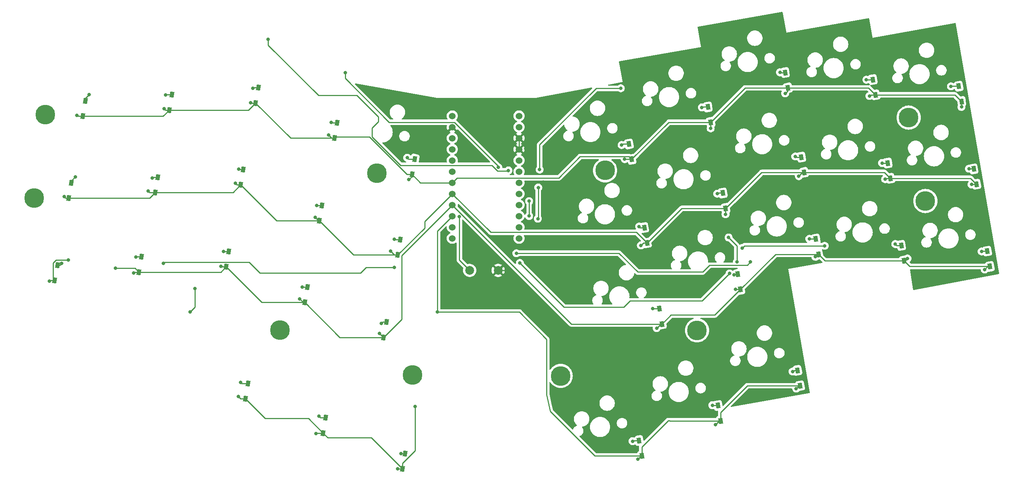
<source format=gbr>
%TF.GenerationSoftware,KiCad,Pcbnew,7.0.2*%
%TF.CreationDate,2023-05-13T02:55:16+09:00*%
%TF.ProjectId,ver1,76657231-2e6b-4696-9361-645f70636258,rev?*%
%TF.SameCoordinates,Original*%
%TF.FileFunction,Copper,L1,Top*%
%TF.FilePolarity,Positive*%
%FSLAX46Y46*%
G04 Gerber Fmt 4.6, Leading zero omitted, Abs format (unit mm)*
G04 Created by KiCad (PCBNEW 7.0.2) date 2023-05-13 02:55:16*
%MOMM*%
%LPD*%
G01*
G04 APERTURE LIST*
G04 Aperture macros list*
%AMRotRect*
0 Rectangle, with rotation*
0 The origin of the aperture is its center*
0 $1 length*
0 $2 width*
0 $3 Rotation angle, in degrees counterclockwise*
0 Add horizontal line*
21,1,$1,$2,0,0,$3*%
G04 Aperture macros list end*
%TA.AperFunction,WasherPad*%
%ADD10C,4.500000*%
%TD*%
%TA.AperFunction,ComponentPad*%
%ADD11C,2.000000*%
%TD*%
%TA.AperFunction,ComponentPad*%
%ADD12C,1.524000*%
%TD*%
%TA.AperFunction,SMDPad,CuDef*%
%ADD13RotRect,1.300000X0.950000X80.000000*%
%TD*%
%TA.AperFunction,SMDPad,CuDef*%
%ADD14RotRect,1.300000X0.950000X100.000000*%
%TD*%
%TA.AperFunction,ViaPad*%
%ADD15C,0.800000*%
%TD*%
%TA.AperFunction,Conductor*%
%ADD16C,0.250000*%
%TD*%
G04 APERTURE END LIST*
D10*
%TO.P,Ref\u002A\u002A,*%
%TO.N,*%
X155600000Y-119300000D03*
%TD*%
%TO.P,Ref\u002A\u002A,*%
%TO.N,*%
X91600000Y-108800000D03*
%TD*%
%TO.P,Ref\u002A\u002A,*%
%TO.N,*%
X121800000Y-119100000D03*
%TD*%
%TO.P,Ref\u002A\u002A,*%
%TO.N,*%
X234950000Y-60325000D03*
%TD*%
%TO.P,Ref\u002A\u002A,*%
%TO.N,*%
X186700000Y-108900000D03*
%TD*%
%TO.P,Ref\u002A\u002A,*%
%TO.N,*%
X238760000Y-79375000D03*
%TD*%
D11*
%TO.P,SW37,1,1*%
%TO.N,GND*%
X141350000Y-95200000D03*
%TO.P,SW37,2,2*%
%TO.N,Net-(U1-RST)*%
X134850000Y-95200000D03*
%TD*%
D10*
%TO.P,Ref\u002A\u002A,*%
%TO.N,*%
X35560000Y-78740000D03*
%TD*%
D12*
%TO.P,U1,1,D3/TX0*%
%TO.N,unconnected-(U1-D3{slash}TX0-Pad1)*%
X146111400Y-59947000D03*
%TO.P,U1,2,D2/RX1*%
%TO.N,unconnected-(U1-D2{slash}RX1-Pad2)*%
X146111400Y-62487000D03*
%TO.P,U1,3,GND*%
%TO.N,GND*%
X146111400Y-65027000D03*
%TO.P,U1,4,GND*%
X146111400Y-67567000D03*
%TO.P,U1,5,SDA/D1/2*%
%TO.N,Column1*%
X146111400Y-70107000D03*
%TO.P,U1,6,SCL/D0/3*%
%TO.N,Column2*%
X146111400Y-72647000D03*
%TO.P,U1,7,D4/4*%
%TO.N,Column3*%
X146111400Y-75187000D03*
%TO.P,U1,8,C6/5*%
%TO.N,Column4*%
X146111400Y-77727000D03*
%TO.P,U1,9,D7/6*%
%TO.N,Column5*%
X146111400Y-80267000D03*
%TO.P,U1,10,E6/7*%
%TO.N,Column6*%
X146111400Y-82807000D03*
%TO.P,U1,11,B4/8*%
%TO.N,Column7*%
X146111400Y-85347000D03*
%TO.P,U1,12,B5/9*%
%TO.N,Column8*%
X146111400Y-87887000D03*
%TO.P,U1,13,10/B6*%
%TO.N,Column10*%
X130891400Y-87887000D03*
%TO.P,U1,14,16/B2*%
%TO.N,Column9*%
X130891400Y-85347000D03*
%TO.P,U1,15,14/B3*%
%TO.N,Row4*%
X130891400Y-82807000D03*
%TO.P,U1,16,15/B1*%
%TO.N,Row3*%
X130891400Y-80267000D03*
%TO.P,U1,17,A0/F7*%
%TO.N,Row2*%
X130891400Y-77727000D03*
%TO.P,U1,18,A1/F6*%
%TO.N,Row1*%
X130891400Y-75187000D03*
%TO.P,U1,19,A2/F5*%
%TO.N,unconnected-(U1-A2{slash}F5-Pad19)*%
X130891400Y-72647000D03*
%TO.P,U1,20,A3/F4*%
%TO.N,unconnected-(U1-A3{slash}F4-Pad20)*%
X130891400Y-70107000D03*
%TO.P,U1,21,VCC*%
%TO.N,VCC*%
X130891400Y-67567000D03*
%TO.P,U1,22,RST*%
%TO.N,Net-(U1-RST)*%
X130891400Y-65027000D03*
%TO.P,U1,23,GND*%
%TO.N,GND*%
X130891400Y-62487000D03*
%TO.P,U1,24,RAW*%
%TO.N,unconnected-(U1-RAW-Pad24)*%
X130891400Y-59947000D03*
%TD*%
D10*
%TO.P,Ref\u002A\u002A,*%
%TO.N,*%
X38100000Y-59690000D03*
%TD*%
%TO.P,Ref\u002A\u002A,*%
%TO.N,*%
X113665000Y-73025000D03*
%TD*%
%TO.P,Ref\u002A\u002A,*%
%TO.N,*%
X165735000Y-72390000D03*
%TD*%
D13*
%TO.P,D13,1,K*%
%TO.N,Row2*%
X82629757Y-75693221D03*
%TO.P,D13,2,A*%
%TO.N,Net-(D13-A)*%
X83246209Y-72197153D03*
%TD*%
D14*
%TO.P,D27,1,K*%
%TO.N,Row3*%
X196608226Y-99548034D03*
%TO.P,D27,2,A*%
%TO.N,Net-(D27-A)*%
X195991774Y-96051966D03*
%TD*%
%TO.P,D28,1,K*%
%TO.N,Row3*%
X214408226Y-91548034D03*
%TO.P,D28,2,A*%
%TO.N,Net-(D28-A)*%
X213791774Y-88051966D03*
%TD*%
%TO.P,D34,1,K*%
%TO.N,Row4*%
X174108226Y-137548034D03*
%TO.P,D34,2,A*%
%TO.N,Net-(D34-A)*%
X173491774Y-134051966D03*
%TD*%
D13*
%TO.P,D3,1,K*%
%TO.N,Row1*%
X86029757Y-56993221D03*
%TO.P,D3,2,A*%
%TO.N,Net-(D3-A)*%
X86646209Y-53497153D03*
%TD*%
D14*
%TO.P,D20,1,K*%
%TO.N,Row2*%
X250408226Y-75548034D03*
%TO.P,D20,2,A*%
%TO.N,Net-(D20-A)*%
X249791774Y-72051966D03*
%TD*%
D13*
%TO.P,D12,1,K*%
%TO.N,Row2*%
X63121531Y-77441255D03*
%TO.P,D12,2,A*%
%TO.N,Net-(D12-A)*%
X63737983Y-73945187D03*
%TD*%
D14*
%TO.P,D10,1,K*%
%TO.N,Row1*%
X247008226Y-56648034D03*
%TO.P,D10,2,A*%
%TO.N,Net-(D10-A)*%
X246391774Y-53151966D03*
%TD*%
D13*
%TO.P,D22,1,K*%
%TO.N,Row3*%
X59429757Y-95593221D03*
%TO.P,D22,2,A*%
%TO.N,Net-(D22-A)*%
X60046209Y-92097153D03*
%TD*%
D14*
%TO.P,D6,1,K*%
%TO.N,Row1*%
X171808226Y-69848034D03*
%TO.P,D6,2,A*%
%TO.N,Net-(D6-A)*%
X171191774Y-66351966D03*
%TD*%
%TO.P,D17,1,K*%
%TO.N,Row2*%
X193208226Y-81048034D03*
%TO.P,D17,2,A*%
%TO.N,Net-(D17-A)*%
X192591774Y-77551966D03*
%TD*%
%TO.P,D16,1,K*%
%TO.N,Row2*%
X175308226Y-88948034D03*
%TO.P,D16,2,A*%
%TO.N,Net-(D16-A)*%
X174691774Y-85451966D03*
%TD*%
D13*
%TO.P,D24,1,K*%
%TO.N,Row3*%
X97229757Y-102493221D03*
%TO.P,D24,2,A*%
%TO.N,Net-(D24-A)*%
X97846209Y-98997153D03*
%TD*%
D14*
%TO.P,D29,1,K*%
%TO.N,Row3*%
X233900000Y-93000000D03*
%TO.P,D29,2,A*%
%TO.N,Net-(D29-A)*%
X233283548Y-89503932D03*
%TD*%
D13*
%TO.P,D15,1,K*%
%TO.N,Row2*%
X118429757Y-91693221D03*
%TO.P,D15,2,A*%
%TO.N,Net-(D15-A)*%
X119046209Y-88197153D03*
%TD*%
D14*
%TO.P,D36,1,K*%
%TO.N,Row4*%
X210208226Y-121548034D03*
%TO.P,D36,2,A*%
%TO.N,Net-(D36-A)*%
X209591774Y-118051966D03*
%TD*%
%TO.P,D9,1,K*%
%TO.N,Row1*%
X227408226Y-55148034D03*
%TO.P,D9,2,A*%
%TO.N,Net-(D9-A)*%
X226791774Y-51651966D03*
%TD*%
%TO.P,D7,1,K*%
%TO.N,Row1*%
X189800000Y-61400000D03*
%TO.P,D7,2,A*%
%TO.N,Net-(D7-A)*%
X189183548Y-57903932D03*
%TD*%
D13*
%TO.P,D14,1,K*%
%TO.N,Row2*%
X100529757Y-83893221D03*
%TO.P,D14,2,A*%
%TO.N,Net-(D14-A)*%
X101146209Y-80397153D03*
%TD*%
%TO.P,D2,1,K*%
%TO.N,Row1*%
X66329757Y-58593221D03*
%TO.P,D2,2,A*%
%TO.N,Net-(D2-A)*%
X66946209Y-55097153D03*
%TD*%
%TO.P,D25,1,K*%
%TO.N,Row3*%
X115229757Y-110493221D03*
%TO.P,D25,2,A*%
%TO.N,Net-(D25-A)*%
X115846209Y-106997153D03*
%TD*%
D14*
%TO.P,D8,1,K*%
%TO.N,Row1*%
X207408226Y-53548034D03*
%TO.P,D8,2,A*%
%TO.N,Net-(D8-A)*%
X206791774Y-50051966D03*
%TD*%
D13*
%TO.P,D5,1,K*%
%TO.N,Row1*%
X121729757Y-73293221D03*
%TO.P,D5,2,A*%
%TO.N,Net-(D5-A)*%
X122346209Y-69797153D03*
%TD*%
%TO.P,D33,1,K*%
%TO.N,Row4*%
X119521531Y-140541255D03*
%TO.P,D33,2,A*%
%TO.N,Net-(D33-A)*%
X120137983Y-137045187D03*
%TD*%
%TO.P,D21,1,K*%
%TO.N,Row3*%
X40229757Y-97493221D03*
%TO.P,D21,2,A*%
%TO.N,Net-(D21-A)*%
X40846209Y-93997153D03*
%TD*%
%TO.P,D31,1,K*%
%TO.N,Row4*%
X83721531Y-124541255D03*
%TO.P,D31,2,A*%
%TO.N,Net-(D31-A)*%
X84337983Y-121045187D03*
%TD*%
%TO.P,D23,1,K*%
%TO.N,Row3*%
X79329757Y-94393221D03*
%TO.P,D23,2,A*%
%TO.N,Net-(D23-A)*%
X79946209Y-90897153D03*
%TD*%
%TO.P,D32,1,K*%
%TO.N,Row4*%
X101421531Y-132341255D03*
%TO.P,D32,2,A*%
%TO.N,Net-(D32-A)*%
X102037983Y-128845187D03*
%TD*%
%TO.P,D1,1,K*%
%TO.N,Row1*%
X46629757Y-59993221D03*
%TO.P,D1,2,A*%
%TO.N,Net-(D1-A)*%
X47246209Y-56497153D03*
%TD*%
D14*
%TO.P,D18,1,K*%
%TO.N,Row2*%
X211108226Y-72848034D03*
%TO.P,D18,2,A*%
%TO.N,Net-(D18-A)*%
X210491774Y-69351966D03*
%TD*%
%TO.P,D19,1,K*%
%TO.N,Row2*%
X230800000Y-74200000D03*
%TO.P,D19,2,A*%
%TO.N,Net-(D19-A)*%
X230183548Y-70703932D03*
%TD*%
D13*
%TO.P,D11,1,K*%
%TO.N,Row2*%
X43429757Y-78693221D03*
%TO.P,D11,2,A*%
%TO.N,Net-(D11-A)*%
X44046209Y-75197153D03*
%TD*%
D14*
%TO.P,D26,1,K*%
%TO.N,Row3*%
X178708226Y-107448034D03*
%TO.P,D26,2,A*%
%TO.N,Net-(D26-A)*%
X178091774Y-103951966D03*
%TD*%
%TO.P,D30,1,K*%
%TO.N,Row3*%
X253500000Y-94300000D03*
%TO.P,D30,2,A*%
%TO.N,Net-(D30-A)*%
X252883548Y-90803932D03*
%TD*%
D13*
%TO.P,D4,1,K*%
%TO.N,Row1*%
X104029757Y-64993221D03*
%TO.P,D4,2,A*%
%TO.N,Net-(D4-A)*%
X104646209Y-61497153D03*
%TD*%
D14*
%TO.P,D35,1,K*%
%TO.N,Row4*%
X192108226Y-129548034D03*
%TO.P,D35,2,A*%
%TO.N,Net-(D35-A)*%
X191491774Y-126051966D03*
%TD*%
D15*
%TO.N,Row1*%
X226000000Y-55400000D03*
X45300000Y-59800000D03*
X206800000Y-54800000D03*
X247000000Y-57900000D03*
X170200000Y-69800000D03*
X102700000Y-64300000D03*
X121000000Y-74500000D03*
X65200000Y-58300000D03*
X84900000Y-56900000D03*
X189800000Y-62800000D03*
%TO.N,Net-(D1-A)*%
X48100000Y-55100000D03*
%TO.N,Net-(D2-A)*%
X65500000Y-55200000D03*
%TO.N,Net-(D3-A)*%
X85400000Y-53600000D03*
%TO.N,Net-(D4-A)*%
X103300000Y-61400000D03*
%TO.N,Net-(D5-A)*%
X120600000Y-69500000D03*
%TO.N,Net-(D6-A)*%
X169500000Y-66600000D03*
%TO.N,Net-(D7-A)*%
X187800000Y-58000000D03*
%TO.N,Net-(D8-A)*%
X205600000Y-50000000D03*
%TO.N,Net-(D9-A)*%
X225300000Y-51700000D03*
%TO.N,Net-(D10-A)*%
X244600000Y-53200000D03*
%TO.N,Row2*%
X209900000Y-73700000D03*
X249300000Y-75600000D03*
X173900000Y-89500000D03*
X116800000Y-90800000D03*
X61500000Y-77100000D03*
X42400000Y-78400000D03*
X99600000Y-83100000D03*
X229600000Y-74400000D03*
X81400000Y-75300000D03*
X193200000Y-82400000D03*
%TO.N,Net-(D11-A)*%
X44900000Y-73900000D03*
%TO.N,Net-(D12-A)*%
X62500000Y-74100000D03*
%TO.N,Net-(D13-A)*%
X82200000Y-72100000D03*
%TO.N,Net-(D14-A)*%
X100000000Y-80400000D03*
%TO.N,Net-(D15-A)*%
X117700000Y-88100000D03*
%TO.N,Net-(D16-A)*%
X173500000Y-85200000D03*
%TO.N,Net-(D17-A)*%
X191300000Y-77700000D03*
%TO.N,Net-(D18-A)*%
X209100000Y-69200000D03*
%TO.N,Net-(D19-A)*%
X228900000Y-70700000D03*
%TO.N,Net-(D20-A)*%
X248700000Y-72000000D03*
%TO.N,Row3*%
X58200000Y-95800000D03*
X195500000Y-99500000D03*
X43300000Y-92800000D03*
X213700000Y-92100000D03*
X78100000Y-94300000D03*
X177500000Y-108400000D03*
X234700000Y-92500000D03*
X252300000Y-95000000D03*
X114300000Y-109600000D03*
X96100000Y-101700000D03*
X39000000Y-97700000D03*
X54100000Y-94700000D03*
%TO.N,Net-(D21-A)*%
X41800000Y-93600000D03*
%TO.N,Net-(D22-A)*%
X58700000Y-92200000D03*
%TO.N,Net-(D23-A)*%
X78700000Y-90900000D03*
%TO.N,Net-(D24-A)*%
X96700000Y-99000000D03*
%TO.N,Net-(D25-A)*%
X114700000Y-107300000D03*
%TO.N,Net-(D26-A)*%
X176600000Y-103900000D03*
%TO.N,Net-(D27-A)*%
X195100000Y-96200000D03*
X195800000Y-93300000D03*
X193895543Y-87695542D03*
%TO.N,Net-(D28-A)*%
X212300000Y-88000000D03*
%TO.N,Net-(D29-A)*%
X231900000Y-89200000D03*
%TO.N,Net-(D30-A)*%
X251600000Y-90900000D03*
%TO.N,Row4*%
X82100000Y-124000000D03*
X122400000Y-126300000D03*
X127500000Y-104700000D03*
X118400000Y-140500000D03*
X173200000Y-138300000D03*
X99800000Y-132500000D03*
X190900000Y-130400000D03*
X209300000Y-122200000D03*
%TO.N,Net-(D31-A)*%
X82600000Y-120800000D03*
%TO.N,Net-(D32-A)*%
X100500000Y-128500000D03*
%TO.N,Net-(D33-A)*%
X119200000Y-137000000D03*
%TO.N,Net-(D34-A)*%
X172000000Y-134200000D03*
%TO.N,Net-(D35-A)*%
X190200000Y-126000000D03*
%TO.N,Net-(D36-A)*%
X208500000Y-118300000D03*
%TO.N,Column1*%
X88900000Y-42500000D03*
X143700000Y-72400000D03*
%TO.N,Column2*%
X117700000Y-94500000D03*
X65000000Y-93600000D03*
%TO.N,Column3*%
X71100000Y-104700000D03*
X106500000Y-50100000D03*
X141400000Y-71700000D03*
X72200000Y-99400000D03*
%TO.N,Column7*%
X148400000Y-82800000D03*
X148400000Y-79400000D03*
%TO.N,Column8*%
X150800000Y-72200000D03*
X150400000Y-83400000D03*
X169300000Y-53649166D03*
X150500000Y-76300000D03*
%TO.N,Column9*%
X198900000Y-93300000D03*
X145500000Y-91300000D03*
%TO.N,Column10*%
X194124500Y-95900000D03*
X215800000Y-89600000D03*
X197000000Y-90100000D03*
X146300000Y-93500000D03*
%TO.N,GND*%
X153300000Y-77800000D03*
X149124500Y-67300000D03*
X151600000Y-75100000D03*
X147675500Y-67400000D03*
X148900000Y-100300000D03*
%TO.N,Net-(U1-RST)*%
X132499901Y-82900099D03*
%TD*%
D16*
%TO.N,Row1*%
X84429757Y-58593221D02*
X86029757Y-56993221D01*
X123623536Y-75187000D02*
X130891400Y-75187000D01*
X225808226Y-53548034D02*
X227408226Y-55148034D01*
X112017889Y-64770000D02*
X120541110Y-73293221D01*
X207408226Y-53548034D02*
X207408226Y-54191774D01*
X121729757Y-73293221D02*
X123623536Y-75187000D01*
X160020000Y-69215000D02*
X171175192Y-69215000D01*
X120541110Y-73293221D02*
X121729757Y-73293221D01*
X86029757Y-56993221D02*
X84993221Y-56993221D01*
X189800000Y-61400000D02*
X189800000Y-62800000D01*
X104029757Y-64993221D02*
X104252978Y-64770000D01*
X86029757Y-56993221D02*
X94029757Y-64993221D01*
X104029757Y-64993221D02*
X103393221Y-64993221D01*
X130891400Y-75187000D02*
X131978400Y-74100000D01*
X94029757Y-64993221D02*
X104029757Y-64993221D01*
X227408226Y-55148034D02*
X245508226Y-55148034D01*
X247008226Y-56648034D02*
X247008226Y-57891774D01*
X171175192Y-69215000D02*
X171808226Y-69848034D01*
X170248034Y-69848034D02*
X170200000Y-69800000D01*
X121729757Y-73293221D02*
X121729757Y-73770243D01*
X64929757Y-59993221D02*
X66329757Y-58593221D01*
X65493221Y-58593221D02*
X65200000Y-58300000D01*
X171808226Y-69848034D02*
X170248034Y-69848034D01*
X84993221Y-56993221D02*
X84900000Y-56900000D01*
X207408226Y-54191774D02*
X206800000Y-54800000D01*
X121729757Y-73770243D02*
X121000000Y-74500000D01*
X245508226Y-55148034D02*
X247008226Y-56648034D01*
X66329757Y-58593221D02*
X65493221Y-58593221D01*
X247008226Y-57891774D02*
X247000000Y-57900000D01*
X180256260Y-61400000D02*
X189800000Y-61400000D01*
X197651966Y-53548034D02*
X207408226Y-53548034D01*
X131978400Y-74100000D02*
X155135000Y-74100000D01*
X104252978Y-64770000D02*
X112017889Y-64770000D01*
X189800000Y-61400000D02*
X197651966Y-53548034D01*
X207408226Y-53548034D02*
X225808226Y-53548034D01*
X66329757Y-58593221D02*
X84429757Y-58593221D01*
X46629757Y-59993221D02*
X64929757Y-59993221D01*
X45493221Y-59993221D02*
X45300000Y-59800000D01*
X227408226Y-55148034D02*
X226251966Y-55148034D01*
X155135000Y-74100000D02*
X160020000Y-69215000D01*
X171808226Y-69848034D02*
X180256260Y-61400000D01*
X46629757Y-59993221D02*
X45493221Y-59993221D01*
X226251966Y-55148034D02*
X226000000Y-55400000D01*
X103393221Y-64993221D02*
X102700000Y-64300000D01*
%TO.N,Net-(D1-A)*%
X47246209Y-56497153D02*
X47246209Y-55953791D01*
X47246209Y-55953791D02*
X48100000Y-55100000D01*
%TO.N,Net-(D2-A)*%
X65602847Y-55097153D02*
X65500000Y-55200000D01*
X66946209Y-55097153D02*
X65602847Y-55097153D01*
%TO.N,Net-(D3-A)*%
X85502847Y-53497153D02*
X85400000Y-53600000D01*
X86646209Y-53497153D02*
X85502847Y-53497153D01*
%TO.N,Net-(D4-A)*%
X104646209Y-61497153D02*
X103397153Y-61497153D01*
X103397153Y-61497153D02*
X103300000Y-61400000D01*
%TO.N,Net-(D5-A)*%
X120897153Y-69797153D02*
X120600000Y-69500000D01*
X122346209Y-69797153D02*
X120897153Y-69797153D01*
%TO.N,Net-(D6-A)*%
X169748034Y-66351966D02*
X169500000Y-66600000D01*
X171191774Y-66351966D02*
X169748034Y-66351966D01*
%TO.N,Net-(D7-A)*%
X187896068Y-57903932D02*
X187800000Y-58000000D01*
X189183548Y-57903932D02*
X187896068Y-57903932D01*
%TO.N,Net-(D8-A)*%
X206791774Y-50051966D02*
X205651966Y-50051966D01*
X205651966Y-50051966D02*
X205600000Y-50000000D01*
%TO.N,Net-(D9-A)*%
X226791774Y-51651966D02*
X225348034Y-51651966D01*
X225348034Y-51651966D02*
X225300000Y-51700000D01*
%TO.N,Net-(D10-A)*%
X246391774Y-53151966D02*
X244648034Y-53151966D01*
X244648034Y-53151966D02*
X244600000Y-53200000D01*
%TO.N,Row2*%
X201408226Y-72848034D02*
X211108226Y-72848034D01*
X172860192Y-86500000D02*
X175308226Y-88948034D01*
X193208226Y-81048034D02*
X193208226Y-82391774D01*
X108329757Y-91693221D02*
X118429757Y-91693221D01*
X63121531Y-77441255D02*
X80881723Y-77441255D01*
X249060192Y-74200000D02*
X250408226Y-75548034D01*
X250408226Y-75548034D02*
X249351966Y-75548034D01*
X139664400Y-86500000D02*
X172860192Y-86500000D01*
X175308226Y-88948034D02*
X174451966Y-88948034D01*
X82629757Y-75693221D02*
X81793221Y-75693221D01*
X193208226Y-81048034D02*
X201408226Y-72848034D01*
X100529757Y-83893221D02*
X108329757Y-91693221D01*
X130891400Y-77727000D02*
X139664400Y-86500000D01*
X100529757Y-83893221D02*
X100393221Y-83893221D01*
X211108226Y-72848034D02*
X210751966Y-72848034D01*
X210751966Y-72848034D02*
X209900000Y-73700000D01*
X229448034Y-72848034D02*
X230800000Y-74200000D01*
X82629757Y-75693221D02*
X90829757Y-83893221D01*
X63121531Y-77441255D02*
X61841255Y-77441255D01*
X117693221Y-91693221D02*
X116800000Y-90800000D01*
X249351966Y-75548034D02*
X249300000Y-75600000D01*
X230800000Y-74200000D02*
X249060192Y-74200000D01*
X229800000Y-74200000D02*
X229600000Y-74400000D01*
X124600000Y-85522978D02*
X124600000Y-84018400D01*
X118429757Y-91693221D02*
X117693221Y-91693221D01*
X230800000Y-74200000D02*
X229800000Y-74200000D01*
X100393221Y-83893221D02*
X99600000Y-83100000D01*
X175308226Y-88948034D02*
X183208226Y-81048034D01*
X43429757Y-78693221D02*
X61869565Y-78693221D01*
X193208226Y-82391774D02*
X193200000Y-82400000D01*
X118429757Y-91693221D02*
X124600000Y-85522978D01*
X183208226Y-81048034D02*
X193208226Y-81048034D01*
X61841255Y-77441255D02*
X61500000Y-77100000D01*
X124600000Y-84018400D02*
X130891400Y-77727000D01*
X80881723Y-77441255D02*
X82629757Y-75693221D01*
X42693221Y-78693221D02*
X42400000Y-78400000D01*
X174451966Y-88948034D02*
X173900000Y-89500000D01*
X61869565Y-78693221D02*
X63121531Y-77441255D01*
X211108226Y-72848034D02*
X229448034Y-72848034D01*
X81793221Y-75693221D02*
X81400000Y-75300000D01*
X90829757Y-83893221D02*
X100529757Y-83893221D01*
X43429757Y-78693221D02*
X42693221Y-78693221D01*
%TO.N,Net-(D11-A)*%
X44046209Y-75197153D02*
X44046209Y-74753791D01*
X44046209Y-74753791D02*
X44900000Y-73900000D01*
%TO.N,Net-(D12-A)*%
X63737983Y-73945187D02*
X62654813Y-73945187D01*
X62654813Y-73945187D02*
X62500000Y-74100000D01*
%TO.N,Net-(D13-A)*%
X82297153Y-72197153D02*
X82200000Y-72100000D01*
X83246209Y-72197153D02*
X82297153Y-72197153D01*
%TO.N,Net-(D14-A)*%
X101146209Y-80397153D02*
X100002847Y-80397153D01*
X100002847Y-80397153D02*
X100000000Y-80400000D01*
%TO.N,Net-(D15-A)*%
X119046209Y-88197153D02*
X117797153Y-88197153D01*
X117797153Y-88197153D02*
X117700000Y-88100000D01*
%TO.N,Net-(D16-A)*%
X174691774Y-85451966D02*
X173751966Y-85451966D01*
X173751966Y-85451966D02*
X173500000Y-85200000D01*
%TO.N,Net-(D17-A)*%
X191448034Y-77551966D02*
X191300000Y-77700000D01*
X192591774Y-77551966D02*
X191448034Y-77551966D01*
%TO.N,Net-(D18-A)*%
X209251966Y-69351966D02*
X209100000Y-69200000D01*
X210491774Y-69351966D02*
X209251966Y-69351966D01*
%TO.N,Net-(D19-A)*%
X230183548Y-70703932D02*
X228903932Y-70703932D01*
X228903932Y-70703932D02*
X228900000Y-70700000D01*
%TO.N,Net-(D20-A)*%
X248751966Y-72051966D02*
X248700000Y-72000000D01*
X249791774Y-72051966D02*
X248751966Y-72051966D01*
%TO.N,Row3*%
X253500000Y-94300000D02*
X235200000Y-94300000D01*
X115229757Y-110493221D02*
X119335412Y-106387566D01*
X253500000Y-94300000D02*
X253000000Y-94300000D01*
X196608226Y-99548034D02*
X190746260Y-105410000D01*
X180746260Y-105410000D02*
X178708226Y-107448034D01*
X204608226Y-91548034D02*
X196608226Y-99548034D01*
X119335412Y-106387566D02*
X119335412Y-91822988D01*
X58406779Y-95593221D02*
X58200000Y-95800000D01*
X87429757Y-102493221D02*
X97229757Y-102493221D01*
X233900000Y-93000000D02*
X215860192Y-93000000D01*
X235200000Y-94300000D02*
X233900000Y-93000000D01*
X54100000Y-94700000D02*
X58536536Y-94700000D01*
X40229757Y-97493221D02*
X39819729Y-97083193D01*
X79329757Y-94393221D02*
X78193221Y-94393221D01*
X59429757Y-95593221D02*
X58406779Y-95593221D01*
X39206779Y-97493221D02*
X39000000Y-97700000D01*
X78193221Y-94393221D02*
X78100000Y-94300000D01*
X195548034Y-99548034D02*
X195500000Y-99500000D01*
X215860192Y-93000000D02*
X214408226Y-91548034D01*
X79329757Y-94393221D02*
X87429757Y-102493221D01*
X39819729Y-97083193D02*
X39819729Y-93486492D01*
X158072434Y-107448034D02*
X130891400Y-80267000D01*
X253000000Y-94300000D02*
X252300000Y-95000000D01*
X119335412Y-91822988D02*
X130891400Y-80267000D01*
X214408226Y-91548034D02*
X204608226Y-91548034D01*
X214408226Y-91548034D02*
X214251966Y-91548034D01*
X40506221Y-92800000D02*
X43300000Y-92800000D01*
X178451966Y-107448034D02*
X177500000Y-108400000D01*
X58536536Y-94700000D02*
X59429757Y-95593221D01*
X97229757Y-102493221D02*
X96893221Y-102493221D01*
X115229757Y-110493221D02*
X115193221Y-110493221D01*
X178708226Y-107448034D02*
X178451966Y-107448034D01*
X97229757Y-102493221D02*
X105229757Y-110493221D01*
X214251966Y-91548034D02*
X213700000Y-92100000D01*
X39819729Y-93486492D02*
X40506221Y-92800000D01*
X105229757Y-110493221D02*
X115229757Y-110493221D01*
X78129757Y-95593221D02*
X79329757Y-94393221D01*
X196608226Y-99548034D02*
X195548034Y-99548034D01*
X190746260Y-105410000D02*
X180746260Y-105410000D01*
X233900000Y-93000000D02*
X234200000Y-93000000D01*
X96893221Y-102493221D02*
X96100000Y-101700000D01*
X115193221Y-110493221D02*
X114300000Y-109600000D01*
X178708226Y-107448034D02*
X158072434Y-107448034D01*
X59429757Y-95593221D02*
X78129757Y-95593221D01*
X234200000Y-93000000D02*
X234700000Y-92500000D01*
X40229757Y-97493221D02*
X39206779Y-97493221D01*
%TO.N,Net-(D21-A)*%
X41402847Y-93997153D02*
X41800000Y-93600000D01*
X40846209Y-93997153D02*
X41402847Y-93997153D01*
%TO.N,Net-(D22-A)*%
X58802847Y-92097153D02*
X58700000Y-92200000D01*
X60046209Y-92097153D02*
X58802847Y-92097153D01*
%TO.N,Net-(D23-A)*%
X78702847Y-90897153D02*
X78700000Y-90900000D01*
X79946209Y-90897153D02*
X78702847Y-90897153D01*
%TO.N,Net-(D24-A)*%
X96702847Y-98997153D02*
X96700000Y-99000000D01*
X97846209Y-98997153D02*
X96702847Y-98997153D01*
%TO.N,Net-(D25-A)*%
X115002847Y-106997153D02*
X114700000Y-107300000D01*
X115846209Y-106997153D02*
X115002847Y-106997153D01*
%TO.N,Net-(D26-A)*%
X178091774Y-103951966D02*
X176651966Y-103951966D01*
X176651966Y-103951966D02*
X176600000Y-103900000D01*
%TO.N,Net-(D27-A)*%
X195248034Y-96051966D02*
X195100000Y-96200000D01*
X195991774Y-96051966D02*
X195248034Y-96051966D01*
X193895543Y-87695542D02*
X195800000Y-89599999D01*
X195800000Y-89599999D02*
X195800000Y-93300000D01*
%TO.N,Net-(D28-A)*%
X213791774Y-88051966D02*
X212351966Y-88051966D01*
X212351966Y-88051966D02*
X212300000Y-88000000D01*
%TO.N,Net-(D29-A)*%
X233283548Y-89503932D02*
X232203932Y-89503932D01*
X232203932Y-89503932D02*
X231900000Y-89200000D01*
%TO.N,Net-(D30-A)*%
X251696068Y-90803932D02*
X251600000Y-90900000D01*
X252883548Y-90803932D02*
X251696068Y-90803932D01*
%TO.N,Row4*%
X127500000Y-86198400D02*
X130891400Y-82807000D01*
X119521531Y-139198780D02*
X119521531Y-140541255D01*
X180112294Y-129500000D02*
X174108226Y-135504068D01*
X98080276Y-129000000D02*
X101421531Y-132341255D01*
X210208226Y-121548034D02*
X198165092Y-121548034D01*
X102505276Y-133425000D02*
X112405276Y-133425000D01*
X163412922Y-137548034D02*
X153228946Y-127364058D01*
X173951966Y-137548034D02*
X173200000Y-138300000D01*
X88180276Y-129000000D02*
X98080276Y-129000000D01*
X180448034Y-129548034D02*
X180400000Y-129500000D01*
X83721531Y-124541255D02*
X82641255Y-124541255D01*
X127500000Y-104700000D02*
X127500000Y-86198400D01*
X83721531Y-124541255D02*
X88180276Y-129000000D01*
X101421531Y-132341255D02*
X99958745Y-132341255D01*
X152400000Y-110923223D02*
X146176777Y-104700000D01*
X99958745Y-132341255D02*
X99800000Y-132500000D01*
X210208226Y-121548034D02*
X209951966Y-121548034D01*
X191751966Y-129548034D02*
X190900000Y-130400000D01*
X118441255Y-140541255D02*
X118400000Y-140500000D01*
X174108226Y-135504068D02*
X174108226Y-137548034D01*
X180400000Y-129500000D02*
X180112294Y-129500000D01*
X101421531Y-132341255D02*
X102505276Y-133425000D01*
X192108226Y-129548034D02*
X180448034Y-129548034D01*
X119521531Y-140541255D02*
X118441255Y-140541255D01*
X192108226Y-127604900D02*
X192108226Y-129548034D01*
X192108226Y-129548034D02*
X191751966Y-129548034D01*
X112405276Y-133425000D02*
X119521531Y-140541255D01*
X82641255Y-124541255D02*
X82100000Y-124000000D01*
X122400000Y-126300000D02*
X122400000Y-136320311D01*
X122400000Y-136320311D02*
X119521531Y-139198780D01*
X209951966Y-121548034D02*
X209300000Y-122200000D01*
X198165092Y-121548034D02*
X192108226Y-127604900D01*
X174108226Y-137548034D02*
X173951966Y-137548034D01*
X152400000Y-123535635D02*
X152400000Y-110923223D01*
X174108226Y-137548034D02*
X163412922Y-137548034D01*
X153228946Y-127364058D02*
X152400000Y-123535635D01*
X146176777Y-104700000D02*
X127500000Y-104700000D01*
%TO.N,Net-(D31-A)*%
X82845187Y-121045187D02*
X82600000Y-120800000D01*
X84337983Y-121045187D02*
X82845187Y-121045187D01*
%TO.N,Net-(D32-A)*%
X102037983Y-128845187D02*
X100845187Y-128845187D01*
X100845187Y-128845187D02*
X100500000Y-128500000D01*
%TO.N,Net-(D33-A)*%
X119245187Y-137045187D02*
X119200000Y-137000000D01*
X120137983Y-137045187D02*
X119245187Y-137045187D01*
%TO.N,Net-(D34-A)*%
X172148034Y-134051966D02*
X172000000Y-134200000D01*
X173491774Y-134051966D02*
X172148034Y-134051966D01*
%TO.N,Net-(D35-A)*%
X191491774Y-126051966D02*
X190251966Y-126051966D01*
X190251966Y-126051966D02*
X190200000Y-126000000D01*
%TO.N,Net-(D36-A)*%
X208748034Y-118051966D02*
X208500000Y-118300000D01*
X209591774Y-118051966D02*
X208748034Y-118051966D01*
%TO.N,Column1*%
X112572698Y-64688413D02*
X119102483Y-71218198D01*
X139892893Y-71218198D02*
X141174695Y-72500000D01*
X143600000Y-72500000D02*
X143700000Y-72400000D01*
X112572698Y-62679477D02*
X112572698Y-64688413D01*
X100355908Y-55242933D02*
X109083988Y-55242933D01*
X109083988Y-55242933D02*
X113993230Y-60152175D01*
X113993230Y-61258945D02*
X112572698Y-62679477D01*
X113993230Y-60152175D02*
X113993230Y-61258945D01*
X88900000Y-43787025D02*
X100355908Y-55242933D01*
X88900000Y-42500000D02*
X88900000Y-43787025D01*
X141174695Y-72500000D02*
X143600000Y-72500000D01*
X119102483Y-71218198D02*
X139892893Y-71218198D01*
%TO.N,Column2*%
X109956960Y-95800000D02*
X111256960Y-94500000D01*
X65000000Y-93600000D02*
X65254387Y-93345613D01*
X111256960Y-94500000D02*
X117700000Y-94500000D01*
X87000000Y-95800000D02*
X109956960Y-95800000D01*
X65254387Y-93345613D02*
X84545613Y-93345613D01*
X84545613Y-93345613D02*
X87000000Y-95800000D01*
%TO.N,Column3*%
X72200000Y-103600000D02*
X71100000Y-104700000D01*
X141400000Y-71400000D02*
X141400000Y-71700000D01*
X131400000Y-61400000D02*
X141400000Y-71400000D01*
X116513175Y-61400000D02*
X131400000Y-61400000D01*
X106500000Y-51386825D02*
X116513175Y-61400000D01*
X72200000Y-99400000D02*
X72200000Y-103600000D01*
X106500000Y-50100000D02*
X106500000Y-51386825D01*
%TO.N,Column7*%
X148400000Y-79400000D02*
X148400000Y-82800000D01*
%TO.N,Column8*%
X150500000Y-76300000D02*
X150500000Y-83300000D01*
X150500000Y-83300000D02*
X150400000Y-83400000D01*
X163694073Y-53649166D02*
X150800000Y-66543239D01*
X150800000Y-66543239D02*
X150800000Y-72200000D01*
X169300000Y-53649166D02*
X163694073Y-53649166D01*
%TO.N,Column9*%
X168900000Y-91300000D02*
X145500000Y-91300000D01*
X188009044Y-95590956D02*
X173190956Y-95590956D01*
X198175000Y-94025000D02*
X189575000Y-94025000D01*
X173190956Y-95590956D02*
X168900000Y-91300000D01*
X198900000Y-93300000D02*
X198175000Y-94025000D01*
X189575000Y-94025000D02*
X188009044Y-95590956D01*
%TO.N,Column10*%
X215800000Y-89600000D02*
X197500000Y-89600000D01*
X197500000Y-89600000D02*
X197000000Y-90100000D01*
X156400000Y-103600000D02*
X146300000Y-93500000D01*
X194124500Y-95900000D02*
X187855932Y-102168568D01*
X171425955Y-102168568D02*
X169994523Y-103600000D01*
X169994523Y-103600000D02*
X156400000Y-103600000D01*
X187855932Y-102168568D02*
X171425955Y-102168568D01*
%TO.N,GND*%
X141350000Y-95200000D02*
X143800000Y-95200000D01*
X149124500Y-67300000D02*
X147775500Y-67300000D01*
X149124500Y-67300000D02*
X148857500Y-67567000D01*
X147775500Y-67300000D02*
X147675500Y-67400000D01*
X146111400Y-65027000D02*
X146111400Y-67567000D01*
X153300000Y-77800000D02*
X153300000Y-76800000D01*
X143800000Y-95200000D02*
X148900000Y-100300000D01*
X153300000Y-76800000D02*
X151600000Y-75100000D01*
%TO.N,Net-(U1-RST)*%
X132499901Y-92849901D02*
X132499901Y-82900099D01*
X134850000Y-95200000D02*
X132499901Y-92849901D01*
%TD*%
%TA.AperFunction,Conductor*%
%TO.N,GND*%
G36*
X133330604Y-83591240D02*
G01*
X133337081Y-83597271D01*
X145469849Y-95730040D01*
X157571630Y-107831821D01*
X157584530Y-107847922D01*
X157586647Y-107849910D01*
X157586648Y-107849911D01*
X157597110Y-107859736D01*
X157635657Y-107895934D01*
X157638454Y-107898645D01*
X157657963Y-107918154D01*
X157661143Y-107920621D01*
X157670005Y-107928189D01*
X157701852Y-107958096D01*
X157716068Y-107965911D01*
X157719406Y-107967746D01*
X157735670Y-107978430D01*
X157747406Y-107987533D01*
X157751498Y-107990707D01*
X157776343Y-108001458D01*
X157791586Y-108008055D01*
X157802065Y-108013188D01*
X157840342Y-108034231D01*
X157859740Y-108039211D01*
X157878142Y-108045511D01*
X157896538Y-108053472D01*
X157939695Y-108060307D01*
X157951098Y-108062668D01*
X157993415Y-108073534D01*
X158013450Y-108073534D01*
X158032847Y-108075060D01*
X158052630Y-108078194D01*
X158096108Y-108074084D01*
X158107778Y-108073534D01*
X176491137Y-108073534D01*
X176558176Y-108093219D01*
X176603931Y-108146023D01*
X176614458Y-108210496D01*
X176614327Y-108211740D01*
X176614326Y-108211744D01*
X176595232Y-108393418D01*
X176594540Y-108400000D01*
X176614326Y-108588257D01*
X176672820Y-108768284D01*
X176767466Y-108932216D01*
X176894129Y-109072889D01*
X177047269Y-109184151D01*
X177220197Y-109261144D01*
X177405352Y-109300500D01*
X177405354Y-109300500D01*
X177594648Y-109300500D01*
X177718083Y-109274262D01*
X177779803Y-109261144D01*
X177952730Y-109184151D01*
X178105871Y-109072888D01*
X178232533Y-108932216D01*
X178327179Y-108768284D01*
X178333386Y-108749177D01*
X178372822Y-108691503D01*
X178429784Y-108665378D01*
X179422936Y-108490259D01*
X179480529Y-108473597D01*
X179604595Y-108400650D01*
X179703082Y-108295703D01*
X179768015Y-108167261D01*
X179794130Y-108025728D01*
X179790090Y-107965911D01*
X179694099Y-107421523D01*
X179701843Y-107352088D01*
X179728531Y-107312317D01*
X180969031Y-106071819D01*
X181030355Y-106038334D01*
X181056713Y-106035500D01*
X185832490Y-106035500D01*
X185899529Y-106055185D01*
X185945284Y-106107989D01*
X185955228Y-106177147D01*
X185926203Y-106240703D01*
X185869380Y-106277885D01*
X185726454Y-106322422D01*
X185726448Y-106322424D01*
X185722877Y-106323537D01*
X185719468Y-106325071D01*
X185719466Y-106325072D01*
X185449556Y-106446549D01*
X185419443Y-106460102D01*
X185416250Y-106462031D01*
X185416237Y-106462039D01*
X185137886Y-106630309D01*
X185134682Y-106632246D01*
X185131740Y-106634550D01*
X185131734Y-106634555D01*
X184896559Y-106818803D01*
X184872748Y-106837458D01*
X184870102Y-106840103D01*
X184870094Y-106840111D01*
X184640111Y-107070094D01*
X184640103Y-107070102D01*
X184637458Y-107072748D01*
X184635146Y-107075698D01*
X184635146Y-107075699D01*
X184434555Y-107331734D01*
X184434550Y-107331740D01*
X184432246Y-107334682D01*
X184430309Y-107337884D01*
X184430309Y-107337886D01*
X184262039Y-107616237D01*
X184262031Y-107616250D01*
X184260102Y-107619443D01*
X184258565Y-107622857D01*
X184258565Y-107622858D01*
X184125663Y-107918154D01*
X184123537Y-107922877D01*
X184122424Y-107926448D01*
X184122422Y-107926454D01*
X184025658Y-108236982D01*
X184025655Y-108236991D01*
X184024544Y-108240559D01*
X184023872Y-108244225D01*
X184023869Y-108244238D01*
X183965239Y-108564173D01*
X183964564Y-108567858D01*
X183964338Y-108571581D01*
X183964337Y-108571596D01*
X183954220Y-108738856D01*
X183944473Y-108900000D01*
X183944699Y-108903736D01*
X183964337Y-109228403D01*
X183964338Y-109228416D01*
X183964564Y-109232142D01*
X183965238Y-109235824D01*
X183965239Y-109235826D01*
X184023869Y-109555761D01*
X184023871Y-109555770D01*
X184024544Y-109559441D01*
X184025656Y-109563012D01*
X184025658Y-109563017D01*
X184095845Y-109788256D01*
X184123537Y-109877123D01*
X184260102Y-110180557D01*
X184262035Y-110183755D01*
X184262039Y-110183762D01*
X184307602Y-110259132D01*
X184432246Y-110465318D01*
X184637458Y-110727252D01*
X184872748Y-110962542D01*
X185134682Y-111167754D01*
X185419443Y-111339898D01*
X185722877Y-111476463D01*
X186040559Y-111575456D01*
X186367858Y-111635436D01*
X186700000Y-111655527D01*
X187032142Y-111635436D01*
X187359441Y-111575456D01*
X187677123Y-111476463D01*
X187980557Y-111339898D01*
X188265318Y-111167754D01*
X188527252Y-110962542D01*
X188762542Y-110727252D01*
X188967754Y-110465318D01*
X189139898Y-110180557D01*
X189276463Y-109877123D01*
X189347242Y-109649983D01*
X200318614Y-109649983D01*
X200357718Y-109909416D01*
X200435051Y-110160124D01*
X200548886Y-110396505D01*
X200644539Y-110536802D01*
X200696685Y-110613286D01*
X200874914Y-110805370D01*
X200875133Y-110805606D01*
X201080257Y-110969187D01*
X201307471Y-111100369D01*
X201551698Y-111196221D01*
X201807484Y-111254603D01*
X202003620Y-111269301D01*
X202005937Y-111269301D01*
X202132291Y-111269301D01*
X202134608Y-111269301D01*
X202330744Y-111254603D01*
X202586530Y-111196221D01*
X202830757Y-111100369D01*
X203057971Y-110969187D01*
X203263095Y-110805606D01*
X203386293Y-110672830D01*
X203441542Y-110613286D01*
X203441543Y-110613283D01*
X203441547Y-110613280D01*
X203589342Y-110396505D01*
X203703177Y-110160124D01*
X203780510Y-109909416D01*
X203819614Y-109649983D01*
X203819614Y-109387619D01*
X203780510Y-109128186D01*
X203703177Y-108877478D01*
X203589342Y-108641097D01*
X203441547Y-108424322D01*
X203441546Y-108424321D01*
X203441542Y-108424315D01*
X203263098Y-108231999D01*
X203263097Y-108231998D01*
X203263095Y-108231996D01*
X203077703Y-108084151D01*
X203057970Y-108068414D01*
X202830755Y-107937232D01*
X202586532Y-107841381D01*
X202330741Y-107782998D01*
X202136922Y-107768474D01*
X202136911Y-107768473D01*
X202134608Y-107768301D01*
X202003620Y-107768301D01*
X202001317Y-107768473D01*
X202001305Y-107768474D01*
X201807486Y-107782998D01*
X201551695Y-107841381D01*
X201307472Y-107937232D01*
X201080257Y-108068414D01*
X200875129Y-108231999D01*
X200696685Y-108424315D01*
X200601332Y-108564173D01*
X200548886Y-108641097D01*
X200435051Y-108877478D01*
X200357718Y-109128186D01*
X200318614Y-109387619D01*
X200318614Y-109649983D01*
X189347242Y-109649983D01*
X189375456Y-109559441D01*
X189435436Y-109232142D01*
X189455527Y-108900000D01*
X189435436Y-108567858D01*
X189375456Y-108240559D01*
X189276463Y-107922877D01*
X189139898Y-107619443D01*
X188967754Y-107334682D01*
X188762542Y-107072748D01*
X188527252Y-106837458D01*
X188265318Y-106632246D01*
X188038977Y-106495418D01*
X187983762Y-106462039D01*
X187983755Y-106462035D01*
X187980557Y-106460102D01*
X187677123Y-106323537D01*
X187530758Y-106277928D01*
X187530620Y-106277885D01*
X187472472Y-106239148D01*
X187444498Y-106175123D01*
X187455580Y-106106137D01*
X187502198Y-106054094D01*
X187567510Y-106035500D01*
X190663516Y-106035500D01*
X190684022Y-106037764D01*
X190686925Y-106037672D01*
X190686927Y-106037673D01*
X190754132Y-106035561D01*
X190758028Y-106035500D01*
X190781708Y-106035500D01*
X190785610Y-106035500D01*
X190789573Y-106034999D01*
X190801222Y-106034080D01*
X190844887Y-106032709D01*
X190864119Y-106027120D01*
X190883178Y-106023174D01*
X190889456Y-106022381D01*
X190903052Y-106020664D01*
X190943667Y-106004582D01*
X190954704Y-106000803D01*
X190996650Y-105988618D01*
X191013889Y-105978422D01*
X191031362Y-105969862D01*
X191049992Y-105962486D01*
X191085324Y-105936814D01*
X191095090Y-105930400D01*
X191132678Y-105908171D01*
X191132677Y-105908171D01*
X191132680Y-105908170D01*
X191146845Y-105894004D01*
X191161633Y-105881373D01*
X191177847Y-105869594D01*
X191205698Y-105835926D01*
X191213539Y-105827309D01*
X196236200Y-100804649D01*
X196297521Y-100771166D01*
X196302308Y-100770223D01*
X197322936Y-100590259D01*
X197380529Y-100573597D01*
X197504595Y-100500650D01*
X197603082Y-100395703D01*
X197668015Y-100267261D01*
X197694130Y-100125728D01*
X197690090Y-100065911D01*
X197594099Y-99521523D01*
X197601843Y-99452088D01*
X197628531Y-99412317D01*
X204830997Y-92209853D01*
X204892321Y-92176368D01*
X204918679Y-92173534D01*
X212690618Y-92173534D01*
X212757657Y-92193219D01*
X212803412Y-92246023D01*
X212813939Y-92284576D01*
X212814325Y-92288257D01*
X212872820Y-92468284D01*
X212967466Y-92632216D01*
X213094129Y-92772889D01*
X213247269Y-92884151D01*
X213420197Y-92961144D01*
X213605352Y-93000500D01*
X213605354Y-93000500D01*
X213794648Y-93000500D01*
X213918084Y-92974262D01*
X213979803Y-92961144D01*
X214152730Y-92884151D01*
X214305871Y-92772888D01*
X214318571Y-92758782D01*
X214378055Y-92722133D01*
X214389172Y-92719640D01*
X214585797Y-92684970D01*
X214655233Y-92692714D01*
X214695007Y-92719405D01*
X215272567Y-93296966D01*
X215306052Y-93358289D01*
X215301068Y-93427981D01*
X215259196Y-93483914D01*
X215206938Y-93506670D01*
X207506462Y-94898324D01*
X207499914Y-94899462D01*
X207499555Y-94899689D01*
X207499528Y-94899817D01*
X207499466Y-94900091D01*
X207500368Y-94905083D01*
X212378366Y-123077987D01*
X212370407Y-123147402D01*
X212326184Y-123201495D01*
X212277916Y-123221223D01*
X194537727Y-126379163D01*
X194468275Y-126371532D01*
X194413974Y-126327564D01*
X194392064Y-126261219D01*
X194409501Y-126193560D01*
X194428310Y-126169405D01*
X198387863Y-122209853D01*
X198449187Y-122176368D01*
X198475545Y-122173534D01*
X208280108Y-122173534D01*
X208347147Y-122193219D01*
X208392902Y-122246023D01*
X208403429Y-122284572D01*
X208414326Y-122388257D01*
X208472820Y-122568284D01*
X208567466Y-122732216D01*
X208694129Y-122872889D01*
X208847269Y-122984151D01*
X209020197Y-123061144D01*
X209205352Y-123100500D01*
X209205354Y-123100500D01*
X209394648Y-123100500D01*
X209518083Y-123074262D01*
X209579803Y-123061144D01*
X209752730Y-122984151D01*
X209905871Y-122872888D01*
X209987861Y-122781828D01*
X210047344Y-122745181D01*
X210058459Y-122742688D01*
X210922936Y-122590259D01*
X210980529Y-122573597D01*
X211104595Y-122500650D01*
X211203082Y-122395703D01*
X211268015Y-122267261D01*
X211294130Y-122125728D01*
X211290090Y-122065911D01*
X211047721Y-120691371D01*
X211031059Y-120633778D01*
X210958112Y-120509712D01*
X210958111Y-120509711D01*
X210853166Y-120411225D01*
X210785744Y-120377141D01*
X210724723Y-120346292D01*
X210724721Y-120346291D01*
X210724720Y-120346291D01*
X210583191Y-120320176D01*
X210526696Y-120323992D01*
X210526685Y-120323993D01*
X210523373Y-120324217D01*
X210520106Y-120324793D01*
X210520090Y-120324795D01*
X209496794Y-120505230D01*
X209496776Y-120505234D01*
X209493516Y-120505809D01*
X209490329Y-120506730D01*
X209490329Y-120506731D01*
X209435921Y-120522471D01*
X209311856Y-120595418D01*
X209213370Y-120700363D01*
X209176052Y-120774183D01*
X209148437Y-120828807D01*
X209148436Y-120828808D01*
X209140394Y-120844718D01*
X209138406Y-120843713D01*
X209118348Y-120883390D01*
X209058118Y-120918803D01*
X209027930Y-120922534D01*
X198247833Y-120922534D01*
X198227329Y-120920270D01*
X198157237Y-120922473D01*
X198153343Y-120922534D01*
X198125742Y-120922534D01*
X198121891Y-120923020D01*
X198121860Y-120923022D01*
X198121732Y-120923039D01*
X198110120Y-120923952D01*
X198066460Y-120925324D01*
X198047220Y-120930914D01*
X198028173Y-120934859D01*
X198008301Y-120937369D01*
X197967691Y-120953447D01*
X197956646Y-120957228D01*
X197914702Y-120969415D01*
X197897457Y-120979613D01*
X197879996Y-120988167D01*
X197861359Y-120995546D01*
X197826023Y-121021219D01*
X197816266Y-121027629D01*
X197778672Y-121049863D01*
X197764505Y-121064030D01*
X197749716Y-121076660D01*
X197733505Y-121088438D01*
X197705664Y-121122092D01*
X197697803Y-121130731D01*
X192694861Y-126133672D01*
X192633538Y-126167157D01*
X192563846Y-126162173D01*
X192507913Y-126120301D01*
X192485065Y-126067525D01*
X192331269Y-125195303D01*
X192314607Y-125137710D01*
X192241660Y-125013644D01*
X192239242Y-125011375D01*
X192136714Y-124915157D01*
X192073187Y-124883042D01*
X192008271Y-124850224D01*
X192008269Y-124850223D01*
X192008268Y-124850223D01*
X191866739Y-124824108D01*
X191810244Y-124827924D01*
X191810233Y-124827925D01*
X191806921Y-124828149D01*
X191803654Y-124828725D01*
X191803638Y-124828727D01*
X190780342Y-125009162D01*
X190780324Y-125009166D01*
X190777064Y-125009741D01*
X190773877Y-125010662D01*
X190773877Y-125010663D01*
X190719469Y-125026403D01*
X190595402Y-125099351D01*
X190593099Y-125101806D01*
X190532868Y-125137218D01*
X190476903Y-125138238D01*
X190294649Y-125099500D01*
X190294646Y-125099500D01*
X190105354Y-125099500D01*
X190105352Y-125099500D01*
X189920197Y-125138855D01*
X189747269Y-125215848D01*
X189594129Y-125327110D01*
X189467466Y-125467783D01*
X189372820Y-125631715D01*
X189314326Y-125811742D01*
X189294540Y-126000000D01*
X189314326Y-126188257D01*
X189372820Y-126368284D01*
X189467466Y-126532216D01*
X189594129Y-126672889D01*
X189747269Y-126784151D01*
X189920197Y-126861144D01*
X190105352Y-126900500D01*
X190105354Y-126900500D01*
X190294648Y-126900500D01*
X190479800Y-126861145D01*
X190479801Y-126861144D01*
X190479803Y-126861144D01*
X190490420Y-126856416D01*
X190559669Y-126847129D01*
X190622947Y-126876754D01*
X190659975Y-126935233D01*
X190668725Y-126965477D01*
X190668941Y-126966222D01*
X190698336Y-127016216D01*
X190741888Y-127090288D01*
X190846833Y-127188774D01*
X190846835Y-127188775D01*
X190975277Y-127253708D01*
X191038735Y-127265417D01*
X191116808Y-127279823D01*
X191116809Y-127279822D01*
X191116810Y-127279823D01*
X191176627Y-127275783D01*
X191374720Y-127240853D01*
X191444156Y-127248597D01*
X191498385Y-127292653D01*
X191520188Y-127359034D01*
X191510053Y-127412211D01*
X191502788Y-127429001D01*
X191495954Y-127472142D01*
X191493586Y-127483574D01*
X191482726Y-127525877D01*
X191482726Y-127545916D01*
X191481199Y-127565314D01*
X191478066Y-127585094D01*
X191482176Y-127628573D01*
X191482726Y-127640243D01*
X191482726Y-128386789D01*
X191463041Y-128453828D01*
X191410237Y-128499583D01*
X191393186Y-128505904D01*
X191335924Y-128522469D01*
X191211856Y-128595418D01*
X191113370Y-128700363D01*
X191076990Y-128772327D01*
X191048437Y-128828807D01*
X191048436Y-128828808D01*
X191040394Y-128844718D01*
X191038406Y-128843713D01*
X191018348Y-128883390D01*
X190958118Y-128918803D01*
X190927930Y-128922534D01*
X180679812Y-128922534D01*
X180648111Y-128914395D01*
X180647264Y-128917698D01*
X180612691Y-128908821D01*
X180594284Y-128902519D01*
X180575897Y-128894562D01*
X180532758Y-128887729D01*
X180521324Y-128885361D01*
X180479019Y-128874500D01*
X180458984Y-128874500D01*
X180439586Y-128872973D01*
X180432162Y-128871797D01*
X180419805Y-128869840D01*
X180419804Y-128869840D01*
X180393484Y-128872328D01*
X180376325Y-128873950D01*
X180364656Y-128874500D01*
X180195034Y-128874500D01*
X180174530Y-128872236D01*
X180104438Y-128874439D01*
X180100544Y-128874500D01*
X180072944Y-128874500D01*
X180069083Y-128874987D01*
X180069072Y-128874988D01*
X180068939Y-128875005D01*
X180057323Y-128875918D01*
X180013662Y-128877290D01*
X179994423Y-128882880D01*
X179975374Y-128886825D01*
X179955502Y-128889335D01*
X179914887Y-128905415D01*
X179903843Y-128909196D01*
X179861905Y-128921382D01*
X179844658Y-128931581D01*
X179827194Y-128940136D01*
X179808561Y-128947514D01*
X179773220Y-128973189D01*
X179763462Y-128979599D01*
X179725873Y-129001829D01*
X179711704Y-129015998D01*
X179696916Y-129028628D01*
X179680707Y-129040405D01*
X179652866Y-129074058D01*
X179645005Y-129082696D01*
X174679747Y-134047954D01*
X174618424Y-134081439D01*
X174548732Y-134076455D01*
X174492799Y-134034583D01*
X174469951Y-133981807D01*
X174331269Y-133195303D01*
X174314607Y-133137710D01*
X174310041Y-133129945D01*
X174286691Y-133090231D01*
X174241660Y-133013644D01*
X174241659Y-133013643D01*
X174136714Y-132915157D01*
X174073187Y-132883042D01*
X174008271Y-132850224D01*
X174008269Y-132850223D01*
X174008268Y-132850223D01*
X173866739Y-132824108D01*
X173810244Y-132827924D01*
X173810233Y-132827925D01*
X173806921Y-132828149D01*
X173803654Y-132828725D01*
X173803638Y-132828727D01*
X172780342Y-133009162D01*
X172780324Y-133009166D01*
X172777064Y-133009741D01*
X172773877Y-133010662D01*
X172773877Y-133010663D01*
X172719469Y-133026403D01*
X172595404Y-133099350D01*
X172496917Y-133204297D01*
X172454758Y-133287691D01*
X172406945Y-133338639D01*
X172339177Y-133355648D01*
X172293660Y-133345025D01*
X172279802Y-133338855D01*
X172094648Y-133299500D01*
X172094646Y-133299500D01*
X171905354Y-133299500D01*
X171905352Y-133299500D01*
X171720197Y-133338855D01*
X171547269Y-133415848D01*
X171394129Y-133527110D01*
X171267466Y-133667783D01*
X171172820Y-133831715D01*
X171114326Y-134011742D01*
X171094540Y-134200000D01*
X171114326Y-134388257D01*
X171172820Y-134568284D01*
X171267466Y-134732216D01*
X171394129Y-134872889D01*
X171547269Y-134984151D01*
X171720197Y-135061144D01*
X171905352Y-135100500D01*
X171905354Y-135100500D01*
X172094648Y-135100500D01*
X172218083Y-135074262D01*
X172279803Y-135061144D01*
X172452730Y-134984151D01*
X172501079Y-134949023D01*
X172566886Y-134925542D01*
X172634940Y-134941367D01*
X172680858Y-134986490D01*
X172741888Y-135090288D01*
X172846833Y-135188774D01*
X172846835Y-135188775D01*
X172975277Y-135253708D01*
X173046043Y-135266765D01*
X173116808Y-135279823D01*
X173116809Y-135279822D01*
X173116810Y-135279823D01*
X173176627Y-135275783D01*
X173347897Y-135245583D01*
X173417334Y-135253327D01*
X173471564Y-135297383D01*
X173493366Y-135363764D01*
X173489533Y-135398533D01*
X173482726Y-135425047D01*
X173482726Y-135445084D01*
X173481199Y-135464482D01*
X173478066Y-135484262D01*
X173482176Y-135527741D01*
X173482726Y-135539411D01*
X173482726Y-136386789D01*
X173463041Y-136453828D01*
X173410237Y-136499583D01*
X173393186Y-136505904D01*
X173335924Y-136522469D01*
X173211856Y-136595418D01*
X173113370Y-136700363D01*
X173085408Y-136755675D01*
X173048437Y-136828807D01*
X173048436Y-136828808D01*
X173040394Y-136844718D01*
X173038406Y-136843713D01*
X173018348Y-136883390D01*
X172958118Y-136918803D01*
X172927930Y-136922534D01*
X163723374Y-136922534D01*
X163656335Y-136902849D01*
X163635693Y-136886215D01*
X159930594Y-133181116D01*
X159897109Y-133119793D01*
X159902093Y-133050101D01*
X159943965Y-132994168D01*
X159984340Y-132974169D01*
X160015363Y-132965343D01*
X160214524Y-132866172D01*
X160392071Y-132732095D01*
X160541959Y-132567676D01*
X160659082Y-132378515D01*
X160739453Y-132171054D01*
X160780335Y-131952357D01*
X160780335Y-131729871D01*
X160739453Y-131511174D01*
X160659082Y-131303713D01*
X160659080Y-131303709D01*
X160541961Y-131114554D01*
X160535438Y-131107399D01*
X160498963Y-131067388D01*
X160468348Y-131004587D01*
X160473736Y-130958981D01*
X162277222Y-130958981D01*
X162296945Y-131259901D01*
X162297735Y-131263872D01*
X162297736Y-131263880D01*
X162354985Y-131551688D01*
X162354987Y-131551695D01*
X162355778Y-131555672D01*
X162357083Y-131559516D01*
X162447919Y-131827112D01*
X162452713Y-131841233D01*
X162454508Y-131844874D01*
X162454509Y-131844875D01*
X162527741Y-131993376D01*
X162586092Y-132111699D01*
X162588343Y-132115068D01*
X162588346Y-132115073D01*
X162751373Y-132359060D01*
X162753633Y-132362442D01*
X162952469Y-132589170D01*
X163179197Y-132788006D01*
X163429940Y-132955547D01*
X163700406Y-133088926D01*
X163985967Y-133185861D01*
X164281738Y-133244694D01*
X164507348Y-133259481D01*
X164509378Y-133259481D01*
X164655938Y-133259481D01*
X164657968Y-133259481D01*
X164883578Y-133244694D01*
X165179349Y-133185861D01*
X165464910Y-133088926D01*
X165735376Y-132955547D01*
X165986119Y-132788006D01*
X166212847Y-132589170D01*
X166411683Y-132362442D01*
X166579224Y-132111699D01*
X166712603Y-131841233D01*
X166809538Y-131555672D01*
X166868371Y-131259901D01*
X166888094Y-130958981D01*
X166868371Y-130658061D01*
X166809538Y-130362290D01*
X166750405Y-130188091D01*
X168384981Y-130188091D01*
X168425863Y-130406788D01*
X168474107Y-130531320D01*
X168506235Y-130614252D01*
X168623356Y-130803410D01*
X168773243Y-130967828D01*
X168950792Y-131101906D01*
X169149954Y-131201078D01*
X169283502Y-131239075D01*
X169363945Y-131261963D01*
X169529978Y-131277348D01*
X169532850Y-131277348D01*
X169638112Y-131277348D01*
X169640984Y-131277348D01*
X169807017Y-131261963D01*
X169940566Y-131223964D01*
X170021007Y-131201078D01*
X170055001Y-131184151D01*
X170220170Y-131101906D01*
X170397717Y-130967829D01*
X170547605Y-130803410D01*
X170664728Y-130614249D01*
X170745099Y-130406788D01*
X170785981Y-130188091D01*
X170785981Y-129965605D01*
X170745099Y-129746908D01*
X170664728Y-129539447D01*
X170659124Y-129530396D01*
X170547605Y-129350285D01*
X170397718Y-129185867D01*
X170220169Y-129051789D01*
X170021007Y-128952617D01*
X169807018Y-128891733D01*
X169643844Y-128876613D01*
X169643843Y-128876612D01*
X169640984Y-128876348D01*
X169529978Y-128876348D01*
X169527119Y-128876612D01*
X169527117Y-128876613D01*
X169363943Y-128891733D01*
X169149954Y-128952617D01*
X168950792Y-129051789D01*
X168773243Y-129185867D01*
X168623356Y-129350285D01*
X168506235Y-129539443D01*
X168444585Y-129698581D01*
X168425863Y-129746908D01*
X168384981Y-129965605D01*
X168384981Y-130188091D01*
X166750405Y-130188091D01*
X166712603Y-130076729D01*
X166579224Y-129806263D01*
X166411683Y-129555520D01*
X166212847Y-129328792D01*
X165986119Y-129129956D01*
X165930523Y-129092808D01*
X165738750Y-128964669D01*
X165738745Y-128964666D01*
X165735376Y-128962415D01*
X165731740Y-128960622D01*
X165731735Y-128960619D01*
X165468552Y-128830832D01*
X165468551Y-128830831D01*
X165464910Y-128829036D01*
X165179349Y-128732101D01*
X165175372Y-128731310D01*
X165175365Y-128731308D01*
X164887557Y-128674059D01*
X164887549Y-128674058D01*
X164883578Y-128673268D01*
X164877094Y-128672843D01*
X164659986Y-128658613D01*
X164659977Y-128658612D01*
X164657968Y-128658481D01*
X164507348Y-128658481D01*
X164505339Y-128658612D01*
X164505329Y-128658613D01*
X164285780Y-128673003D01*
X164285778Y-128673003D01*
X164281738Y-128673268D01*
X164277768Y-128674057D01*
X164277758Y-128674059D01*
X163989950Y-128731308D01*
X163989939Y-128731310D01*
X163985967Y-128732101D01*
X163982124Y-128733405D01*
X163982122Y-128733406D01*
X163704252Y-128827730D01*
X163704245Y-128827732D01*
X163700406Y-128829036D01*
X163696769Y-128830829D01*
X163696763Y-128830832D01*
X163433580Y-128960619D01*
X163433568Y-128960625D01*
X163429940Y-128962415D01*
X163426577Y-128964662D01*
X163426565Y-128964669D01*
X163182578Y-129127696D01*
X163182569Y-129127702D01*
X163179197Y-129129956D01*
X163176146Y-129132631D01*
X163176139Y-129132637D01*
X162955517Y-129326118D01*
X162955509Y-129326125D01*
X162952469Y-129328792D01*
X162949802Y-129331832D01*
X162949795Y-129331840D01*
X162756314Y-129552462D01*
X162756308Y-129552469D01*
X162753633Y-129555520D01*
X162751379Y-129558892D01*
X162751373Y-129558901D01*
X162588346Y-129802888D01*
X162588339Y-129802900D01*
X162586092Y-129806263D01*
X162584302Y-129809891D01*
X162584296Y-129809903D01*
X162454509Y-130073086D01*
X162454506Y-130073092D01*
X162452713Y-130076729D01*
X162451409Y-130080568D01*
X162451407Y-130080575D01*
X162357083Y-130358445D01*
X162355778Y-130362290D01*
X162354987Y-130366262D01*
X162354985Y-130366273D01*
X162297736Y-130654081D01*
X162297734Y-130654091D01*
X162296945Y-130658061D01*
X162296680Y-130662101D01*
X162296680Y-130662103D01*
X162287418Y-130803410D01*
X162277222Y-130958981D01*
X160473736Y-130958981D01*
X160476545Y-130935200D01*
X160520955Y-130881259D01*
X160581336Y-130860199D01*
X160651104Y-130854971D01*
X160906890Y-130796589D01*
X161151117Y-130700737D01*
X161378331Y-130569555D01*
X161583455Y-130405974D01*
X161712162Y-130267261D01*
X161761902Y-130213654D01*
X161761903Y-130213651D01*
X161761907Y-130213648D01*
X161909702Y-129996873D01*
X162023537Y-129760492D01*
X162100870Y-129509784D01*
X162139974Y-129250351D01*
X162139974Y-128987987D01*
X162100870Y-128728554D01*
X162023537Y-128477846D01*
X161909702Y-128241465D01*
X161761907Y-128024690D01*
X161761906Y-128024689D01*
X161761902Y-128024683D01*
X161583458Y-127832367D01*
X161583457Y-127832366D01*
X161583455Y-127832364D01*
X161378331Y-127668783D01*
X161378330Y-127668782D01*
X161151115Y-127537600D01*
X160906892Y-127441749D01*
X160651101Y-127383366D01*
X160457282Y-127368842D01*
X160457271Y-127368841D01*
X160454968Y-127368669D01*
X160323980Y-127368669D01*
X160321677Y-127368841D01*
X160321665Y-127368842D01*
X160127846Y-127383366D01*
X159872055Y-127441749D01*
X159627832Y-127537600D01*
X159400617Y-127668782D01*
X159195489Y-127832367D01*
X159017045Y-128024683D01*
X158947996Y-128125960D01*
X158878697Y-128227604D01*
X158869245Y-128241467D01*
X158773646Y-128439980D01*
X158755411Y-128477846D01*
X158678078Y-128728554D01*
X158638974Y-128987987D01*
X158638974Y-129250351D01*
X158678078Y-129509784D01*
X158755411Y-129760492D01*
X158869246Y-129996873D01*
X159003113Y-130193219D01*
X159017045Y-130213654D01*
X159189950Y-130400000D01*
X159195493Y-130405974D01*
X159280961Y-130474133D01*
X159321101Y-130531320D01*
X159323951Y-130601132D01*
X159288606Y-130661402D01*
X159237583Y-130690345D01*
X159144307Y-130716884D01*
X158945146Y-130816055D01*
X158767597Y-130950133D01*
X158617710Y-131114551D01*
X158500586Y-131303714D01*
X158444406Y-131448733D01*
X158401834Y-131504135D01*
X158336067Y-131527725D01*
X158267986Y-131512014D01*
X158241099Y-131491620D01*
X153827135Y-127077656D01*
X153793650Y-127016333D01*
X153793624Y-127016216D01*
X153789828Y-126998686D01*
X153496998Y-125646273D01*
X164451437Y-125646273D01*
X164490541Y-125905706D01*
X164567874Y-126156414D01*
X164681709Y-126392795D01*
X164776765Y-126532216D01*
X164829508Y-126609576D01*
X164991491Y-126784151D01*
X165007956Y-126801896D01*
X165213080Y-126965477D01*
X165440294Y-127096659D01*
X165608487Y-127162670D01*
X165675001Y-127188775D01*
X165684521Y-127192511D01*
X165940307Y-127250893D01*
X166136443Y-127265591D01*
X166138760Y-127265591D01*
X166265114Y-127265591D01*
X166267431Y-127265591D01*
X166463567Y-127250893D01*
X166719353Y-127192511D01*
X166963580Y-127096659D01*
X167190794Y-126965477D01*
X167395918Y-126801896D01*
X167519892Y-126668284D01*
X167574365Y-126609576D01*
X167574366Y-126609573D01*
X167574370Y-126609570D01*
X167722165Y-126392795D01*
X167836000Y-126156414D01*
X167913333Y-125905706D01*
X167952437Y-125646273D01*
X167952437Y-125383909D01*
X167913333Y-125124476D01*
X167836000Y-124873768D01*
X167722165Y-124637387D01*
X167574370Y-124420612D01*
X167574369Y-124420611D01*
X167574365Y-124420605D01*
X167395921Y-124228289D01*
X167395920Y-124228288D01*
X167395918Y-124228286D01*
X167190794Y-124064705D01*
X167190793Y-124064704D01*
X166999414Y-123954212D01*
X176312923Y-123954212D01*
X176353805Y-124172909D01*
X176410456Y-124319143D01*
X176434177Y-124380373D01*
X176551298Y-124569531D01*
X176701185Y-124733949D01*
X176878734Y-124868027D01*
X177077896Y-124967199D01*
X177211444Y-125005196D01*
X177291887Y-125028084D01*
X177457920Y-125043469D01*
X177460792Y-125043469D01*
X177566054Y-125043469D01*
X177568926Y-125043469D01*
X177734959Y-125028084D01*
X177876346Y-124987856D01*
X177948949Y-124967199D01*
X177968624Y-124957402D01*
X178148112Y-124868027D01*
X178325659Y-124733950D01*
X178381325Y-124672888D01*
X178475547Y-124569531D01*
X178567270Y-124421393D01*
X178592670Y-124380370D01*
X178673041Y-124172909D01*
X178713923Y-123954212D01*
X178713923Y-123731726D01*
X178673041Y-123513029D01*
X178592670Y-123305568D01*
X178592218Y-123304838D01*
X178475549Y-123116409D01*
X178469026Y-123109254D01*
X178432551Y-123069243D01*
X178401936Y-123006442D01*
X178407324Y-122960836D01*
X180210810Y-122960836D01*
X180213350Y-122999595D01*
X180226516Y-123200475D01*
X180230533Y-123261756D01*
X180231323Y-123265727D01*
X180231324Y-123265735D01*
X180288573Y-123553543D01*
X180288575Y-123553550D01*
X180289366Y-123557527D01*
X180386301Y-123843088D01*
X180388096Y-123846729D01*
X180388097Y-123846730D01*
X180495589Y-124064704D01*
X180519680Y-124113554D01*
X180521931Y-124116923D01*
X180521934Y-124116928D01*
X180586748Y-124213929D01*
X180687221Y-124364297D01*
X180886057Y-124591025D01*
X181112785Y-124789861D01*
X181363528Y-124957402D01*
X181633994Y-125090781D01*
X181919555Y-125187716D01*
X182215326Y-125246549D01*
X182440936Y-125261336D01*
X182442966Y-125261336D01*
X182589526Y-125261336D01*
X182591556Y-125261336D01*
X182817166Y-125246549D01*
X183112937Y-125187716D01*
X183398498Y-125090781D01*
X183668964Y-124957402D01*
X183919707Y-124789861D01*
X184146435Y-124591025D01*
X184345271Y-124364297D01*
X184512812Y-124113554D01*
X184646191Y-123843088D01*
X184743126Y-123557527D01*
X184801959Y-123261756D01*
X184821682Y-122960836D01*
X184801959Y-122659916D01*
X184743126Y-122364145D01*
X184683993Y-122189946D01*
X186318569Y-122189946D01*
X186359451Y-122408643D01*
X186395095Y-122500650D01*
X186439823Y-122616107D01*
X186556944Y-122805265D01*
X186706831Y-122969683D01*
X186884380Y-123103761D01*
X187083542Y-123202933D01*
X187217090Y-123240930D01*
X187297533Y-123263818D01*
X187463566Y-123279203D01*
X187466438Y-123279203D01*
X187571700Y-123279203D01*
X187574572Y-123279203D01*
X187740605Y-123263818D01*
X187890311Y-123221223D01*
X187954595Y-123202933D01*
X187961301Y-123199594D01*
X188153758Y-123103761D01*
X188331305Y-122969684D01*
X188419546Y-122872889D01*
X188481193Y-122805265D01*
X188548255Y-122696956D01*
X188598316Y-122616104D01*
X188678687Y-122408643D01*
X188719569Y-122189946D01*
X188719569Y-121967460D01*
X188678687Y-121748763D01*
X188598316Y-121541302D01*
X188597447Y-121539898D01*
X188481193Y-121352140D01*
X188331306Y-121187722D01*
X188153757Y-121053644D01*
X187954595Y-120954472D01*
X187740606Y-120893588D01*
X187577432Y-120878468D01*
X187577431Y-120878467D01*
X187574572Y-120878203D01*
X187463566Y-120878203D01*
X187460707Y-120878467D01*
X187460705Y-120878468D01*
X187297531Y-120893588D01*
X187083542Y-120954472D01*
X186884380Y-121053644D01*
X186706831Y-121187722D01*
X186556944Y-121352140D01*
X186439823Y-121541298D01*
X186386499Y-121678944D01*
X186359451Y-121748763D01*
X186318569Y-121967460D01*
X186318569Y-122189946D01*
X184683993Y-122189946D01*
X184646191Y-122078584D01*
X184512812Y-121808118D01*
X184345271Y-121557375D01*
X184146435Y-121330647D01*
X183919707Y-121131811D01*
X183912884Y-121127252D01*
X183672338Y-120966524D01*
X183672333Y-120966521D01*
X183668964Y-120964270D01*
X183665328Y-120962477D01*
X183665323Y-120962474D01*
X183402140Y-120832687D01*
X183402139Y-120832686D01*
X183398498Y-120830891D01*
X183112937Y-120733956D01*
X183108960Y-120733165D01*
X183108953Y-120733163D01*
X182821145Y-120675914D01*
X182821137Y-120675913D01*
X182817166Y-120675123D01*
X182813123Y-120674858D01*
X182593574Y-120660468D01*
X182593565Y-120660467D01*
X182591556Y-120660336D01*
X182440936Y-120660336D01*
X182438927Y-120660467D01*
X182438917Y-120660468D01*
X182219368Y-120674858D01*
X182219366Y-120674858D01*
X182215326Y-120675123D01*
X182211356Y-120675912D01*
X182211346Y-120675914D01*
X181923538Y-120733163D01*
X181923527Y-120733165D01*
X181919555Y-120733956D01*
X181915712Y-120735260D01*
X181915710Y-120735261D01*
X181637840Y-120829585D01*
X181637833Y-120829587D01*
X181633994Y-120830891D01*
X181630357Y-120832684D01*
X181630351Y-120832687D01*
X181367168Y-120962474D01*
X181367156Y-120962480D01*
X181363528Y-120964270D01*
X181360165Y-120966517D01*
X181360153Y-120966524D01*
X181116166Y-121129551D01*
X181116157Y-121129557D01*
X181112785Y-121131811D01*
X181109734Y-121134486D01*
X181109727Y-121134492D01*
X180889105Y-121327973D01*
X180889097Y-121327980D01*
X180886057Y-121330647D01*
X180883390Y-121333687D01*
X180883383Y-121333695D01*
X180689902Y-121554317D01*
X180689896Y-121554324D01*
X180687221Y-121557375D01*
X180684967Y-121560747D01*
X180684961Y-121560756D01*
X180521934Y-121804743D01*
X180521927Y-121804755D01*
X180519680Y-121808118D01*
X180517890Y-121811746D01*
X180517884Y-121811758D01*
X180388097Y-122074941D01*
X180388094Y-122074947D01*
X180386301Y-122078584D01*
X180384997Y-122082423D01*
X180384995Y-122082430D01*
X180316377Y-122284572D01*
X180289366Y-122364145D01*
X180288575Y-122368117D01*
X180288573Y-122368128D01*
X180231324Y-122655936D01*
X180231322Y-122655946D01*
X180230533Y-122659916D01*
X180230268Y-122663956D01*
X180230268Y-122663958D01*
X180212369Y-122937055D01*
X180210810Y-122960836D01*
X178407324Y-122960836D01*
X178410133Y-122937055D01*
X178454543Y-122883114D01*
X178514924Y-122862054D01*
X178584692Y-122856826D01*
X178840478Y-122798444D01*
X179084705Y-122702592D01*
X179311919Y-122571410D01*
X179517043Y-122407829D01*
X179616335Y-122300816D01*
X179695490Y-122215509D01*
X179695491Y-122215506D01*
X179695495Y-122215503D01*
X179843290Y-121998728D01*
X179957125Y-121762347D01*
X180034458Y-121511639D01*
X180073562Y-121252206D01*
X180073562Y-120989842D01*
X180034458Y-120730409D01*
X179957125Y-120479701D01*
X179843290Y-120243320D01*
X179695495Y-120026545D01*
X179695494Y-120026544D01*
X179695490Y-120026538D01*
X179517046Y-119834222D01*
X179517045Y-119834221D01*
X179517043Y-119834219D01*
X179311919Y-119670638D01*
X179311918Y-119670637D01*
X179084703Y-119539455D01*
X178840480Y-119443604D01*
X178584689Y-119385221D01*
X178390870Y-119370697D01*
X178390859Y-119370696D01*
X178388556Y-119370524D01*
X178257568Y-119370524D01*
X178255265Y-119370696D01*
X178255253Y-119370697D01*
X178061434Y-119385221D01*
X177805643Y-119443604D01*
X177561420Y-119539455D01*
X177334205Y-119670637D01*
X177129077Y-119834222D01*
X176950633Y-120026538D01*
X176879459Y-120130932D01*
X176802834Y-120243320D01*
X176688999Y-120479701D01*
X176611666Y-120730409D01*
X176572562Y-120989842D01*
X176572562Y-121252206D01*
X176611666Y-121511639D01*
X176688999Y-121762347D01*
X176802834Y-121998728D01*
X176935436Y-122193219D01*
X176950633Y-122215509D01*
X177126609Y-122405165D01*
X177129081Y-122407829D01*
X177214549Y-122475988D01*
X177254689Y-122533175D01*
X177257539Y-122602987D01*
X177222194Y-122663257D01*
X177171171Y-122692200D01*
X177077895Y-122718739D01*
X176878734Y-122817910D01*
X176701185Y-122951988D01*
X176551298Y-123116406D01*
X176434177Y-123305564D01*
X176370098Y-123470972D01*
X176353805Y-123513029D01*
X176312923Y-123731726D01*
X176312923Y-123954212D01*
X166999414Y-123954212D01*
X166963578Y-123933522D01*
X166719355Y-123837671D01*
X166463564Y-123779288D01*
X166269745Y-123764764D01*
X166269734Y-123764763D01*
X166267431Y-123764591D01*
X166136443Y-123764591D01*
X166134140Y-123764763D01*
X166134128Y-123764764D01*
X165940309Y-123779288D01*
X165684518Y-123837671D01*
X165440295Y-123933522D01*
X165213080Y-124064704D01*
X165007952Y-124228289D01*
X164829508Y-124420605D01*
X164729181Y-124567758D01*
X164681709Y-124637387D01*
X164567874Y-124873768D01*
X164490541Y-125124476D01*
X164451437Y-125383909D01*
X164451437Y-125646273D01*
X153496998Y-125646273D01*
X153105732Y-123839241D01*
X153028308Y-123481662D01*
X153025500Y-123455421D01*
X153025500Y-120802708D01*
X153045185Y-120735669D01*
X153097989Y-120689914D01*
X153167147Y-120679970D01*
X153230703Y-120708995D01*
X153255616Y-120738557D01*
X153332246Y-120865318D01*
X153537458Y-121127252D01*
X153772748Y-121362542D01*
X154034682Y-121567754D01*
X154319443Y-121739898D01*
X154622877Y-121876463D01*
X154940559Y-121975456D01*
X155267858Y-122035436D01*
X155600000Y-122055527D01*
X155932142Y-122035436D01*
X156259441Y-121975456D01*
X156577123Y-121876463D01*
X156880557Y-121739898D01*
X157165318Y-121567754D01*
X157427252Y-121362542D01*
X157662542Y-121127252D01*
X157867754Y-120865318D01*
X158039898Y-120580557D01*
X158176463Y-120277123D01*
X158275456Y-119959441D01*
X158335436Y-119632142D01*
X158355527Y-119300000D01*
X158335436Y-118967858D01*
X158275456Y-118640559D01*
X158176463Y-118322877D01*
X158039898Y-118019443D01*
X157867754Y-117734682D01*
X157799943Y-117648128D01*
X182385025Y-117648128D01*
X182424129Y-117907561D01*
X182501462Y-118158269D01*
X182615297Y-118394650D01*
X182751291Y-118594116D01*
X182763096Y-118611431D01*
X182941540Y-118803747D01*
X182941544Y-118803751D01*
X183146668Y-118967332D01*
X183373882Y-119098514D01*
X183512952Y-119153095D01*
X183603860Y-119188774D01*
X183618109Y-119194366D01*
X183873895Y-119252748D01*
X184070031Y-119267446D01*
X184072348Y-119267446D01*
X184198702Y-119267446D01*
X184201019Y-119267446D01*
X184397155Y-119252748D01*
X184652941Y-119194366D01*
X184897168Y-119098514D01*
X185124382Y-118967332D01*
X185329506Y-118803751D01*
X185491038Y-118629661D01*
X185507953Y-118611431D01*
X185507954Y-118611428D01*
X185507958Y-118611425D01*
X185655753Y-118394650D01*
X185701334Y-118300000D01*
X207594540Y-118300000D01*
X207614326Y-118488257D01*
X207672820Y-118668284D01*
X207767466Y-118832216D01*
X207894129Y-118972889D01*
X208047269Y-119084151D01*
X208220197Y-119161144D01*
X208405352Y-119200500D01*
X208405354Y-119200500D01*
X208594648Y-119200500D01*
X208649879Y-119188759D01*
X208779803Y-119161144D01*
X208797881Y-119153094D01*
X208867130Y-119143808D01*
X208930407Y-119173435D01*
X208933165Y-119175947D01*
X208946835Y-119188775D01*
X209073378Y-119252748D01*
X209075277Y-119253708D01*
X209216808Y-119279823D01*
X209216809Y-119279822D01*
X209216810Y-119279823D01*
X209276627Y-119275783D01*
X210306484Y-119094191D01*
X210364077Y-119077529D01*
X210488143Y-119004582D01*
X210586630Y-118899635D01*
X210651563Y-118771193D01*
X210677678Y-118629660D01*
X210673638Y-118569843D01*
X210431269Y-117195303D01*
X210414607Y-117137710D01*
X210412223Y-117133656D01*
X210360130Y-117045058D01*
X210341660Y-117013644D01*
X210341659Y-117013643D01*
X210236714Y-116915157D01*
X210158512Y-116875623D01*
X210108271Y-116850224D01*
X210108269Y-116850223D01*
X210108268Y-116850223D01*
X209966739Y-116824108D01*
X209910244Y-116827924D01*
X209910233Y-116827925D01*
X209906921Y-116828149D01*
X209903654Y-116828725D01*
X209903638Y-116828727D01*
X208880342Y-117009162D01*
X208880324Y-117009166D01*
X208877064Y-117009741D01*
X208873877Y-117010662D01*
X208873877Y-117010663D01*
X208819469Y-117026403D01*
X208695404Y-117099350D01*
X208596917Y-117204297D01*
X208532638Y-117331445D01*
X208484825Y-117382393D01*
X208421976Y-117399500D01*
X208405352Y-117399500D01*
X208220197Y-117438855D01*
X208047269Y-117515848D01*
X207894129Y-117627110D01*
X207767466Y-117767783D01*
X207672820Y-117931715D01*
X207614326Y-118111742D01*
X207594540Y-118300000D01*
X185701334Y-118300000D01*
X185769588Y-118158269D01*
X185846921Y-117907561D01*
X185886025Y-117648128D01*
X185886025Y-117385764D01*
X185846921Y-117126331D01*
X185769588Y-116875623D01*
X185655753Y-116639242D01*
X185507958Y-116422467D01*
X185507957Y-116422466D01*
X185507953Y-116422460D01*
X185329509Y-116230144D01*
X185329508Y-116230143D01*
X185329506Y-116230141D01*
X185124382Y-116066560D01*
X185124381Y-116066559D01*
X184933002Y-115956067D01*
X194246512Y-115956067D01*
X194287394Y-116174764D01*
X194344045Y-116320998D01*
X194367766Y-116382228D01*
X194484887Y-116571386D01*
X194634774Y-116735804D01*
X194812323Y-116869882D01*
X195011485Y-116969054D01*
X195145033Y-117007051D01*
X195225476Y-117029939D01*
X195391509Y-117045324D01*
X195394381Y-117045324D01*
X195499643Y-117045324D01*
X195502515Y-117045324D01*
X195668548Y-117029939D01*
X195809931Y-116989712D01*
X195882538Y-116969054D01*
X195902213Y-116959257D01*
X196081701Y-116869882D01*
X196259248Y-116735805D01*
X196269033Y-116725072D01*
X196409136Y-116571386D01*
X196439453Y-116522422D01*
X196526259Y-116382225D01*
X196606630Y-116174764D01*
X196647512Y-115956067D01*
X196647512Y-115733581D01*
X196606630Y-115514884D01*
X196526259Y-115307423D01*
X196525807Y-115306693D01*
X196409138Y-115118264D01*
X196402615Y-115111109D01*
X196366140Y-115071098D01*
X196335525Y-115008297D01*
X196340913Y-114962691D01*
X198144399Y-114962691D01*
X198164122Y-115263611D01*
X198164912Y-115267582D01*
X198164913Y-115267590D01*
X198222162Y-115555398D01*
X198222164Y-115555405D01*
X198222955Y-115559382D01*
X198319890Y-115844943D01*
X198321685Y-115848584D01*
X198321686Y-115848585D01*
X198429178Y-116066559D01*
X198453269Y-116115409D01*
X198455520Y-116118778D01*
X198455523Y-116118783D01*
X198618550Y-116362770D01*
X198620810Y-116366152D01*
X198819646Y-116592880D01*
X199046374Y-116791716D01*
X199297117Y-116959257D01*
X199567583Y-117092636D01*
X199853144Y-117189571D01*
X200148915Y-117248404D01*
X200374525Y-117263191D01*
X200376555Y-117263191D01*
X200523115Y-117263191D01*
X200525145Y-117263191D01*
X200750755Y-117248404D01*
X201046526Y-117189571D01*
X201332087Y-117092636D01*
X201602553Y-116959257D01*
X201853296Y-116791716D01*
X202080024Y-116592880D01*
X202278860Y-116366152D01*
X202446401Y-116115409D01*
X202579780Y-115844943D01*
X202676715Y-115559382D01*
X202735548Y-115263611D01*
X202755271Y-114962691D01*
X202735548Y-114661771D01*
X202676715Y-114366000D01*
X202617582Y-114191801D01*
X204252158Y-114191801D01*
X204293040Y-114410498D01*
X204319129Y-114477842D01*
X204373412Y-114617962D01*
X204490533Y-114807120D01*
X204640420Y-114971538D01*
X204817969Y-115105616D01*
X205017131Y-115204788D01*
X205150679Y-115242785D01*
X205231122Y-115265673D01*
X205397155Y-115281058D01*
X205400027Y-115281058D01*
X205505289Y-115281058D01*
X205508161Y-115281058D01*
X205674194Y-115265673D01*
X205807743Y-115227674D01*
X205888184Y-115204788D01*
X205889815Y-115203975D01*
X206087347Y-115105616D01*
X206264894Y-114971539D01*
X206414782Y-114807120D01*
X206531905Y-114617959D01*
X206612276Y-114410498D01*
X206653158Y-114191801D01*
X206653158Y-113969315D01*
X206612276Y-113750618D01*
X206531905Y-113543157D01*
X206531903Y-113543153D01*
X206414782Y-113353995D01*
X206264895Y-113189577D01*
X206087346Y-113055499D01*
X205888184Y-112956327D01*
X205674195Y-112895443D01*
X205511021Y-112880323D01*
X205511020Y-112880322D01*
X205508161Y-112880058D01*
X205397155Y-112880058D01*
X205394296Y-112880322D01*
X205394294Y-112880323D01*
X205231120Y-112895443D01*
X205017131Y-112956327D01*
X204817969Y-113055499D01*
X204640420Y-113189577D01*
X204490533Y-113353995D01*
X204373412Y-113543153D01*
X204351293Y-113600250D01*
X204293040Y-113750618D01*
X204252158Y-113969315D01*
X204252158Y-114191801D01*
X202617582Y-114191801D01*
X202579780Y-114080439D01*
X202446401Y-113809973D01*
X202278860Y-113559230D01*
X202080024Y-113332502D01*
X201853296Y-113133666D01*
X201849914Y-113131406D01*
X201605927Y-112968379D01*
X201605922Y-112968376D01*
X201602553Y-112966125D01*
X201598917Y-112964332D01*
X201598912Y-112964329D01*
X201335729Y-112834542D01*
X201335728Y-112834541D01*
X201332087Y-112832746D01*
X201046526Y-112735811D01*
X201042549Y-112735020D01*
X201042542Y-112735018D01*
X200754734Y-112677769D01*
X200754726Y-112677768D01*
X200750755Y-112676978D01*
X200746712Y-112676713D01*
X200527163Y-112662323D01*
X200527154Y-112662322D01*
X200525145Y-112662191D01*
X200374525Y-112662191D01*
X200372516Y-112662322D01*
X200372506Y-112662323D01*
X200152957Y-112676713D01*
X200152955Y-112676713D01*
X200148915Y-112676978D01*
X200144945Y-112677767D01*
X200144935Y-112677769D01*
X199857127Y-112735018D01*
X199857116Y-112735020D01*
X199853144Y-112735811D01*
X199849301Y-112737115D01*
X199849299Y-112737116D01*
X199571429Y-112831440D01*
X199571422Y-112831442D01*
X199567583Y-112832746D01*
X199563946Y-112834539D01*
X199563940Y-112834542D01*
X199300757Y-112964329D01*
X199300745Y-112964335D01*
X199297117Y-112966125D01*
X199293754Y-112968372D01*
X199293742Y-112968379D01*
X199049755Y-113131406D01*
X199049746Y-113131412D01*
X199046374Y-113133666D01*
X199043323Y-113136341D01*
X199043316Y-113136347D01*
X198822694Y-113329828D01*
X198822686Y-113329835D01*
X198819646Y-113332502D01*
X198816979Y-113335542D01*
X198816972Y-113335550D01*
X198623491Y-113556172D01*
X198623485Y-113556179D01*
X198620810Y-113559230D01*
X198618556Y-113562602D01*
X198618550Y-113562611D01*
X198455523Y-113806598D01*
X198455516Y-113806610D01*
X198453269Y-113809973D01*
X198451479Y-113813601D01*
X198451473Y-113813613D01*
X198321686Y-114076796D01*
X198321683Y-114076802D01*
X198319890Y-114080439D01*
X198318586Y-114084278D01*
X198318584Y-114084285D01*
X198273412Y-114217358D01*
X198222955Y-114366000D01*
X198222164Y-114369972D01*
X198222162Y-114369983D01*
X198164913Y-114657791D01*
X198164911Y-114657801D01*
X198164122Y-114661771D01*
X198163857Y-114665811D01*
X198163857Y-114665813D01*
X198154595Y-114807120D01*
X198144399Y-114962691D01*
X196340913Y-114962691D01*
X196343722Y-114938910D01*
X196388132Y-114884969D01*
X196448513Y-114863909D01*
X196518281Y-114858681D01*
X196774067Y-114800299D01*
X197018294Y-114704447D01*
X197245508Y-114573265D01*
X197450632Y-114409684D01*
X197549924Y-114302671D01*
X197629079Y-114217364D01*
X197629080Y-114217361D01*
X197629084Y-114217358D01*
X197776879Y-114000583D01*
X197890714Y-113764202D01*
X197968047Y-113513494D01*
X198007151Y-113254061D01*
X198007151Y-112991697D01*
X197968047Y-112732264D01*
X197890714Y-112481556D01*
X197776879Y-112245175D01*
X197629084Y-112028400D01*
X197629083Y-112028399D01*
X197629079Y-112028393D01*
X197450635Y-111836077D01*
X197450634Y-111836076D01*
X197450632Y-111836074D01*
X197291936Y-111709518D01*
X197245507Y-111672492D01*
X197018292Y-111541310D01*
X196774069Y-111445459D01*
X196518278Y-111387076D01*
X196324459Y-111372552D01*
X196324448Y-111372551D01*
X196322145Y-111372379D01*
X196191157Y-111372379D01*
X196188854Y-111372551D01*
X196188842Y-111372552D01*
X195995023Y-111387076D01*
X195739232Y-111445459D01*
X195495009Y-111541310D01*
X195267794Y-111672492D01*
X195062666Y-111836077D01*
X194884222Y-112028393D01*
X194822193Y-112119374D01*
X194736423Y-112245175D01*
X194622588Y-112481556D01*
X194545255Y-112732264D01*
X194506151Y-112991697D01*
X194506151Y-113254061D01*
X194545255Y-113513494D01*
X194622588Y-113764202D01*
X194736423Y-114000583D01*
X194872417Y-114200049D01*
X194884222Y-114217364D01*
X195060198Y-114407020D01*
X195062670Y-114409684D01*
X195148138Y-114477843D01*
X195188278Y-114535030D01*
X195191128Y-114604842D01*
X195155783Y-114665112D01*
X195104760Y-114694055D01*
X195011484Y-114720594D01*
X194812323Y-114819765D01*
X194634774Y-114953843D01*
X194484887Y-115118261D01*
X194367766Y-115307419D01*
X194287393Y-115514884D01*
X194287394Y-115514884D01*
X194246512Y-115733581D01*
X194246512Y-115956067D01*
X184933002Y-115956067D01*
X184897166Y-115935377D01*
X184652943Y-115839526D01*
X184397152Y-115781143D01*
X184203333Y-115766619D01*
X184203322Y-115766618D01*
X184201019Y-115766446D01*
X184070031Y-115766446D01*
X184067728Y-115766618D01*
X184067716Y-115766619D01*
X183873897Y-115781143D01*
X183618106Y-115839526D01*
X183373883Y-115935377D01*
X183146668Y-116066559D01*
X182941540Y-116230144D01*
X182763096Y-116422460D01*
X182679755Y-116544699D01*
X182615297Y-116639242D01*
X182501462Y-116875623D01*
X182424129Y-117126331D01*
X182385025Y-117385764D01*
X182385025Y-117648128D01*
X157799943Y-117648128D01*
X157662542Y-117472748D01*
X157427252Y-117237458D01*
X157165318Y-117032246D01*
X156971629Y-116915157D01*
X156883762Y-116862039D01*
X156883755Y-116862035D01*
X156880557Y-116860102D01*
X156577123Y-116723537D01*
X156573545Y-116722422D01*
X156263017Y-116625658D01*
X156263012Y-116625656D01*
X156259441Y-116624544D01*
X156255770Y-116623871D01*
X156255761Y-116623869D01*
X155935826Y-116565239D01*
X155935824Y-116565238D01*
X155932142Y-116564564D01*
X155928416Y-116564338D01*
X155928403Y-116564337D01*
X155603736Y-116544699D01*
X155600000Y-116544473D01*
X155596264Y-116544699D01*
X155271596Y-116564337D01*
X155271581Y-116564338D01*
X155267858Y-116564564D01*
X155264177Y-116565238D01*
X155264173Y-116565239D01*
X154944238Y-116623869D01*
X154944225Y-116623872D01*
X154940559Y-116624544D01*
X154936991Y-116625655D01*
X154936982Y-116625658D01*
X154626454Y-116722422D01*
X154626448Y-116722424D01*
X154622877Y-116723537D01*
X154619468Y-116725071D01*
X154619466Y-116725072D01*
X154376206Y-116834555D01*
X154319443Y-116860102D01*
X154316250Y-116862031D01*
X154316237Y-116862039D01*
X154038500Y-117029938D01*
X154034682Y-117032246D01*
X154031740Y-117034550D01*
X154031734Y-117034555D01*
X153835538Y-117188265D01*
X153772748Y-117237458D01*
X153770102Y-117240103D01*
X153770094Y-117240111D01*
X153540111Y-117470094D01*
X153540103Y-117470102D01*
X153537458Y-117472748D01*
X153535146Y-117475698D01*
X153535146Y-117475699D01*
X153334555Y-117731734D01*
X153334550Y-117731740D01*
X153332246Y-117734682D01*
X153330316Y-117737873D01*
X153330308Y-117737886D01*
X153255617Y-117861441D01*
X153204089Y-117908629D01*
X153135229Y-117920467D01*
X153070901Y-117893198D01*
X153031527Y-117835479D01*
X153025500Y-117797291D01*
X153025500Y-111005962D01*
X153027763Y-110985461D01*
X153027057Y-110962998D01*
X153025561Y-110915366D01*
X153025500Y-110911472D01*
X153025500Y-110887767D01*
X153025500Y-110883873D01*
X153024998Y-110879904D01*
X153024080Y-110868247D01*
X153022709Y-110824595D01*
X153017119Y-110805357D01*
X153013174Y-110786305D01*
X153010664Y-110766431D01*
X152996202Y-110729905D01*
X152994578Y-110725804D01*
X152990805Y-110714783D01*
X152978617Y-110672833D01*
X152968421Y-110655592D01*
X152959863Y-110638125D01*
X152952486Y-110619491D01*
X152926798Y-110584135D01*
X152920409Y-110574407D01*
X152898170Y-110536802D01*
X152884006Y-110522638D01*
X152871369Y-110507843D01*
X152859595Y-110491637D01*
X152859594Y-110491636D01*
X152825935Y-110463791D01*
X152817305Y-110455937D01*
X146677579Y-104316211D01*
X146664683Y-104300113D01*
X146613552Y-104252098D01*
X146610755Y-104249387D01*
X146594004Y-104232636D01*
X146591248Y-104229880D01*
X146588067Y-104227412D01*
X146579199Y-104219837D01*
X146547359Y-104189938D01*
X146529801Y-104180285D01*
X146513541Y-104169604D01*
X146497713Y-104157327D01*
X146457628Y-104139980D01*
X146447138Y-104134841D01*
X146408868Y-104113802D01*
X146389468Y-104108821D01*
X146371061Y-104102519D01*
X146352674Y-104094562D01*
X146309535Y-104087729D01*
X146298101Y-104085361D01*
X146255796Y-104074500D01*
X146235761Y-104074500D01*
X146216363Y-104072973D01*
X146206216Y-104071366D01*
X146196582Y-104069840D01*
X146196581Y-104069840D01*
X146180438Y-104071366D01*
X146153102Y-104073950D01*
X146141433Y-104074500D01*
X128249499Y-104074500D01*
X128182460Y-104054815D01*
X128136705Y-104002011D01*
X128125499Y-103950500D01*
X128125499Y-95273958D01*
X128125499Y-86508848D01*
X128145184Y-86441813D01*
X128161813Y-86421176D01*
X129420384Y-85162605D01*
X129481705Y-85129122D01*
X129551397Y-85134106D01*
X129607330Y-85175978D01*
X129631747Y-85241442D01*
X129631591Y-85261094D01*
X129624076Y-85346998D01*
X129643329Y-85567065D01*
X129700506Y-85780451D01*
X129781092Y-85953269D01*
X129793866Y-85980662D01*
X129920574Y-86161620D01*
X130076780Y-86317826D01*
X130257738Y-86444534D01*
X130349959Y-86487537D01*
X130386589Y-86504618D01*
X130439028Y-86550790D01*
X130458180Y-86617984D01*
X130437964Y-86684865D01*
X130386589Y-86729382D01*
X130257738Y-86789466D01*
X130076779Y-86916174D01*
X129920574Y-87072379D01*
X129793866Y-87253338D01*
X129700506Y-87453548D01*
X129643329Y-87666934D01*
X129624076Y-87886999D01*
X129643329Y-88107065D01*
X129700506Y-88320451D01*
X129774762Y-88479693D01*
X129793866Y-88520662D01*
X129920574Y-88701620D01*
X130076780Y-88857826D01*
X130257738Y-88984534D01*
X130457950Y-89077894D01*
X130671332Y-89135070D01*
X130818044Y-89147905D01*
X130891399Y-89154323D01*
X130891399Y-89154322D01*
X130891400Y-89154323D01*
X131111468Y-89135070D01*
X131324850Y-89077894D01*
X131525062Y-88984534D01*
X131679279Y-88876549D01*
X131745482Y-88854223D01*
X131813249Y-88871233D01*
X131861063Y-88922180D01*
X131874400Y-88978125D01*
X131874401Y-92767157D01*
X131872136Y-92787667D01*
X131874340Y-92857773D01*
X131874401Y-92861668D01*
X131874401Y-92889251D01*
X131874889Y-92893120D01*
X131874890Y-92893126D01*
X131874905Y-92893244D01*
X131875819Y-92904868D01*
X131877191Y-92948527D01*
X131882780Y-92967761D01*
X131886726Y-92986817D01*
X131889236Y-93006693D01*
X131905315Y-93047305D01*
X131909098Y-93058352D01*
X131921283Y-93100292D01*
X131931481Y-93117536D01*
X131940037Y-93135001D01*
X131947415Y-93153633D01*
X131947416Y-93153634D01*
X131973081Y-93188960D01*
X131979494Y-93198723D01*
X132001727Y-93236317D01*
X132001730Y-93236320D01*
X132001731Y-93236321D01*
X132015896Y-93250486D01*
X132028528Y-93265276D01*
X132040307Y-93281488D01*
X132073959Y-93309327D01*
X132082600Y-93317190D01*
X133386338Y-94620928D01*
X133419823Y-94682251D01*
X133418863Y-94739049D01*
X133364891Y-94952182D01*
X133344356Y-95200000D01*
X133364891Y-95447816D01*
X133364891Y-95447819D01*
X133364892Y-95447821D01*
X133425937Y-95688881D01*
X133435965Y-95711742D01*
X133525825Y-95916604D01*
X133525827Y-95916607D01*
X133661836Y-96124785D01*
X133830256Y-96307738D01*
X133884562Y-96350006D01*
X134026485Y-96460470D01*
X134026487Y-96460471D01*
X134026491Y-96460474D01*
X134245190Y-96578828D01*
X134480386Y-96659571D01*
X134725665Y-96700500D01*
X134974335Y-96700500D01*
X135219614Y-96659571D01*
X135454810Y-96578828D01*
X135673509Y-96460474D01*
X135869744Y-96307738D01*
X136038164Y-96124785D01*
X136174173Y-95916607D01*
X136274063Y-95688881D01*
X136335108Y-95447821D01*
X136355643Y-95200000D01*
X139844858Y-95200000D01*
X139865386Y-95447732D01*
X139926413Y-95688721D01*
X140026268Y-95916370D01*
X140126563Y-96069882D01*
X140126564Y-96069882D01*
X140747452Y-95448993D01*
X140757188Y-95478956D01*
X140845186Y-95617619D01*
X140964903Y-95730040D01*
X141099510Y-95804041D01*
X140479942Y-96423609D01*
X140479942Y-96423610D01*
X140526766Y-96460055D01*
X140745393Y-96578368D01*
X140980506Y-96659083D01*
X141225707Y-96700000D01*
X141474293Y-96700000D01*
X141719493Y-96659083D01*
X141954606Y-96578368D01*
X142173233Y-96460053D01*
X142220056Y-96423609D01*
X141597533Y-95801086D01*
X141665629Y-95774126D01*
X141798492Y-95677595D01*
X141903175Y-95551055D01*
X141951632Y-95448078D01*
X142573434Y-96069882D01*
X142673730Y-95916369D01*
X142773586Y-95688721D01*
X142834613Y-95447732D01*
X142855141Y-95199999D01*
X142834613Y-94952267D01*
X142773586Y-94711278D01*
X142673730Y-94483630D01*
X142573434Y-94330116D01*
X141952546Y-94951004D01*
X141942812Y-94921044D01*
X141854814Y-94782381D01*
X141735097Y-94669960D01*
X141600489Y-94595958D01*
X142220057Y-93976390D01*
X142220056Y-93976388D01*
X142173235Y-93939947D01*
X141954606Y-93821631D01*
X141719493Y-93740916D01*
X141474293Y-93700000D01*
X141225707Y-93700000D01*
X140980506Y-93740916D01*
X140745393Y-93821631D01*
X140526764Y-93939946D01*
X140479942Y-93976388D01*
X140479942Y-93976390D01*
X141102465Y-94598913D01*
X141034371Y-94625874D01*
X140901508Y-94722405D01*
X140796825Y-94848945D01*
X140748368Y-94951920D01*
X140126564Y-94330116D01*
X140026266Y-94483634D01*
X139926413Y-94711278D01*
X139865386Y-94952267D01*
X139844858Y-95200000D01*
X136355643Y-95200000D01*
X136335108Y-94952179D01*
X136274063Y-94711119D01*
X136181458Y-94500000D01*
X136174174Y-94483395D01*
X136171807Y-94479772D01*
X136038164Y-94275215D01*
X135869744Y-94092262D01*
X135817823Y-94051850D01*
X135673514Y-93939529D01*
X135673510Y-93939526D01*
X135673509Y-93939526D01*
X135454810Y-93821172D01*
X135454806Y-93821170D01*
X135454805Y-93821170D01*
X135219615Y-93740429D01*
X134974335Y-93699500D01*
X134725665Y-93699500D01*
X134480385Y-93740428D01*
X134400711Y-93767780D01*
X134330913Y-93770929D01*
X134272769Y-93738179D01*
X133723550Y-93188960D01*
X133161720Y-92627129D01*
X133128235Y-92565806D01*
X133125401Y-92539448D01*
X133125401Y-83684953D01*
X133145086Y-83617914D01*
X133197890Y-83572159D01*
X133267048Y-83562215D01*
X133330604Y-83591240D01*
G37*
%TD.AperFunction*%
%TA.AperFunction,Conductor*%
G36*
X206148796Y-36229465D02*
G01*
X206202980Y-36273578D01*
X206222558Y-36320466D01*
X207098792Y-40896354D01*
X207099475Y-40900197D01*
X207099730Y-40900603D01*
X207100100Y-40900530D01*
X207100102Y-40900531D01*
X207100103Y-40900529D01*
X207100922Y-40900370D01*
X225359738Y-37695339D01*
X225777728Y-37621969D01*
X225847160Y-37629767D01*
X225901355Y-37673865D01*
X225921251Y-37722398D01*
X226695207Y-42075900D01*
X226695200Y-42076302D01*
X226699466Y-42100094D01*
X226699690Y-42100444D01*
X226700094Y-42100533D01*
X226700094Y-42100532D01*
X226700095Y-42100533D01*
X226700095Y-42100532D01*
X226724479Y-42096145D01*
X226724481Y-42096160D01*
X226724631Y-42096100D01*
X245576799Y-38722554D01*
X245646256Y-38730122D01*
X245700597Y-38774040D01*
X245720830Y-38823504D01*
X255578636Y-95879288D01*
X255570652Y-95948700D01*
X255526409Y-96002777D01*
X255479448Y-96022247D01*
X236125711Y-99675759D01*
X236056183Y-99668852D01*
X236001428Y-99625452D01*
X235980266Y-99573502D01*
X235977370Y-99555405D01*
X235621580Y-97331715D01*
X235259561Y-95069091D01*
X235268407Y-94999783D01*
X235313319Y-94946261D01*
X235380038Y-94925516D01*
X235382004Y-94925500D01*
X251275060Y-94925500D01*
X251342099Y-94945185D01*
X251387854Y-94997989D01*
X251398379Y-95036534D01*
X251407190Y-95120358D01*
X251414326Y-95188257D01*
X251472820Y-95368284D01*
X251567466Y-95532216D01*
X251694129Y-95672889D01*
X251847269Y-95784151D01*
X252020197Y-95861144D01*
X252205352Y-95900500D01*
X252205354Y-95900500D01*
X252394648Y-95900500D01*
X252518084Y-95874262D01*
X252579803Y-95861144D01*
X252752730Y-95784151D01*
X252905871Y-95672888D01*
X253002656Y-95565397D01*
X253062139Y-95528751D01*
X253117303Y-95526430D01*
X253125036Y-95527857D01*
X253184853Y-95523817D01*
X254214710Y-95342225D01*
X254272303Y-95325563D01*
X254396369Y-95252616D01*
X254494856Y-95147669D01*
X254559789Y-95019227D01*
X254581714Y-94900403D01*
X254585904Y-94877695D01*
X254584291Y-94853818D01*
X254581864Y-94817877D01*
X254339495Y-93443337D01*
X254322833Y-93385744D01*
X254249886Y-93261678D01*
X254249885Y-93261677D01*
X254144940Y-93163191D01*
X254071240Y-93125933D01*
X254016497Y-93098258D01*
X254016495Y-93098257D01*
X254016494Y-93098257D01*
X253874965Y-93072142D01*
X253818470Y-93075958D01*
X253818459Y-93075959D01*
X253815147Y-93076183D01*
X253811880Y-93076759D01*
X253811864Y-93076761D01*
X252788568Y-93257196D01*
X252788550Y-93257200D01*
X252785290Y-93257775D01*
X252782103Y-93258696D01*
X252782103Y-93258697D01*
X252727695Y-93274437D01*
X252603630Y-93347384D01*
X252505144Y-93452329D01*
X252470007Y-93521835D01*
X252440211Y-93580773D01*
X252440210Y-93580774D01*
X252432168Y-93596684D01*
X252430180Y-93595679D01*
X252410122Y-93635356D01*
X252349892Y-93670769D01*
X252319704Y-93674500D01*
X235510452Y-93674500D01*
X235443413Y-93654815D01*
X235422771Y-93638181D01*
X235206745Y-93422155D01*
X235173260Y-93360832D01*
X235178244Y-93291140D01*
X235220116Y-93235207D01*
X235221420Y-93234244D01*
X235305871Y-93172888D01*
X235432533Y-93032216D01*
X235527179Y-92868284D01*
X235585674Y-92688256D01*
X235605460Y-92500000D01*
X235585674Y-92311744D01*
X235545084Y-92186822D01*
X235527179Y-92131715D01*
X235432533Y-91967783D01*
X235305870Y-91827110D01*
X235152730Y-91715848D01*
X234979802Y-91638855D01*
X234794648Y-91599500D01*
X234794646Y-91599500D01*
X234605354Y-91599500D01*
X234605352Y-91599500D01*
X234420197Y-91638855D01*
X234247271Y-91715847D01*
X234171066Y-91771212D01*
X234119716Y-91793008D01*
X233188555Y-91957199D01*
X233188549Y-91957200D01*
X233185290Y-91957775D01*
X233171312Y-91961819D01*
X233127695Y-91974437D01*
X233003630Y-92047384D01*
X232905144Y-92152329D01*
X232874170Y-92213599D01*
X232840211Y-92280773D01*
X232840210Y-92280774D01*
X232832168Y-92296684D01*
X232830180Y-92295679D01*
X232810122Y-92335356D01*
X232749892Y-92370769D01*
X232719704Y-92374500D01*
X216170644Y-92374500D01*
X216103605Y-92354815D01*
X216082963Y-92338181D01*
X215449101Y-91704319D01*
X215415616Y-91642996D01*
X215414672Y-91638205D01*
X215284508Y-90900000D01*
X250694540Y-90900000D01*
X250714326Y-91088257D01*
X250772820Y-91268284D01*
X250867466Y-91432216D01*
X250994129Y-91572889D01*
X251147269Y-91684151D01*
X251320197Y-91761144D01*
X251505352Y-91800500D01*
X251505354Y-91800500D01*
X251694648Y-91800500D01*
X251879799Y-91761145D01*
X251879799Y-91761144D01*
X251879803Y-91761144D01*
X251942011Y-91733446D01*
X252011258Y-91724161D01*
X252074535Y-91753789D01*
X252099338Y-91783877D01*
X252126159Y-91829494D01*
X252133662Y-91842254D01*
X252137821Y-91846157D01*
X252238607Y-91940740D01*
X252238609Y-91940741D01*
X252367051Y-92005674D01*
X252437817Y-92018731D01*
X252508582Y-92031789D01*
X252508583Y-92031788D01*
X252508584Y-92031789D01*
X252568401Y-92027749D01*
X253598258Y-91846157D01*
X253655851Y-91829495D01*
X253779917Y-91756548D01*
X253878404Y-91651601D01*
X253943337Y-91523159D01*
X253963138Y-91415848D01*
X253969452Y-91381627D01*
X253966433Y-91336931D01*
X253965412Y-91321809D01*
X253723043Y-89947269D01*
X253706381Y-89889676D01*
X253703098Y-89884093D01*
X253651128Y-89795704D01*
X253633434Y-89765610D01*
X253631072Y-89763393D01*
X253528488Y-89667123D01*
X253464961Y-89635008D01*
X253400045Y-89602190D01*
X253400043Y-89602189D01*
X253400042Y-89602189D01*
X253258513Y-89576074D01*
X253202018Y-89579890D01*
X253202007Y-89579891D01*
X253198695Y-89580115D01*
X253195428Y-89580691D01*
X253195412Y-89580693D01*
X252172116Y-89761128D01*
X252172098Y-89761132D01*
X252168838Y-89761707D01*
X252165651Y-89762628D01*
X252165651Y-89762629D01*
X252111243Y-89778369D01*
X251987178Y-89851316D01*
X251876493Y-89969262D01*
X251874442Y-89967337D01*
X251845367Y-89998311D01*
X251777597Y-90015312D01*
X251756752Y-90012700D01*
X251694649Y-89999500D01*
X251694646Y-89999500D01*
X251505354Y-89999500D01*
X251505352Y-89999500D01*
X251320197Y-90038855D01*
X251147269Y-90115848D01*
X250994129Y-90227110D01*
X250867466Y-90367783D01*
X250772820Y-90531715D01*
X250714326Y-90711742D01*
X250694540Y-90900000D01*
X215284508Y-90900000D01*
X215247721Y-90691371D01*
X215231059Y-90633778D01*
X215227138Y-90627110D01*
X215187101Y-90559016D01*
X215170091Y-90491249D01*
X215192418Y-90425042D01*
X215246995Y-90381418D01*
X215316494Y-90374225D01*
X215344429Y-90382887D01*
X215520197Y-90461144D01*
X215705352Y-90500500D01*
X215705354Y-90500500D01*
X215894648Y-90500500D01*
X216018083Y-90474262D01*
X216079803Y-90461144D01*
X216252730Y-90384151D01*
X216297530Y-90351602D01*
X216405870Y-90272889D01*
X216410468Y-90267783D01*
X216532533Y-90132216D01*
X216627179Y-89968284D01*
X216685674Y-89788256D01*
X216705460Y-89600000D01*
X216685674Y-89411744D01*
X216629499Y-89238855D01*
X216627179Y-89231715D01*
X216608868Y-89200000D01*
X230994540Y-89200000D01*
X231014326Y-89388257D01*
X231072820Y-89568284D01*
X231167466Y-89732216D01*
X231294129Y-89872889D01*
X231447269Y-89984151D01*
X231620197Y-90061144D01*
X231805352Y-90100500D01*
X231981861Y-90100500D01*
X232013807Y-90107116D01*
X232028035Y-90109369D01*
X232028037Y-90109370D01*
X232071186Y-90116203D01*
X232082612Y-90118570D01*
X232098154Y-90122561D01*
X232124912Y-90129432D01*
X232124913Y-90129432D01*
X232144948Y-90129432D01*
X232164345Y-90130958D01*
X232184128Y-90134092D01*
X232227606Y-90129982D01*
X232239276Y-90129432D01*
X232299245Y-90129432D01*
X232366284Y-90149117D01*
X232412039Y-90201921D01*
X232421360Y-90231898D01*
X232425972Y-90258050D01*
X232443474Y-90357316D01*
X232443477Y-90357330D01*
X232444053Y-90360595D01*
X232444975Y-90363781D01*
X232460715Y-90418189D01*
X232533662Y-90542254D01*
X232638607Y-90640740D01*
X232638609Y-90640741D01*
X232767051Y-90705674D01*
X232837817Y-90718731D01*
X232908582Y-90731789D01*
X232908583Y-90731788D01*
X232908584Y-90731789D01*
X232968401Y-90727749D01*
X233998258Y-90546157D01*
X234055851Y-90529495D01*
X234179917Y-90456548D01*
X234278404Y-90351601D01*
X234343337Y-90223159D01*
X234365826Y-90101277D01*
X234369452Y-90081627D01*
X234368130Y-90062054D01*
X234365412Y-90021809D01*
X234172100Y-88925485D01*
X237839983Y-88925485D01*
X237880865Y-89144182D01*
X237924262Y-89256202D01*
X237961237Y-89351646D01*
X238078358Y-89540804D01*
X238228245Y-89705222D01*
X238405794Y-89839300D01*
X238604956Y-89938472D01*
X238728410Y-89973597D01*
X238818947Y-89999357D01*
X238984980Y-90014742D01*
X238987852Y-90014742D01*
X239093114Y-90014742D01*
X239095986Y-90014742D01*
X239262019Y-89999357D01*
X239413479Y-89956263D01*
X239476009Y-89938472D01*
X239495684Y-89928675D01*
X239675172Y-89839300D01*
X239852719Y-89705223D01*
X239868187Y-89688256D01*
X240002607Y-89540804D01*
X240082518Y-89411742D01*
X240119730Y-89351643D01*
X240200101Y-89144182D01*
X240240983Y-88925485D01*
X240240983Y-88702999D01*
X240200101Y-88484302D01*
X240119730Y-88276841D01*
X240119278Y-88276111D01*
X240002609Y-88087682D01*
X239996086Y-88080527D01*
X239959611Y-88040516D01*
X239928996Y-87977715D01*
X239934384Y-87932109D01*
X241737870Y-87932109D01*
X241757593Y-88233029D01*
X241758383Y-88237000D01*
X241758384Y-88237008D01*
X241815633Y-88524816D01*
X241815635Y-88524823D01*
X241816426Y-88528800D01*
X241840492Y-88599696D01*
X241893944Y-88757162D01*
X241913361Y-88814361D01*
X241915156Y-88818002D01*
X241915157Y-88818003D01*
X242044159Y-89079595D01*
X242046740Y-89084827D01*
X242048991Y-89088196D01*
X242048994Y-89088201D01*
X242201104Y-89315849D01*
X242214281Y-89335570D01*
X242413117Y-89562298D01*
X242639845Y-89761134D01*
X242691581Y-89795703D01*
X242848645Y-89900650D01*
X242890588Y-89928675D01*
X243161054Y-90062054D01*
X243446615Y-90158989D01*
X243742386Y-90217822D01*
X243967996Y-90232609D01*
X243970026Y-90232609D01*
X244116586Y-90232609D01*
X244118616Y-90232609D01*
X244344226Y-90217822D01*
X244639997Y-90158989D01*
X244925558Y-90062054D01*
X245196024Y-89928675D01*
X245446767Y-89761134D01*
X245673495Y-89562298D01*
X245872331Y-89335570D01*
X246039872Y-89084827D01*
X246173251Y-88814361D01*
X246270186Y-88528800D01*
X246329019Y-88233029D01*
X246348742Y-87932109D01*
X246329019Y-87631189D01*
X246270186Y-87335418D01*
X246211052Y-87161216D01*
X247845628Y-87161216D01*
X247871152Y-87297756D01*
X247886511Y-87379916D01*
X247934755Y-87504448D01*
X247966883Y-87587380D01*
X248084004Y-87776538D01*
X248233891Y-87940956D01*
X248411440Y-88075034D01*
X248610602Y-88174206D01*
X248744150Y-88212203D01*
X248824593Y-88235091D01*
X248990626Y-88250476D01*
X248993498Y-88250476D01*
X249098760Y-88250476D01*
X249101632Y-88250476D01*
X249267665Y-88235091D01*
X249401214Y-88197092D01*
X249481655Y-88174206D01*
X249512885Y-88158655D01*
X249680818Y-88075034D01*
X249858365Y-87940957D01*
X249910472Y-87883799D01*
X250008253Y-87776538D01*
X250076118Y-87666932D01*
X250125376Y-87587377D01*
X250205747Y-87379916D01*
X250246629Y-87161219D01*
X250246629Y-86938733D01*
X250205747Y-86720036D01*
X250125376Y-86512575D01*
X250125374Y-86512571D01*
X250008253Y-86323413D01*
X249858366Y-86158995D01*
X249680817Y-86024917D01*
X249481655Y-85925745D01*
X249267666Y-85864861D01*
X249104492Y-85849741D01*
X249104491Y-85849740D01*
X249101632Y-85849476D01*
X248990626Y-85849476D01*
X248987767Y-85849740D01*
X248987765Y-85849741D01*
X248824591Y-85864861D01*
X248610602Y-85925745D01*
X248411440Y-86024917D01*
X248233891Y-86158995D01*
X248084004Y-86323413D01*
X247966883Y-86512571D01*
X247886511Y-86720036D01*
X247845628Y-86938735D01*
X247845628Y-87161216D01*
X246211052Y-87161216D01*
X246173251Y-87049857D01*
X246039872Y-86779391D01*
X245872331Y-86528648D01*
X245673495Y-86301920D01*
X245446767Y-86103084D01*
X245442900Y-86100500D01*
X245199398Y-85937797D01*
X245199393Y-85937794D01*
X245196024Y-85935543D01*
X245192388Y-85933750D01*
X245192383Y-85933747D01*
X244929200Y-85803960D01*
X244929199Y-85803959D01*
X244925558Y-85802164D01*
X244884586Y-85788256D01*
X244758502Y-85745456D01*
X244639997Y-85705229D01*
X244636020Y-85704438D01*
X244636013Y-85704436D01*
X244348205Y-85647187D01*
X244348197Y-85647186D01*
X244344226Y-85646396D01*
X244340183Y-85646131D01*
X244120634Y-85631741D01*
X244120625Y-85631740D01*
X244118616Y-85631609D01*
X243967996Y-85631609D01*
X243965987Y-85631740D01*
X243965977Y-85631741D01*
X243746428Y-85646131D01*
X243746426Y-85646131D01*
X243742386Y-85646396D01*
X243738416Y-85647185D01*
X243738406Y-85647187D01*
X243450598Y-85704436D01*
X243450587Y-85704438D01*
X243446615Y-85705229D01*
X243442772Y-85706533D01*
X243442770Y-85706534D01*
X243164900Y-85800858D01*
X243164893Y-85800860D01*
X243161054Y-85802164D01*
X243157417Y-85803957D01*
X243157411Y-85803960D01*
X242894228Y-85933747D01*
X242894216Y-85933753D01*
X242890588Y-85935543D01*
X242887225Y-85937790D01*
X242887213Y-85937797D01*
X242643226Y-86100824D01*
X242643217Y-86100830D01*
X242639845Y-86103084D01*
X242636794Y-86105759D01*
X242636787Y-86105765D01*
X242416165Y-86299246D01*
X242416157Y-86299253D01*
X242413117Y-86301920D01*
X242410450Y-86304960D01*
X242410443Y-86304968D01*
X242216962Y-86525590D01*
X242216956Y-86525597D01*
X242214281Y-86528648D01*
X242212027Y-86532020D01*
X242212021Y-86532029D01*
X242048994Y-86776016D01*
X242048987Y-86776028D01*
X242046740Y-86779391D01*
X242044950Y-86783019D01*
X242044944Y-86783031D01*
X241915157Y-87046214D01*
X241915154Y-87046220D01*
X241913361Y-87049857D01*
X241912057Y-87053696D01*
X241912055Y-87053703D01*
X241817731Y-87331573D01*
X241816426Y-87335418D01*
X241815635Y-87339390D01*
X241815633Y-87339401D01*
X241758384Y-87627209D01*
X241758382Y-87627219D01*
X241757593Y-87631189D01*
X241757328Y-87635229D01*
X241757328Y-87635231D01*
X241739429Y-87908328D01*
X241737870Y-87932109D01*
X239934384Y-87932109D01*
X239937193Y-87908328D01*
X239981603Y-87854387D01*
X240041984Y-87833327D01*
X240111752Y-87828099D01*
X240367538Y-87769717D01*
X240611765Y-87673865D01*
X240838979Y-87542683D01*
X241044103Y-87379102D01*
X241179826Y-87232827D01*
X241222550Y-87186782D01*
X241222551Y-87186779D01*
X241222555Y-87186776D01*
X241370350Y-86970001D01*
X241484185Y-86733620D01*
X241561518Y-86482912D01*
X241600622Y-86223479D01*
X241600622Y-85961115D01*
X241561518Y-85701682D01*
X241484185Y-85450974D01*
X241370350Y-85214593D01*
X241222555Y-84997818D01*
X241222554Y-84997817D01*
X241222550Y-84997811D01*
X241044106Y-84805495D01*
X241044105Y-84805494D01*
X241044103Y-84805492D01*
X240871423Y-84667784D01*
X240838978Y-84641910D01*
X240626560Y-84519271D01*
X240611765Y-84510729D01*
X240611764Y-84510728D01*
X240611763Y-84510728D01*
X240367540Y-84414877D01*
X240111749Y-84356494D01*
X239917930Y-84341970D01*
X239917919Y-84341969D01*
X239915616Y-84341797D01*
X239784628Y-84341797D01*
X239782325Y-84341969D01*
X239782313Y-84341970D01*
X239588494Y-84356494D01*
X239332703Y-84414877D01*
X239088480Y-84510728D01*
X238861265Y-84641910D01*
X238656137Y-84805495D01*
X238477693Y-84997811D01*
X238407503Y-85100762D01*
X238333823Y-85208831D01*
X238329893Y-85214595D01*
X238277504Y-85323382D01*
X238216059Y-85450974D01*
X238138726Y-85701682D01*
X238099622Y-85961115D01*
X238099622Y-86223479D01*
X238138726Y-86482912D01*
X238216059Y-86733620D01*
X238329894Y-86970001D01*
X238460674Y-87161819D01*
X238477693Y-87186782D01*
X238653669Y-87376438D01*
X238656141Y-87379102D01*
X238741609Y-87447261D01*
X238781749Y-87504448D01*
X238784599Y-87574260D01*
X238749254Y-87634530D01*
X238698231Y-87663473D01*
X238604955Y-87690012D01*
X238405794Y-87789183D01*
X238228245Y-87923261D01*
X238078358Y-88087679D01*
X237961237Y-88276837D01*
X237922704Y-88376303D01*
X237880865Y-88484302D01*
X237839983Y-88702999D01*
X237839983Y-88925485D01*
X234172100Y-88925485D01*
X234123043Y-88647269D01*
X234106381Y-88589676D01*
X234096966Y-88573664D01*
X234033433Y-88465609D01*
X233928488Y-88367123D01*
X233841353Y-88323073D01*
X233800045Y-88302190D01*
X233800043Y-88302189D01*
X233800042Y-88302189D01*
X233658513Y-88276074D01*
X233602018Y-88279890D01*
X233602007Y-88279891D01*
X233598695Y-88280115D01*
X233595428Y-88280691D01*
X233595412Y-88280693D01*
X232572116Y-88461128D01*
X232572098Y-88461132D01*
X232568838Y-88461707D01*
X232517688Y-88476504D01*
X232447820Y-88476226D01*
X232410344Y-88457707D01*
X232352730Y-88415848D01*
X232179802Y-88338855D01*
X231994648Y-88299500D01*
X231994646Y-88299500D01*
X231805354Y-88299500D01*
X231805352Y-88299500D01*
X231620197Y-88338855D01*
X231447269Y-88415848D01*
X231294129Y-88527110D01*
X231167466Y-88667783D01*
X231072820Y-88831715D01*
X231014326Y-89011742D01*
X230994540Y-89200000D01*
X216608868Y-89200000D01*
X216532533Y-89067783D01*
X216405870Y-88927110D01*
X216252730Y-88815848D01*
X216079802Y-88738855D01*
X215894648Y-88699500D01*
X215894646Y-88699500D01*
X215705354Y-88699500D01*
X215705352Y-88699500D01*
X215520197Y-88738855D01*
X215347272Y-88815847D01*
X215263525Y-88876693D01*
X215194129Y-88927112D01*
X215188401Y-88933472D01*
X215128916Y-88970121D01*
X215096253Y-88974500D01*
X214950414Y-88974500D01*
X214883375Y-88954815D01*
X214837620Y-88902011D01*
X214827676Y-88832853D01*
X214839752Y-88794555D01*
X214851563Y-88771193D01*
X214875981Y-88638856D01*
X214877678Y-88629661D01*
X214875241Y-88593577D01*
X214873638Y-88569843D01*
X214692637Y-87543336D01*
X218252396Y-87543336D01*
X218293278Y-87762033D01*
X218312536Y-87811744D01*
X218373650Y-87969497D01*
X218490771Y-88158655D01*
X218640658Y-88323073D01*
X218818207Y-88457151D01*
X219017369Y-88556323D01*
X219134588Y-88589674D01*
X219231360Y-88617208D01*
X219397393Y-88632593D01*
X219400265Y-88632593D01*
X219505527Y-88632593D01*
X219508399Y-88632593D01*
X219674432Y-88617208D01*
X219813383Y-88577673D01*
X219888422Y-88556323D01*
X219908097Y-88546526D01*
X220087585Y-88457151D01*
X220265132Y-88323074D01*
X220303768Y-88280693D01*
X220415020Y-88158655D01*
X220506743Y-88010517D01*
X220532143Y-87969494D01*
X220612514Y-87762033D01*
X220653396Y-87543336D01*
X220653396Y-87320850D01*
X220612514Y-87102153D01*
X220532143Y-86894692D01*
X220531691Y-86893962D01*
X220415022Y-86705533D01*
X220406428Y-86696106D01*
X220372024Y-86658367D01*
X220341409Y-86595566D01*
X220346797Y-86549960D01*
X222150283Y-86549960D01*
X222170006Y-86850880D01*
X222170796Y-86854851D01*
X222170797Y-86854859D01*
X222228046Y-87142667D01*
X222228048Y-87142674D01*
X222228839Y-87146651D01*
X222243712Y-87190465D01*
X222308021Y-87379915D01*
X222325774Y-87432212D01*
X222327569Y-87435853D01*
X222327570Y-87435854D01*
X222455633Y-87695542D01*
X222459153Y-87702678D01*
X222461404Y-87706047D01*
X222461407Y-87706052D01*
X222612454Y-87932109D01*
X222626694Y-87953421D01*
X222629375Y-87956478D01*
X222744436Y-88087680D01*
X222825530Y-88180149D01*
X223052258Y-88378985D01*
X223107429Y-88415849D01*
X223281584Y-88532216D01*
X223303001Y-88546526D01*
X223573467Y-88679905D01*
X223859028Y-88776840D01*
X224154799Y-88835673D01*
X224380409Y-88850460D01*
X224382439Y-88850460D01*
X224528999Y-88850460D01*
X224531029Y-88850460D01*
X224756639Y-88835673D01*
X225052410Y-88776840D01*
X225337971Y-88679905D01*
X225608437Y-88546526D01*
X225859180Y-88378985D01*
X226085908Y-88180149D01*
X226284744Y-87953421D01*
X226452285Y-87702678D01*
X226585664Y-87432212D01*
X226682599Y-87146651D01*
X226741432Y-86850880D01*
X226761155Y-86549960D01*
X226741432Y-86249040D01*
X226682599Y-85953269D01*
X226623466Y-85779070D01*
X228258042Y-85779070D01*
X228298924Y-85997767D01*
X228319184Y-86050063D01*
X228379296Y-86205231D01*
X228496417Y-86394389D01*
X228646304Y-86558807D01*
X228823853Y-86692885D01*
X229023015Y-86792057D01*
X229149077Y-86827924D01*
X229237006Y-86852942D01*
X229403039Y-86868327D01*
X229405911Y-86868327D01*
X229511173Y-86868327D01*
X229514045Y-86868327D01*
X229680078Y-86852942D01*
X229824888Y-86811740D01*
X229894068Y-86792057D01*
X229899271Y-86789466D01*
X230093231Y-86692885D01*
X230270778Y-86558808D01*
X230339967Y-86482912D01*
X230420666Y-86394389D01*
X230487728Y-86286080D01*
X230537789Y-86205228D01*
X230618160Y-85997767D01*
X230659042Y-85779070D01*
X230659042Y-85556584D01*
X230618160Y-85337887D01*
X230537789Y-85130426D01*
X230536982Y-85129122D01*
X230420666Y-84941264D01*
X230270779Y-84776846D01*
X230093230Y-84642768D01*
X229894068Y-84543596D01*
X229680079Y-84482712D01*
X229516905Y-84467592D01*
X229516904Y-84467591D01*
X229514045Y-84467327D01*
X229403039Y-84467327D01*
X229400180Y-84467591D01*
X229400178Y-84467592D01*
X229237004Y-84482712D01*
X229023015Y-84543596D01*
X228823853Y-84642768D01*
X228646304Y-84776846D01*
X228496417Y-84941264D01*
X228379296Y-85130422D01*
X228298924Y-85337886D01*
X228298924Y-85337887D01*
X228258042Y-85556584D01*
X228258042Y-85779070D01*
X226623466Y-85779070D01*
X226585664Y-85667708D01*
X226452285Y-85397242D01*
X226446281Y-85388257D01*
X226348183Y-85241442D01*
X226284744Y-85146499D01*
X226085908Y-84919771D01*
X225859180Y-84720935D01*
X225855798Y-84718675D01*
X225611811Y-84555648D01*
X225611806Y-84555645D01*
X225608437Y-84553394D01*
X225604801Y-84551601D01*
X225604796Y-84551598D01*
X225341613Y-84421811D01*
X225341612Y-84421810D01*
X225337971Y-84420015D01*
X225327660Y-84416515D01*
X225186708Y-84368668D01*
X225052410Y-84323080D01*
X225048433Y-84322289D01*
X225048426Y-84322287D01*
X224760618Y-84265038D01*
X224760610Y-84265037D01*
X224756639Y-84264247D01*
X224752596Y-84263982D01*
X224533047Y-84249592D01*
X224533038Y-84249591D01*
X224531029Y-84249460D01*
X224380409Y-84249460D01*
X224378400Y-84249591D01*
X224378390Y-84249592D01*
X224158841Y-84263982D01*
X224158839Y-84263982D01*
X224154799Y-84264247D01*
X224150829Y-84265036D01*
X224150819Y-84265038D01*
X223863011Y-84322287D01*
X223863000Y-84322289D01*
X223859028Y-84323080D01*
X223855185Y-84324384D01*
X223855183Y-84324385D01*
X223577313Y-84418709D01*
X223577306Y-84418711D01*
X223573467Y-84420015D01*
X223569830Y-84421808D01*
X223569824Y-84421811D01*
X223306641Y-84551598D01*
X223306629Y-84551604D01*
X223303001Y-84553394D01*
X223299638Y-84555641D01*
X223299626Y-84555648D01*
X223055639Y-84718675D01*
X223055630Y-84718681D01*
X223052258Y-84720935D01*
X223049207Y-84723610D01*
X223049200Y-84723616D01*
X222828578Y-84917097D01*
X222828570Y-84917104D01*
X222825530Y-84919771D01*
X222822863Y-84922811D01*
X222822856Y-84922819D01*
X222629375Y-85143441D01*
X222629369Y-85143448D01*
X222626694Y-85146499D01*
X222624440Y-85149871D01*
X222624434Y-85149880D01*
X222461407Y-85393867D01*
X222461400Y-85393879D01*
X222459153Y-85397242D01*
X222457363Y-85400870D01*
X222457357Y-85400882D01*
X222327570Y-85664065D01*
X222327567Y-85664071D01*
X222325774Y-85667708D01*
X222324470Y-85671547D01*
X222324468Y-85671554D01*
X222249861Y-85891339D01*
X222228839Y-85953269D01*
X222228048Y-85957241D01*
X222228046Y-85957252D01*
X222170797Y-86245060D01*
X222170795Y-86245070D01*
X222170006Y-86249040D01*
X222169741Y-86253080D01*
X222169741Y-86253082D01*
X222154677Y-86482912D01*
X222150283Y-86549960D01*
X220346797Y-86549960D01*
X220349606Y-86526179D01*
X220394016Y-86472238D01*
X220454397Y-86451178D01*
X220524165Y-86445950D01*
X220779951Y-86387568D01*
X221024178Y-86291716D01*
X221251392Y-86160534D01*
X221456516Y-85996953D01*
X221567386Y-85877463D01*
X221634963Y-85804633D01*
X221634964Y-85804630D01*
X221634968Y-85804627D01*
X221782763Y-85587852D01*
X221896598Y-85351471D01*
X221973931Y-85100763D01*
X222013035Y-84841330D01*
X222013035Y-84578966D01*
X221973931Y-84319533D01*
X221896598Y-84068825D01*
X221782763Y-83832444D01*
X221634968Y-83615669D01*
X221634967Y-83615668D01*
X221634963Y-83615662D01*
X221456519Y-83423346D01*
X221456518Y-83423345D01*
X221456516Y-83423343D01*
X221251392Y-83259762D01*
X221251391Y-83259761D01*
X221044476Y-83140299D01*
X221024178Y-83128580D01*
X221024177Y-83128579D01*
X221024176Y-83128579D01*
X220779953Y-83032728D01*
X220524162Y-82974345D01*
X220330343Y-82959821D01*
X220330332Y-82959820D01*
X220328029Y-82959648D01*
X220197041Y-82959648D01*
X220194738Y-82959820D01*
X220194726Y-82959821D01*
X220000907Y-82974345D01*
X219745116Y-83032728D01*
X219500893Y-83128579D01*
X219273678Y-83259761D01*
X219068550Y-83423346D01*
X218890106Y-83615662D01*
X218828077Y-83706643D01*
X218742307Y-83832444D01*
X218628472Y-84068825D01*
X218551139Y-84319533D01*
X218512035Y-84578966D01*
X218512035Y-84841330D01*
X218551139Y-85100763D01*
X218628472Y-85351471D01*
X218742307Y-85587852D01*
X218873618Y-85780450D01*
X218890106Y-85804633D01*
X219066082Y-85994289D01*
X219068554Y-85996953D01*
X219154022Y-86065112D01*
X219194162Y-86122299D01*
X219197012Y-86192111D01*
X219161667Y-86252381D01*
X219110644Y-86281324D01*
X219017368Y-86307863D01*
X218818207Y-86407034D01*
X218640658Y-86541112D01*
X218490771Y-86705530D01*
X218373650Y-86894688D01*
X218296156Y-87094723D01*
X218293278Y-87102153D01*
X218252396Y-87320850D01*
X218252396Y-87543336D01*
X214692637Y-87543336D01*
X214631269Y-87195303D01*
X214614607Y-87137710D01*
X214610546Y-87130804D01*
X214581112Y-87080743D01*
X214541660Y-87013644D01*
X214541659Y-87013643D01*
X214436714Y-86915157D01*
X214344080Y-86868327D01*
X214308271Y-86850224D01*
X214308269Y-86850223D01*
X214308268Y-86850223D01*
X214166739Y-86824108D01*
X214110244Y-86827924D01*
X214110233Y-86827925D01*
X214106921Y-86828149D01*
X214103654Y-86828725D01*
X214103638Y-86828727D01*
X213080342Y-87009162D01*
X213080324Y-87009166D01*
X213077064Y-87009741D01*
X213073877Y-87010662D01*
X213073877Y-87010663D01*
X213019469Y-87026403D01*
X212895404Y-87099350D01*
X212836573Y-87162040D01*
X212776344Y-87197454D01*
X212706529Y-87194683D01*
X212695719Y-87190465D01*
X212579800Y-87138854D01*
X212394648Y-87099500D01*
X212394646Y-87099500D01*
X212205354Y-87099500D01*
X212205352Y-87099500D01*
X212020197Y-87138855D01*
X211847269Y-87215848D01*
X211694129Y-87327110D01*
X211567466Y-87467783D01*
X211472820Y-87631715D01*
X211414326Y-87811742D01*
X211394540Y-88000000D01*
X211414326Y-88188257D01*
X211472820Y-88368284D01*
X211567466Y-88532216D01*
X211694129Y-88672889D01*
X211800514Y-88750182D01*
X211843180Y-88805512D01*
X211849159Y-88875125D01*
X211816553Y-88936920D01*
X211755715Y-88971277D01*
X211727629Y-88974500D01*
X197582744Y-88974500D01*
X197562237Y-88972235D01*
X197492127Y-88974439D01*
X197488232Y-88974500D01*
X197460650Y-88974500D01*
X197456805Y-88974985D01*
X197456780Y-88974987D01*
X197456653Y-88975004D01*
X197445033Y-88975918D01*
X197401369Y-88977290D01*
X197382129Y-88982880D01*
X197363081Y-88986825D01*
X197343209Y-88989335D01*
X197302599Y-89005413D01*
X197291554Y-89009194D01*
X197249610Y-89021381D01*
X197232365Y-89031579D01*
X197214904Y-89040133D01*
X197196267Y-89047512D01*
X197160931Y-89073185D01*
X197151174Y-89079595D01*
X197113580Y-89101829D01*
X197099413Y-89115996D01*
X197084624Y-89128626D01*
X197068414Y-89140404D01*
X197056719Y-89154541D01*
X196998819Y-89193648D01*
X196961176Y-89199500D01*
X196905352Y-89199500D01*
X196720197Y-89238855D01*
X196547271Y-89315847D01*
X196529409Y-89328825D01*
X196463602Y-89352303D01*
X196395549Y-89336476D01*
X196356208Y-89301390D01*
X196326815Y-89260934D01*
X196320401Y-89251170D01*
X196313427Y-89239378D01*
X196298170Y-89213579D01*
X196284006Y-89199415D01*
X196271367Y-89184616D01*
X196259595Y-89168412D01*
X196225941Y-89140572D01*
X196217299Y-89132708D01*
X194834503Y-87749911D01*
X194801018Y-87688588D01*
X194798866Y-87675210D01*
X194781217Y-87507286D01*
X194744890Y-87395483D01*
X194722722Y-87327257D01*
X194628076Y-87163325D01*
X194501413Y-87022652D01*
X194348273Y-86911390D01*
X194175345Y-86834397D01*
X193990191Y-86795042D01*
X193990189Y-86795042D01*
X193800897Y-86795042D01*
X193800895Y-86795042D01*
X193615740Y-86834397D01*
X193442812Y-86911390D01*
X193289672Y-87022652D01*
X193163009Y-87163325D01*
X193068363Y-87327257D01*
X193009869Y-87507284D01*
X192990083Y-87695542D01*
X193009869Y-87883799D01*
X193068363Y-88063826D01*
X193163009Y-88227758D01*
X193289672Y-88368431D01*
X193442812Y-88479693D01*
X193615740Y-88556686D01*
X193800895Y-88596042D01*
X193800897Y-88596042D01*
X193860091Y-88596042D01*
X193927130Y-88615727D01*
X193947772Y-88632361D01*
X195138181Y-89822770D01*
X195171666Y-89884093D01*
X195174500Y-89910451D01*
X195174500Y-92601312D01*
X195154815Y-92668351D01*
X195142650Y-92684284D01*
X195067466Y-92767783D01*
X194972820Y-92931715D01*
X194914326Y-93111742D01*
X194908203Y-93169999D01*
X194896301Y-93283251D01*
X194895753Y-93288461D01*
X194869168Y-93353076D01*
X194811871Y-93393061D01*
X194772432Y-93399500D01*
X192822023Y-93399500D01*
X192754984Y-93379815D01*
X192709229Y-93327011D01*
X192699285Y-93257853D01*
X192728310Y-93194297D01*
X192747298Y-93176545D01*
X192749603Y-93174804D01*
X192899491Y-93010385D01*
X192905484Y-93000706D01*
X193016614Y-92821224D01*
X193096985Y-92613763D01*
X193137867Y-92395066D01*
X193137867Y-92172580D01*
X193096985Y-91953883D01*
X193016614Y-91746422D01*
X193014553Y-91743093D01*
X192899491Y-91557260D01*
X192749604Y-91392842D01*
X192572055Y-91258764D01*
X192372893Y-91159592D01*
X192158904Y-91098708D01*
X191995730Y-91083588D01*
X191995729Y-91083587D01*
X191992870Y-91083323D01*
X191881864Y-91083323D01*
X191879005Y-91083587D01*
X191879003Y-91083588D01*
X191715829Y-91098708D01*
X191501840Y-91159592D01*
X191302678Y-91258764D01*
X191125129Y-91392842D01*
X190975242Y-91557260D01*
X190858121Y-91746418D01*
X190783368Y-91939378D01*
X190777749Y-91953883D01*
X190736867Y-92172580D01*
X190736867Y-92395066D01*
X190777749Y-92613763D01*
X190825993Y-92738295D01*
X190858121Y-92821227D01*
X190975242Y-93010385D01*
X191125130Y-93174804D01*
X191127436Y-93176545D01*
X191130580Y-93180782D01*
X191132872Y-93183296D01*
X191132617Y-93183527D01*
X191169073Y-93232653D01*
X191173766Y-93302365D01*
X191140025Y-93363547D01*
X191078562Y-93396775D01*
X191052711Y-93399500D01*
X189657740Y-93399500D01*
X189637236Y-93397236D01*
X189567144Y-93399439D01*
X189563250Y-93399500D01*
X189535650Y-93399500D01*
X189531799Y-93399986D01*
X189531768Y-93399988D01*
X189531640Y-93400005D01*
X189520028Y-93400918D01*
X189476368Y-93402290D01*
X189457128Y-93407880D01*
X189438081Y-93411825D01*
X189418205Y-93414336D01*
X189400711Y-93421262D01*
X189331133Y-93427636D01*
X189269154Y-93395381D01*
X189234453Y-93334738D01*
X189231335Y-93297857D01*
X189239715Y-93170013D01*
X189239715Y-93169999D01*
X189239980Y-93165956D01*
X189220257Y-92865036D01*
X189161424Y-92569265D01*
X189064489Y-92283704D01*
X188931110Y-92013238D01*
X188885638Y-91945185D01*
X188773931Y-91778003D01*
X188763569Y-91762495D01*
X188564733Y-91535767D01*
X188510558Y-91488257D01*
X188382201Y-91375690D01*
X188338005Y-91336931D01*
X188320347Y-91325132D01*
X188090636Y-91171644D01*
X188090631Y-91171641D01*
X188087262Y-91169390D01*
X188083626Y-91167597D01*
X188083621Y-91167594D01*
X187820438Y-91037807D01*
X187820437Y-91037806D01*
X187816796Y-91036011D01*
X187803218Y-91031402D01*
X187649737Y-90979302D01*
X187531235Y-90939076D01*
X187527258Y-90938285D01*
X187527251Y-90938283D01*
X187239443Y-90881034D01*
X187239435Y-90881033D01*
X187235464Y-90880243D01*
X187231421Y-90879978D01*
X187011872Y-90865588D01*
X187011863Y-90865587D01*
X187009854Y-90865456D01*
X186859234Y-90865456D01*
X186857225Y-90865587D01*
X186857215Y-90865588D01*
X186637666Y-90879978D01*
X186637664Y-90879978D01*
X186633624Y-90880243D01*
X186629654Y-90881032D01*
X186629644Y-90881034D01*
X186341836Y-90938283D01*
X186341825Y-90938285D01*
X186337853Y-90939076D01*
X186334010Y-90940380D01*
X186334008Y-90940381D01*
X186056138Y-91034705D01*
X186056131Y-91034707D01*
X186052292Y-91036011D01*
X186048655Y-91037804D01*
X186048649Y-91037807D01*
X185785466Y-91167594D01*
X185785454Y-91167600D01*
X185781826Y-91169390D01*
X185778463Y-91171637D01*
X185778451Y-91171644D01*
X185534464Y-91334671D01*
X185534455Y-91334677D01*
X185531083Y-91336931D01*
X185528032Y-91339606D01*
X185528025Y-91339612D01*
X185307403Y-91533093D01*
X185307395Y-91533100D01*
X185304355Y-91535767D01*
X185301688Y-91538807D01*
X185301681Y-91538815D01*
X185108200Y-91759437D01*
X185108194Y-91759444D01*
X185105519Y-91762495D01*
X185103265Y-91765867D01*
X185103259Y-91765876D01*
X184940232Y-92009863D01*
X184940225Y-92009875D01*
X184937978Y-92013238D01*
X184936188Y-92016866D01*
X184936182Y-92016878D01*
X184806395Y-92280061D01*
X184806392Y-92280067D01*
X184804599Y-92283704D01*
X184803295Y-92287543D01*
X184803293Y-92287550D01*
X184708969Y-92565420D01*
X184707664Y-92569265D01*
X184706873Y-92573237D01*
X184706871Y-92573248D01*
X184649622Y-92861056D01*
X184649620Y-92861066D01*
X184648831Y-92865036D01*
X184648566Y-92869076D01*
X184648566Y-92869078D01*
X184639697Y-93004395D01*
X184629108Y-93165956D01*
X184648831Y-93466876D01*
X184649621Y-93470847D01*
X184649622Y-93470855D01*
X184706871Y-93758663D01*
X184706873Y-93758670D01*
X184707664Y-93762647D01*
X184738465Y-93853384D01*
X184801950Y-94040406D01*
X184804599Y-94048208D01*
X184806394Y-94051849D01*
X184806395Y-94051850D01*
X184934560Y-94311744D01*
X184937978Y-94318674D01*
X184940229Y-94322043D01*
X184940232Y-94322048D01*
X185092545Y-94550000D01*
X185105519Y-94569417D01*
X185239686Y-94722405D01*
X185272391Y-94759697D01*
X185301794Y-94823079D01*
X185292262Y-94892295D01*
X185246822Y-94945371D01*
X185179901Y-94965454D01*
X185179163Y-94965456D01*
X182998326Y-94965456D01*
X182931287Y-94945771D01*
X182885532Y-94892967D01*
X182875588Y-94823809D01*
X182892899Y-94776179D01*
X182918157Y-94735386D01*
X183010968Y-94585490D01*
X183091339Y-94378029D01*
X183132221Y-94159332D01*
X183132221Y-93936846D01*
X183091339Y-93718149D01*
X183010968Y-93510688D01*
X183010966Y-93510684D01*
X182893847Y-93321529D01*
X182883878Y-93310594D01*
X182850849Y-93274363D01*
X182820234Y-93211562D01*
X182828431Y-93142175D01*
X182872841Y-93088234D01*
X182933222Y-93067174D01*
X183002990Y-93061946D01*
X183258776Y-93003564D01*
X183503003Y-92907712D01*
X183730217Y-92776530D01*
X183935341Y-92612949D01*
X184069570Y-92468284D01*
X184113788Y-92420629D01*
X184113789Y-92420626D01*
X184113793Y-92420623D01*
X184261588Y-92203848D01*
X184375423Y-91967467D01*
X184452756Y-91716759D01*
X184491860Y-91457326D01*
X184491860Y-91194962D01*
X184452756Y-90935529D01*
X184375423Y-90684821D01*
X184261588Y-90448440D01*
X184113793Y-90231665D01*
X184113792Y-90231664D01*
X184113788Y-90231658D01*
X183935344Y-90039342D01*
X183935343Y-90039341D01*
X183935341Y-90039339D01*
X183730217Y-89875758D01*
X183730216Y-89875757D01*
X183505890Y-89746243D01*
X183503003Y-89744576D01*
X183503002Y-89744575D01*
X183503001Y-89744575D01*
X183258778Y-89648724D01*
X183002987Y-89590341D01*
X182809168Y-89575817D01*
X182809157Y-89575816D01*
X182806854Y-89575644D01*
X182675866Y-89575644D01*
X182673563Y-89575816D01*
X182673551Y-89575817D01*
X182479732Y-89590341D01*
X182223941Y-89648724D01*
X181979718Y-89744575D01*
X181752503Y-89875757D01*
X181547375Y-90039342D01*
X181368931Y-90231658D01*
X181278852Y-90363781D01*
X181227667Y-90438856D01*
X181221131Y-90448442D01*
X181174074Y-90546157D01*
X181107297Y-90684821D01*
X181029964Y-90935529D01*
X180990860Y-91194962D01*
X180990860Y-91457326D01*
X181029964Y-91716759D01*
X181107297Y-91967467D01*
X181221132Y-92203848D01*
X181354526Y-92399500D01*
X181368931Y-92420629D01*
X181544906Y-92610284D01*
X181547379Y-92612949D01*
X181632847Y-92681108D01*
X181672987Y-92738295D01*
X181675837Y-92808107D01*
X181640492Y-92868377D01*
X181589469Y-92897320D01*
X181496193Y-92923859D01*
X181297032Y-93023030D01*
X181119483Y-93157108D01*
X180969596Y-93321526D01*
X180852475Y-93510684D01*
X180780206Y-93697233D01*
X180772103Y-93718149D01*
X180731221Y-93936846D01*
X180731221Y-94159332D01*
X180772103Y-94378029D01*
X180847432Y-94572474D01*
X180852475Y-94585492D01*
X180970543Y-94776179D01*
X180989098Y-94843539D01*
X180968290Y-94910239D01*
X180914725Y-94955100D01*
X180865116Y-94965456D01*
X173501409Y-94965456D01*
X173434370Y-94945771D01*
X173413728Y-94929137D01*
X169400802Y-90916211D01*
X169387906Y-90900113D01*
X169336775Y-90852098D01*
X169333978Y-90849387D01*
X169317227Y-90832636D01*
X169314471Y-90829880D01*
X169311290Y-90827412D01*
X169302422Y-90819837D01*
X169270582Y-90789938D01*
X169253024Y-90780285D01*
X169236764Y-90769604D01*
X169220936Y-90757327D01*
X169180851Y-90739980D01*
X169170361Y-90734841D01*
X169132091Y-90713802D01*
X169112691Y-90708821D01*
X169094284Y-90702519D01*
X169075897Y-90694562D01*
X169032758Y-90687729D01*
X169021324Y-90685361D01*
X168979019Y-90674500D01*
X168958984Y-90674500D01*
X168939586Y-90672973D01*
X168932162Y-90671797D01*
X168919805Y-90669840D01*
X168919804Y-90669840D01*
X168886751Y-90672964D01*
X168876325Y-90673950D01*
X168864656Y-90674500D01*
X146203747Y-90674500D01*
X146136708Y-90654815D01*
X146111599Y-90633473D01*
X146105871Y-90627112D01*
X145952730Y-90515849D01*
X145952729Y-90515848D01*
X145952727Y-90515847D01*
X145779802Y-90438855D01*
X145594648Y-90399500D01*
X145594646Y-90399500D01*
X145405354Y-90399500D01*
X145405352Y-90399500D01*
X145220197Y-90438855D01*
X145047269Y-90515848D01*
X144894129Y-90627110D01*
X144767466Y-90767783D01*
X144672820Y-90931715D01*
X144614326Y-91111742D01*
X144594540Y-91300000D01*
X144614326Y-91488257D01*
X144672820Y-91668284D01*
X144767466Y-91832216D01*
X144894129Y-91972889D01*
X145047269Y-92084151D01*
X145220197Y-92161144D01*
X145405352Y-92200500D01*
X145405354Y-92200500D01*
X145594648Y-92200500D01*
X145757893Y-92165801D01*
X145779803Y-92161144D01*
X145952730Y-92084151D01*
X146105871Y-91972888D01*
X146111598Y-91966527D01*
X146171084Y-91929879D01*
X146203747Y-91925500D01*
X168589548Y-91925500D01*
X168656587Y-91945185D01*
X168677228Y-91961818D01*
X170484896Y-93769486D01*
X170518380Y-93830808D01*
X170513396Y-93900500D01*
X170471524Y-93956433D01*
X170406482Y-93980819D01*
X170358606Y-93984407D01*
X170102815Y-94042790D01*
X169858592Y-94138641D01*
X169631377Y-94269823D01*
X169426249Y-94433408D01*
X169247805Y-94625724D01*
X169166108Y-94745552D01*
X169109795Y-94828149D01*
X169100005Y-94842508D01*
X168986967Y-95077234D01*
X168986171Y-95078887D01*
X168908838Y-95329595D01*
X168869734Y-95589028D01*
X168869734Y-95851392D01*
X168908838Y-96110825D01*
X168986171Y-96361533D01*
X169100006Y-96597914D01*
X169218144Y-96771190D01*
X169247805Y-96814695D01*
X169426249Y-97007011D01*
X169426253Y-97007015D01*
X169631377Y-97170596D01*
X169858591Y-97301778D01*
X170102818Y-97397630D01*
X170358604Y-97456012D01*
X170554740Y-97470710D01*
X170557057Y-97470710D01*
X170683411Y-97470710D01*
X170685728Y-97470710D01*
X170881864Y-97456012D01*
X171137650Y-97397630D01*
X171381877Y-97301778D01*
X171609091Y-97170596D01*
X171814215Y-97007015D01*
X171913849Y-96899635D01*
X171992662Y-96814695D01*
X171992663Y-96814692D01*
X171992667Y-96814689D01*
X172140462Y-96597914D01*
X172254297Y-96361533D01*
X172331630Y-96110825D01*
X172359806Y-95923891D01*
X172389263Y-95860535D01*
X172448296Y-95823161D01*
X172518164Y-95823636D01*
X172570099Y-95854689D01*
X172690156Y-95974747D01*
X172703053Y-95990845D01*
X172754179Y-96038856D01*
X172756976Y-96041567D01*
X172776485Y-96061076D01*
X172779665Y-96063543D01*
X172788527Y-96071111D01*
X172810122Y-96091391D01*
X172820374Y-96101018D01*
X172837926Y-96110667D01*
X172854194Y-96121353D01*
X172870020Y-96133629D01*
X172910102Y-96150973D01*
X172920589Y-96156111D01*
X172958863Y-96177153D01*
X172967366Y-96179335D01*
X172978264Y-96182134D01*
X172996669Y-96188434D01*
X173015060Y-96196393D01*
X173058206Y-96203226D01*
X173069624Y-96205591D01*
X173111937Y-96216456D01*
X173131972Y-96216456D01*
X173151371Y-96217983D01*
X173171152Y-96221116D01*
X173214630Y-96217006D01*
X173226300Y-96216456D01*
X187926300Y-96216456D01*
X187946806Y-96218720D01*
X187949709Y-96218628D01*
X187949711Y-96218629D01*
X188016916Y-96216517D01*
X188020812Y-96216456D01*
X188044492Y-96216456D01*
X188048394Y-96216456D01*
X188052357Y-96215955D01*
X188064006Y-96215036D01*
X188107671Y-96213665D01*
X188126903Y-96208076D01*
X188145962Y-96204130D01*
X188153143Y-96203223D01*
X188165836Y-96201620D01*
X188206451Y-96185538D01*
X188217488Y-96181759D01*
X188259434Y-96169574D01*
X188276673Y-96159378D01*
X188294146Y-96150818D01*
X188312776Y-96143442D01*
X188348108Y-96117770D01*
X188357874Y-96111356D01*
X188395462Y-96089127D01*
X188395461Y-96089127D01*
X188395464Y-96089126D01*
X188409629Y-96074960D01*
X188424417Y-96062329D01*
X188440631Y-96050550D01*
X188468482Y-96016882D01*
X188476323Y-96008265D01*
X189797771Y-94686819D01*
X189859095Y-94653334D01*
X189885453Y-94650500D01*
X195897094Y-94650500D01*
X195964133Y-94670185D01*
X196009888Y-94722989D01*
X196019832Y-94792147D01*
X195990807Y-94855703D01*
X195932029Y-94893477D01*
X195918626Y-94896616D01*
X195280342Y-95009162D01*
X195280324Y-95009166D01*
X195277064Y-95009741D01*
X195273877Y-95010662D01*
X195273877Y-95010663D01*
X195219469Y-95026403D01*
X195095404Y-95099350D01*
X194996916Y-95204298D01*
X194975362Y-95246933D01*
X194927548Y-95297880D01*
X194859780Y-95314888D01*
X194793575Y-95292559D01*
X194772551Y-95273958D01*
X194743000Y-95241138D01*
X194730371Y-95227112D01*
X194730370Y-95227111D01*
X194730369Y-95227110D01*
X194577230Y-95115848D01*
X194404302Y-95038855D01*
X194219148Y-94999500D01*
X194219146Y-94999500D01*
X194029854Y-94999500D01*
X194029852Y-94999500D01*
X193844697Y-95038855D01*
X193671769Y-95115848D01*
X193518629Y-95227110D01*
X193391966Y-95367783D01*
X193297320Y-95531715D01*
X193238826Y-95711742D01*
X193221178Y-95879651D01*
X193194593Y-95944266D01*
X193185538Y-95954370D01*
X187633160Y-101506749D01*
X187571837Y-101540234D01*
X187545479Y-101543068D01*
X174691645Y-101543068D01*
X174624606Y-101523383D01*
X174578851Y-101470579D01*
X174568907Y-101401421D01*
X174597932Y-101337865D01*
X174636374Y-101308068D01*
X174638464Y-101307027D01*
X174681074Y-101274850D01*
X174816014Y-101172948D01*
X174965902Y-101008529D01*
X175083025Y-100819368D01*
X175163396Y-100611907D01*
X175204278Y-100393210D01*
X175204278Y-100170724D01*
X175163396Y-99952027D01*
X175083025Y-99744566D01*
X175083023Y-99744562D01*
X174965902Y-99555404D01*
X174816015Y-99390986D01*
X174638466Y-99256908D01*
X174439304Y-99157736D01*
X174225315Y-99096852D01*
X174062141Y-99081732D01*
X174062140Y-99081731D01*
X174059281Y-99081467D01*
X173948275Y-99081467D01*
X173945416Y-99081731D01*
X173945414Y-99081732D01*
X173782240Y-99096852D01*
X173568251Y-99157736D01*
X173369089Y-99256908D01*
X173191540Y-99390986D01*
X173041653Y-99555404D01*
X172924532Y-99744562D01*
X172851836Y-99932213D01*
X172844160Y-99952027D01*
X172803278Y-100170724D01*
X172803278Y-100393210D01*
X172844160Y-100611907D01*
X172870249Y-100679251D01*
X172924532Y-100819371D01*
X173041653Y-101008529D01*
X173191540Y-101172947D01*
X173369091Y-101307027D01*
X173371182Y-101308068D01*
X173374309Y-101310967D01*
X173378259Y-101313950D01*
X173377957Y-101314349D01*
X173422420Y-101355571D01*
X173439841Y-101423234D01*
X173417916Y-101489574D01*
X173363604Y-101533529D01*
X173315911Y-101543068D01*
X171508699Y-101543068D01*
X171488191Y-101540803D01*
X171418068Y-101543007D01*
X171414174Y-101543068D01*
X171413946Y-101543068D01*
X171346907Y-101523383D01*
X171301152Y-101470579D01*
X171290211Y-101410958D01*
X171293842Y-101355571D01*
X171306391Y-101164100D01*
X171286668Y-100863180D01*
X171227835Y-100567409D01*
X171130900Y-100281848D01*
X170997521Y-100011382D01*
X170829980Y-99760639D01*
X170631144Y-99533911D01*
X170592121Y-99499689D01*
X170407473Y-99337756D01*
X170404416Y-99335075D01*
X170401034Y-99332815D01*
X170157047Y-99169788D01*
X170157042Y-99169785D01*
X170153673Y-99167534D01*
X170150037Y-99165741D01*
X170150032Y-99165738D01*
X169886849Y-99035951D01*
X169886848Y-99035950D01*
X169883207Y-99034155D01*
X169597646Y-98937220D01*
X169593669Y-98936429D01*
X169593662Y-98936427D01*
X169305854Y-98879178D01*
X169305846Y-98879177D01*
X169301875Y-98878387D01*
X169297832Y-98878122D01*
X169078283Y-98863732D01*
X169078274Y-98863731D01*
X169076265Y-98863600D01*
X168925645Y-98863600D01*
X168923636Y-98863731D01*
X168923626Y-98863732D01*
X168704077Y-98878122D01*
X168704075Y-98878122D01*
X168700035Y-98878387D01*
X168696065Y-98879176D01*
X168696055Y-98879178D01*
X168408247Y-98936427D01*
X168408236Y-98936429D01*
X168404264Y-98937220D01*
X168400421Y-98938524D01*
X168400419Y-98938525D01*
X168122549Y-99032849D01*
X168122542Y-99032851D01*
X168118703Y-99034155D01*
X168115066Y-99035948D01*
X168115060Y-99035951D01*
X167851877Y-99165738D01*
X167851865Y-99165744D01*
X167848237Y-99167534D01*
X167844874Y-99169781D01*
X167844862Y-99169788D01*
X167600875Y-99332815D01*
X167600866Y-99332821D01*
X167597494Y-99335075D01*
X167594443Y-99337750D01*
X167594436Y-99337756D01*
X167373814Y-99531237D01*
X167373806Y-99531244D01*
X167370766Y-99533911D01*
X167368099Y-99536951D01*
X167368092Y-99536959D01*
X167174611Y-99757581D01*
X167174605Y-99757588D01*
X167171930Y-99760639D01*
X167169676Y-99764011D01*
X167169670Y-99764020D01*
X167006643Y-100008007D01*
X167006636Y-100008019D01*
X167004389Y-100011382D01*
X167002599Y-100015010D01*
X167002593Y-100015022D01*
X166872806Y-100278205D01*
X166872803Y-100278211D01*
X166871010Y-100281848D01*
X166869706Y-100285687D01*
X166869704Y-100285694D01*
X166775380Y-100563564D01*
X166774075Y-100567409D01*
X166773284Y-100571381D01*
X166773282Y-100571392D01*
X166716033Y-100859200D01*
X166716031Y-100859210D01*
X166715242Y-100863180D01*
X166714977Y-100867220D01*
X166714977Y-100867222D01*
X166703027Y-101049549D01*
X166695519Y-101164100D01*
X166715242Y-101465020D01*
X166716032Y-101468991D01*
X166716033Y-101468999D01*
X166773282Y-101756807D01*
X166773284Y-101756814D01*
X166774075Y-101760791D01*
X166871010Y-102046352D01*
X166872805Y-102049993D01*
X166872806Y-102049994D01*
X166946037Y-102198493D01*
X167004389Y-102316818D01*
X167006640Y-102320187D01*
X167006643Y-102320192D01*
X167071457Y-102417193D01*
X167171930Y-102567561D01*
X167306539Y-102721053D01*
X167348361Y-102768741D01*
X167377764Y-102832123D01*
X167368232Y-102901339D01*
X167322792Y-102954415D01*
X167255871Y-102974498D01*
X167255133Y-102974500D01*
X165057211Y-102974500D01*
X164990172Y-102954815D01*
X164944417Y-102902011D01*
X164934473Y-102832853D01*
X164956726Y-102784124D01*
X164954207Y-102782565D01*
X165060040Y-102611638D01*
X165077379Y-102583634D01*
X165157750Y-102376173D01*
X165198632Y-102157476D01*
X165198632Y-101934990D01*
X165157750Y-101716293D01*
X165077379Y-101508832D01*
X165076927Y-101508102D01*
X164960258Y-101319673D01*
X164948729Y-101307027D01*
X164917260Y-101272507D01*
X164886645Y-101209706D01*
X164894842Y-101140319D01*
X164939252Y-101086378D01*
X164999633Y-101065318D01*
X165069401Y-101060090D01*
X165325187Y-101001708D01*
X165569414Y-100905856D01*
X165796628Y-100774674D01*
X166001752Y-100611093D01*
X166104229Y-100500649D01*
X166180199Y-100418773D01*
X166180200Y-100418770D01*
X166180204Y-100418767D01*
X166327999Y-100201992D01*
X166441834Y-99965611D01*
X166519167Y-99714903D01*
X166558271Y-99455470D01*
X166558271Y-99193106D01*
X166519167Y-98933673D01*
X166441834Y-98682965D01*
X166327999Y-98446584D01*
X166180204Y-98229809D01*
X166180203Y-98229808D01*
X166180199Y-98229802D01*
X166001755Y-98037486D01*
X166001754Y-98037485D01*
X166001752Y-98037483D01*
X165814629Y-97888257D01*
X165796627Y-97873901D01*
X165569412Y-97742719D01*
X165325189Y-97646868D01*
X165069398Y-97588485D01*
X164875579Y-97573961D01*
X164875568Y-97573960D01*
X164873265Y-97573788D01*
X164742277Y-97573788D01*
X164739974Y-97573960D01*
X164739962Y-97573961D01*
X164546143Y-97588485D01*
X164290352Y-97646868D01*
X164046129Y-97742719D01*
X163818914Y-97873901D01*
X163613786Y-98037486D01*
X163435342Y-98229802D01*
X163334841Y-98377210D01*
X163287543Y-98446584D01*
X163173708Y-98682965D01*
X163096375Y-98933673D01*
X163057271Y-99193106D01*
X163057271Y-99455470D01*
X163096375Y-99714903D01*
X163173708Y-99965611D01*
X163287543Y-100201992D01*
X163419613Y-100395703D01*
X163435342Y-100418773D01*
X163611318Y-100608429D01*
X163613790Y-100611093D01*
X163699258Y-100679252D01*
X163739398Y-100736439D01*
X163742248Y-100806251D01*
X163706903Y-100866521D01*
X163655880Y-100895464D01*
X163562604Y-100922003D01*
X163363443Y-101021174D01*
X163185894Y-101155252D01*
X163036007Y-101319670D01*
X162918886Y-101508828D01*
X162865920Y-101645550D01*
X162838514Y-101716293D01*
X162797632Y-101934990D01*
X162797632Y-102157476D01*
X162838514Y-102376173D01*
X162894126Y-102519724D01*
X162918886Y-102583637D01*
X163042057Y-102782565D01*
X163039169Y-102784353D01*
X163061308Y-102829768D01*
X163053109Y-102899155D01*
X163008698Y-102953094D01*
X162942175Y-102974461D01*
X162939053Y-102974500D01*
X156710452Y-102974500D01*
X156643413Y-102954815D01*
X156622771Y-102938181D01*
X147238960Y-93554369D01*
X147205475Y-93493046D01*
X147203323Y-93479668D01*
X147185674Y-93311744D01*
X147144014Y-93183527D01*
X147127179Y-93131715D01*
X147032533Y-92967783D01*
X146905870Y-92827110D01*
X146752730Y-92715848D01*
X146579802Y-92638855D01*
X146394648Y-92599500D01*
X146394646Y-92599500D01*
X146205354Y-92599500D01*
X146205352Y-92599500D01*
X146020197Y-92638855D01*
X145847269Y-92715848D01*
X145694129Y-92827110D01*
X145567466Y-92967783D01*
X145472820Y-93131715D01*
X145414326Y-93311742D01*
X145397389Y-93472889D01*
X145394540Y-93500000D01*
X145403029Y-93580773D01*
X145403220Y-93582585D01*
X145390650Y-93651315D01*
X145342918Y-93702338D01*
X145275178Y-93719456D01*
X145208936Y-93697233D01*
X145192218Y-93683227D01*
X132159786Y-80650795D01*
X132126301Y-80589472D01*
X132127693Y-80531018D01*
X132129399Y-80524654D01*
X132139470Y-80487068D01*
X132158723Y-80267000D01*
X132154406Y-80217652D01*
X132151208Y-80181095D01*
X132164975Y-80112595D01*
X132213590Y-80062412D01*
X132281619Y-80046479D01*
X132347462Y-80069855D01*
X132362417Y-80082607D01*
X139163597Y-86883787D01*
X139176498Y-86899889D01*
X139178612Y-86901874D01*
X139178614Y-86901877D01*
X139225961Y-86946339D01*
X139227640Y-86947916D01*
X139230436Y-86950626D01*
X139249930Y-86970120D01*
X139253015Y-86972513D01*
X139253101Y-86972580D01*
X139261973Y-86980158D01*
X139293818Y-87010062D01*
X139311374Y-87019714D01*
X139327631Y-87030392D01*
X139343464Y-87042674D01*
X139351645Y-87046214D01*
X139383556Y-87060023D01*
X139394043Y-87065160D01*
X139432308Y-87086197D01*
X139451716Y-87091180D01*
X139470110Y-87097478D01*
X139488505Y-87105438D01*
X139531654Y-87112271D01*
X139543080Y-87114638D01*
X139558622Y-87118629D01*
X139585380Y-87125500D01*
X139585381Y-87125500D01*
X139605416Y-87125500D01*
X139624813Y-87127026D01*
X139644596Y-87130160D01*
X139688074Y-87126050D01*
X139699744Y-87125500D01*
X144878837Y-87125500D01*
X144945876Y-87145185D01*
X144991631Y-87197989D01*
X145001575Y-87267147D01*
X144991219Y-87301905D01*
X144920506Y-87453548D01*
X144863329Y-87666934D01*
X144844076Y-87886999D01*
X144863329Y-88107065D01*
X144920506Y-88320451D01*
X144994762Y-88479693D01*
X145013866Y-88520662D01*
X145140574Y-88701620D01*
X145296780Y-88857826D01*
X145477738Y-88984534D01*
X145677950Y-89077894D01*
X145891332Y-89135070D01*
X146111400Y-89154323D01*
X146331468Y-89135070D01*
X146544850Y-89077894D01*
X146745062Y-88984534D01*
X146926020Y-88857826D01*
X147082226Y-88701620D01*
X147208934Y-88520662D01*
X147302294Y-88320450D01*
X147359470Y-88107068D01*
X147378723Y-87887000D01*
X147359470Y-87666932D01*
X147302294Y-87453550D01*
X147267958Y-87379916D01*
X147231581Y-87301905D01*
X147221089Y-87232827D01*
X147249609Y-87169043D01*
X147308085Y-87130804D01*
X147343963Y-87125500D01*
X172549740Y-87125500D01*
X172616779Y-87145185D01*
X172637421Y-87161819D01*
X173866327Y-88390725D01*
X173899812Y-88452048D01*
X173894828Y-88521740D01*
X173852956Y-88577673D01*
X173804427Y-88599696D01*
X173620197Y-88638855D01*
X173447269Y-88715848D01*
X173294129Y-88827110D01*
X173167466Y-88967783D01*
X173072820Y-89131715D01*
X173014326Y-89311742D01*
X172994540Y-89500000D01*
X173014326Y-89688257D01*
X173072820Y-89868284D01*
X173167466Y-90032216D01*
X173294129Y-90172889D01*
X173447269Y-90284151D01*
X173620197Y-90361144D01*
X173805352Y-90400500D01*
X173805354Y-90400500D01*
X173994648Y-90400500D01*
X174118261Y-90374225D01*
X174179803Y-90361144D01*
X174352730Y-90284151D01*
X174505871Y-90172888D01*
X174546131Y-90128174D01*
X174605616Y-90091526D01*
X174675474Y-90092855D01*
X174694215Y-90100478D01*
X174791729Y-90149776D01*
X174876648Y-90165445D01*
X174933260Y-90175891D01*
X174933261Y-90175890D01*
X174933262Y-90175891D01*
X174993079Y-90171851D01*
X176022936Y-89990259D01*
X176080529Y-89973597D01*
X176204595Y-89900650D01*
X176303082Y-89795703D01*
X176368015Y-89667261D01*
X176394130Y-89525728D01*
X176390090Y-89465911D01*
X176294099Y-88921523D01*
X176301843Y-88852088D01*
X176328531Y-88812317D01*
X177287600Y-87853248D01*
X186803323Y-87853248D01*
X186842427Y-88112681D01*
X186919760Y-88363389D01*
X187033595Y-88599770D01*
X187151625Y-88772888D01*
X187181394Y-88816551D01*
X187339386Y-88986825D01*
X187359842Y-89008871D01*
X187564966Y-89172452D01*
X187792180Y-89303634D01*
X188036407Y-89399486D01*
X188292193Y-89457868D01*
X188488329Y-89472566D01*
X188490646Y-89472566D01*
X188617000Y-89472566D01*
X188619317Y-89472566D01*
X188815453Y-89457868D01*
X189071239Y-89399486D01*
X189315466Y-89303634D01*
X189542680Y-89172452D01*
X189747804Y-89008871D01*
X189875513Y-88871233D01*
X189926251Y-88816551D01*
X189926252Y-88816548D01*
X189926256Y-88816545D01*
X190074051Y-88599770D01*
X190187886Y-88363389D01*
X190265219Y-88112681D01*
X190304323Y-87853248D01*
X190304323Y-87590884D01*
X190265219Y-87331451D01*
X190187886Y-87080743D01*
X190074051Y-86844362D01*
X189926256Y-86627587D01*
X189926255Y-86627586D01*
X189926251Y-86627580D01*
X189747807Y-86435264D01*
X189747806Y-86435263D01*
X189747804Y-86435261D01*
X189577736Y-86299636D01*
X189542679Y-86271679D01*
X189351300Y-86161187D01*
X198664809Y-86161187D01*
X198705691Y-86379884D01*
X198748462Y-86490288D01*
X198786063Y-86587348D01*
X198903184Y-86776506D01*
X199053071Y-86940924D01*
X199230620Y-87075002D01*
X199429782Y-87174174D01*
X199563330Y-87212171D01*
X199643773Y-87235059D01*
X199809806Y-87250444D01*
X199812678Y-87250444D01*
X199917940Y-87250444D01*
X199920812Y-87250444D01*
X200086845Y-87235059D01*
X200237774Y-87192116D01*
X200300835Y-87174174D01*
X200320510Y-87164377D01*
X200499998Y-87075002D01*
X200677545Y-86940925D01*
X200679542Y-86938735D01*
X200827433Y-86776506D01*
X200890325Y-86674932D01*
X200944556Y-86587345D01*
X201024927Y-86379884D01*
X201065809Y-86161187D01*
X201065809Y-85938701D01*
X201024927Y-85720004D01*
X200944556Y-85512543D01*
X200944104Y-85511813D01*
X200827435Y-85323384D01*
X200820912Y-85316229D01*
X200784437Y-85276218D01*
X200753822Y-85213417D01*
X200759210Y-85167811D01*
X202562696Y-85167811D01*
X202582419Y-85468731D01*
X202583209Y-85472702D01*
X202583210Y-85472710D01*
X202640459Y-85760518D01*
X202640461Y-85760525D01*
X202641252Y-85764502D01*
X202680193Y-85879219D01*
X202720434Y-85997766D01*
X202738187Y-86050063D01*
X202739982Y-86053704D01*
X202739983Y-86053705D01*
X202865697Y-86308629D01*
X202871566Y-86320529D01*
X202873817Y-86323898D01*
X202873820Y-86323903D01*
X203027568Y-86554003D01*
X203039107Y-86571272D01*
X203041788Y-86574329D01*
X203156849Y-86705531D01*
X203237943Y-86798000D01*
X203464671Y-86996836D01*
X203544023Y-87049857D01*
X203701272Y-87154928D01*
X203715414Y-87164377D01*
X203985880Y-87297756D01*
X204271441Y-87394691D01*
X204567212Y-87453524D01*
X204792822Y-87468311D01*
X204794852Y-87468311D01*
X204941412Y-87468311D01*
X204943442Y-87468311D01*
X205169052Y-87453524D01*
X205464823Y-87394691D01*
X205750384Y-87297756D01*
X206020850Y-87164377D01*
X206271593Y-86996836D01*
X206498321Y-86798000D01*
X206697157Y-86571272D01*
X206864698Y-86320529D01*
X206998077Y-86050063D01*
X207095012Y-85764502D01*
X207153845Y-85468731D01*
X207173568Y-85167811D01*
X207153845Y-84866891D01*
X207095012Y-84571120D01*
X207035879Y-84396921D01*
X208670455Y-84396921D01*
X208711337Y-84615618D01*
X208749749Y-84714770D01*
X208791709Y-84823082D01*
X208908830Y-85012240D01*
X209058717Y-85176658D01*
X209236266Y-85310736D01*
X209435428Y-85409908D01*
X209568976Y-85447905D01*
X209649419Y-85470793D01*
X209815452Y-85486178D01*
X209818324Y-85486178D01*
X209923586Y-85486178D01*
X209926458Y-85486178D01*
X210092491Y-85470793D01*
X210226040Y-85432794D01*
X210306481Y-85409908D01*
X210308112Y-85409095D01*
X210505644Y-85310736D01*
X210683191Y-85176659D01*
X210752380Y-85100763D01*
X210833079Y-85012240D01*
X210900141Y-84903931D01*
X210950202Y-84823079D01*
X211030573Y-84615618D01*
X211071455Y-84396921D01*
X211071455Y-84174435D01*
X211030573Y-83955738D01*
X210950202Y-83748277D01*
X210950058Y-83748044D01*
X210833079Y-83559115D01*
X210683192Y-83394697D01*
X210505643Y-83260619D01*
X210306481Y-83161447D01*
X210092492Y-83100563D01*
X209929318Y-83085443D01*
X209929317Y-83085442D01*
X209926458Y-83085178D01*
X209815452Y-83085178D01*
X209812593Y-83085442D01*
X209812591Y-83085443D01*
X209649417Y-83100563D01*
X209435428Y-83161447D01*
X209236266Y-83260619D01*
X209058717Y-83394697D01*
X208908830Y-83559115D01*
X208791709Y-83748273D01*
X208728810Y-83910634D01*
X208711337Y-83955738D01*
X208670455Y-84174435D01*
X208670455Y-84396921D01*
X207035879Y-84396921D01*
X206998077Y-84285559D01*
X206864698Y-84015093D01*
X206697157Y-83764350D01*
X206498321Y-83537622D01*
X206492610Y-83532614D01*
X206318367Y-83379806D01*
X206271593Y-83338786D01*
X206268211Y-83336526D01*
X206024224Y-83173499D01*
X206024219Y-83173496D01*
X206020850Y-83171245D01*
X206017214Y-83169452D01*
X206017209Y-83169449D01*
X205754026Y-83039662D01*
X205754025Y-83039661D01*
X205750384Y-83037866D01*
X205718565Y-83027065D01*
X205519961Y-82959648D01*
X205464823Y-82940931D01*
X205460846Y-82940140D01*
X205460839Y-82940138D01*
X205173031Y-82882889D01*
X205173023Y-82882888D01*
X205169052Y-82882098D01*
X205165009Y-82881833D01*
X204945460Y-82867443D01*
X204945451Y-82867442D01*
X204943442Y-82867311D01*
X204792822Y-82867311D01*
X204790813Y-82867442D01*
X204790803Y-82867443D01*
X204571254Y-82881833D01*
X204571252Y-82881833D01*
X204567212Y-82882098D01*
X204563242Y-82882887D01*
X204563232Y-82882889D01*
X204275424Y-82940138D01*
X204275413Y-82940140D01*
X204271441Y-82940931D01*
X204267598Y-82942235D01*
X204267596Y-82942236D01*
X203989726Y-83036560D01*
X203989719Y-83036562D01*
X203985880Y-83037866D01*
X203982243Y-83039659D01*
X203982237Y-83039662D01*
X203719054Y-83169449D01*
X203719042Y-83169455D01*
X203715414Y-83171245D01*
X203712051Y-83173492D01*
X203712039Y-83173499D01*
X203468052Y-83336526D01*
X203468043Y-83336532D01*
X203464671Y-83338786D01*
X203461620Y-83341461D01*
X203461613Y-83341467D01*
X203240991Y-83534948D01*
X203240983Y-83534955D01*
X203237943Y-83537622D01*
X203235276Y-83540662D01*
X203235269Y-83540670D01*
X203041788Y-83761292D01*
X203041782Y-83761299D01*
X203039107Y-83764350D01*
X203036853Y-83767722D01*
X203036847Y-83767731D01*
X202873820Y-84011718D01*
X202873813Y-84011730D01*
X202871566Y-84015093D01*
X202869776Y-84018721D01*
X202869770Y-84018733D01*
X202739983Y-84281916D01*
X202739980Y-84281922D01*
X202738187Y-84285559D01*
X202736883Y-84289398D01*
X202736881Y-84289405D01*
X202652594Y-84537708D01*
X202641252Y-84571120D01*
X202640461Y-84575092D01*
X202640459Y-84575103D01*
X202583210Y-84862911D01*
X202583208Y-84862921D01*
X202582419Y-84866891D01*
X202582154Y-84870931D01*
X202582154Y-84870933D01*
X202565375Y-85126932D01*
X202562696Y-85167811D01*
X200759210Y-85167811D01*
X200762019Y-85144030D01*
X200806429Y-85090089D01*
X200866810Y-85069029D01*
X200936578Y-85063801D01*
X201192364Y-85005419D01*
X201436591Y-84909567D01*
X201663805Y-84778385D01*
X201868929Y-84614804D01*
X201970359Y-84505488D01*
X202047376Y-84422484D01*
X202047377Y-84422481D01*
X202047381Y-84422478D01*
X202195176Y-84205703D01*
X202309011Y-83969322D01*
X202386344Y-83718614D01*
X202425448Y-83459181D01*
X202425448Y-83196817D01*
X202386344Y-82937384D01*
X202309011Y-82686676D01*
X202195176Y-82450295D01*
X202047381Y-82233520D01*
X202047380Y-82233519D01*
X202047376Y-82233513D01*
X201868932Y-82041197D01*
X201868931Y-82041196D01*
X201868929Y-82041194D01*
X201689421Y-81898041D01*
X201663804Y-81877612D01*
X201472664Y-81767258D01*
X201436591Y-81746431D01*
X201436590Y-81746430D01*
X201436589Y-81746430D01*
X201192366Y-81650579D01*
X200936575Y-81592196D01*
X200742756Y-81577672D01*
X200742745Y-81577671D01*
X200740442Y-81577499D01*
X200609454Y-81577499D01*
X200607151Y-81577671D01*
X200607139Y-81577672D01*
X200413320Y-81592196D01*
X200157529Y-81650579D01*
X199913306Y-81746430D01*
X199686091Y-81877612D01*
X199480963Y-82041197D01*
X199302519Y-82233513D01*
X199234361Y-82333483D01*
X199161407Y-82440488D01*
X199154719Y-82450297D01*
X199102330Y-82559084D01*
X199040885Y-82686676D01*
X198963552Y-82937384D01*
X198924448Y-83196817D01*
X198924448Y-83459181D01*
X198963552Y-83718614D01*
X199040885Y-83969322D01*
X199154720Y-84205703D01*
X199285706Y-84397824D01*
X199302519Y-84422484D01*
X199478495Y-84612140D01*
X199480967Y-84614804D01*
X199566435Y-84682963D01*
X199606575Y-84740150D01*
X199609425Y-84809962D01*
X199574080Y-84870232D01*
X199523057Y-84899175D01*
X199429781Y-84925714D01*
X199230620Y-85024885D01*
X199053071Y-85158963D01*
X198903184Y-85323381D01*
X198786063Y-85512539D01*
X198718158Y-85687822D01*
X198705691Y-85720004D01*
X198664809Y-85938701D01*
X198664809Y-86161187D01*
X189351300Y-86161187D01*
X189347190Y-86158814D01*
X189315466Y-86140498D01*
X189315465Y-86140497D01*
X189315464Y-86140497D01*
X189071241Y-86044646D01*
X188815450Y-85986263D01*
X188621631Y-85971739D01*
X188621620Y-85971738D01*
X188619317Y-85971566D01*
X188488329Y-85971566D01*
X188486026Y-85971738D01*
X188486014Y-85971739D01*
X188292195Y-85986263D01*
X188036404Y-86044646D01*
X187792181Y-86140497D01*
X187564966Y-86271679D01*
X187359838Y-86435264D01*
X187181394Y-86627580D01*
X187090392Y-86761056D01*
X187040389Y-86834398D01*
X187033594Y-86844364D01*
X186971592Y-86973113D01*
X186919760Y-87080743D01*
X186842427Y-87331451D01*
X186803323Y-87590884D01*
X186803323Y-87853248D01*
X177287600Y-87853248D01*
X183430997Y-81709853D01*
X183492321Y-81676368D01*
X183518679Y-81673534D01*
X192223923Y-81673534D01*
X192290962Y-81693219D01*
X192336717Y-81746023D01*
X192346039Y-81776002D01*
X192368152Y-81901418D01*
X192368155Y-81901432D01*
X192368731Y-81904697D01*
X192369652Y-81907882D01*
X192369655Y-81907893D01*
X192379901Y-81943309D01*
X192379621Y-82013178D01*
X192376453Y-82020537D01*
X192314326Y-82211742D01*
X192294540Y-82400000D01*
X192314326Y-82588257D01*
X192372820Y-82768284D01*
X192467466Y-82932216D01*
X192594129Y-83072889D01*
X192747269Y-83184151D01*
X192920197Y-83261144D01*
X193105352Y-83300500D01*
X193105354Y-83300500D01*
X193294648Y-83300500D01*
X193448860Y-83267721D01*
X193479803Y-83261144D01*
X193652730Y-83184151D01*
X193711320Y-83141583D01*
X193805870Y-83072889D01*
X193830485Y-83045552D01*
X193932533Y-82932216D01*
X194027179Y-82768284D01*
X194085674Y-82588256D01*
X194105460Y-82400000D01*
X194085674Y-82211744D01*
X194061899Y-82138576D01*
X194059905Y-82068736D01*
X194092858Y-82014087D01*
X194092394Y-82013652D01*
X194094428Y-82011483D01*
X194095985Y-82008903D01*
X194098816Y-82006808D01*
X194181534Y-81918664D01*
X194203082Y-81895703D01*
X194268015Y-81767261D01*
X194289545Y-81650579D01*
X194294130Y-81625729D01*
X194294130Y-81625728D01*
X194290090Y-81565911D01*
X194194099Y-81021523D01*
X194201843Y-80952088D01*
X194228531Y-80912317D01*
X195285745Y-79855103D01*
X204736911Y-79855103D01*
X204776015Y-80114536D01*
X204853348Y-80365244D01*
X204967183Y-80601625D01*
X205082423Y-80770650D01*
X205114982Y-80818406D01*
X205293426Y-81010722D01*
X205293430Y-81010726D01*
X205498554Y-81174307D01*
X205725768Y-81305489D01*
X205969995Y-81401341D01*
X206225781Y-81459723D01*
X206421917Y-81474421D01*
X206424234Y-81474421D01*
X206550588Y-81474421D01*
X206552905Y-81474421D01*
X206749041Y-81459723D01*
X207004827Y-81401341D01*
X207249054Y-81305489D01*
X207367244Y-81237252D01*
X224324498Y-81237252D01*
X224363602Y-81496685D01*
X224440935Y-81747393D01*
X224554770Y-81983774D01*
X224686510Y-82177001D01*
X224702569Y-82200555D01*
X224847764Y-82357037D01*
X224881017Y-82392875D01*
X225086141Y-82556456D01*
X225313355Y-82687638D01*
X225557582Y-82783490D01*
X225813368Y-82841872D01*
X226009504Y-82856570D01*
X226011821Y-82856570D01*
X226138175Y-82856570D01*
X226140492Y-82856570D01*
X226336628Y-82841872D01*
X226592414Y-82783490D01*
X226836641Y-82687638D01*
X226954831Y-82619401D01*
X243912085Y-82619401D01*
X243951189Y-82878834D01*
X244028522Y-83129542D01*
X244142357Y-83365923D01*
X244269625Y-83552590D01*
X244290156Y-83582704D01*
X244468600Y-83775020D01*
X244468604Y-83775024D01*
X244673728Y-83938605D01*
X244900942Y-84069787D01*
X245145169Y-84165639D01*
X245400955Y-84224021D01*
X245597091Y-84238719D01*
X245599408Y-84238719D01*
X245725762Y-84238719D01*
X245728079Y-84238719D01*
X245924215Y-84224021D01*
X246180001Y-84165639D01*
X246424228Y-84069787D01*
X246651442Y-83938605D01*
X246856566Y-83775024D01*
X246962231Y-83661144D01*
X247035013Y-83582704D01*
X247035014Y-83582701D01*
X247035018Y-83582698D01*
X247182813Y-83365923D01*
X247296648Y-83129542D01*
X247373981Y-82878834D01*
X247413085Y-82619401D01*
X247413085Y-82357037D01*
X247373981Y-82097604D01*
X247296648Y-81846896D01*
X247182813Y-81610515D01*
X247035018Y-81393740D01*
X247035017Y-81393739D01*
X247035013Y-81393733D01*
X246856569Y-81201417D01*
X246856568Y-81201416D01*
X246856566Y-81201414D01*
X246659742Y-81044452D01*
X246651441Y-81037832D01*
X246476990Y-80937113D01*
X246424228Y-80906651D01*
X246424227Y-80906650D01*
X246424226Y-80906650D01*
X246180003Y-80810799D01*
X245924212Y-80752416D01*
X245730393Y-80737892D01*
X245730382Y-80737891D01*
X245728079Y-80737719D01*
X245597091Y-80737719D01*
X245594788Y-80737891D01*
X245594776Y-80737892D01*
X245400957Y-80752416D01*
X245145166Y-80810799D01*
X244900943Y-80906650D01*
X244673728Y-81037832D01*
X244468600Y-81201417D01*
X244290156Y-81393733D01*
X244219966Y-81496684D01*
X244147338Y-81603210D01*
X244142356Y-81610517D01*
X244102529Y-81693219D01*
X244028522Y-81846896D01*
X243951189Y-82097604D01*
X243912085Y-82357037D01*
X243912085Y-82619401D01*
X226954831Y-82619401D01*
X227063855Y-82556456D01*
X227268979Y-82392875D01*
X227409787Y-82241120D01*
X227447426Y-82200555D01*
X227447427Y-82200552D01*
X227447431Y-82200549D01*
X227595226Y-81983774D01*
X227709061Y-81747393D01*
X227786394Y-81496685D01*
X227825498Y-81237252D01*
X227825498Y-80974888D01*
X227786394Y-80715455D01*
X227709061Y-80464747D01*
X227595226Y-80228366D01*
X227447431Y-80011591D01*
X227447430Y-80011590D01*
X227447426Y-80011584D01*
X227268982Y-79819268D01*
X227268981Y-79819267D01*
X227268979Y-79819265D01*
X227063855Y-79655684D01*
X227063854Y-79655683D01*
X226886112Y-79553064D01*
X226836641Y-79524502D01*
X226836640Y-79524501D01*
X226836639Y-79524501D01*
X226592416Y-79428650D01*
X226357361Y-79375000D01*
X236004473Y-79375000D01*
X236004699Y-79378736D01*
X236024337Y-79703403D01*
X236024338Y-79703416D01*
X236024564Y-79707142D01*
X236025238Y-79710824D01*
X236025239Y-79710826D01*
X236083869Y-80030761D01*
X236083871Y-80030770D01*
X236084544Y-80034441D01*
X236085656Y-80038012D01*
X236085658Y-80038017D01*
X236182422Y-80348545D01*
X236183537Y-80352123D01*
X236320102Y-80655557D01*
X236322035Y-80658755D01*
X236322039Y-80658762D01*
X236394276Y-80778256D01*
X236492246Y-80940318D01*
X236697458Y-81202252D01*
X236932748Y-81437542D01*
X237194682Y-81642754D01*
X237479443Y-81814898D01*
X237782877Y-81951463D01*
X238100559Y-82050456D01*
X238427858Y-82110436D01*
X238760000Y-82130527D01*
X239092142Y-82110436D01*
X239419441Y-82050456D01*
X239737123Y-81951463D01*
X240040557Y-81814898D01*
X240325318Y-81642754D01*
X240587252Y-81437542D01*
X240822542Y-81202252D01*
X241027754Y-80940318D01*
X241199898Y-80655557D01*
X241336463Y-80352123D01*
X241435456Y-80034441D01*
X241495436Y-79707142D01*
X241515527Y-79375000D01*
X241512092Y-79318221D01*
X241497430Y-79075826D01*
X241495436Y-79042858D01*
X241435456Y-78715559D01*
X241336463Y-78397877D01*
X241199898Y-78094443D01*
X241189342Y-78076982D01*
X241161978Y-78031716D01*
X241027754Y-77809682D01*
X240822542Y-77547748D01*
X240587252Y-77312458D01*
X240325318Y-77107246D01*
X240156300Y-77005071D01*
X240043762Y-76937039D01*
X240043755Y-76937035D01*
X240040557Y-76935102D01*
X239737123Y-76798537D01*
X239725259Y-76794840D01*
X239423017Y-76700658D01*
X239423012Y-76700656D01*
X239419441Y-76699544D01*
X239415770Y-76698871D01*
X239415761Y-76698869D01*
X239095826Y-76640239D01*
X239095824Y-76640238D01*
X239092142Y-76639564D01*
X239088416Y-76639338D01*
X239088403Y-76639337D01*
X238763736Y-76619699D01*
X238760000Y-76619473D01*
X238756264Y-76619699D01*
X238431596Y-76639337D01*
X238431581Y-76639338D01*
X238427858Y-76639564D01*
X238424177Y-76640238D01*
X238424173Y-76640239D01*
X238104238Y-76698869D01*
X238104225Y-76698872D01*
X238100559Y-76699544D01*
X238096991Y-76700655D01*
X238096982Y-76700658D01*
X237786454Y-76797422D01*
X237786448Y-76797424D01*
X237782877Y-76798537D01*
X237779468Y-76800071D01*
X237779466Y-76800072D01*
X237522521Y-76915714D01*
X237479443Y-76935102D01*
X237476250Y-76937031D01*
X237476237Y-76937039D01*
X237217687Y-77093339D01*
X237194682Y-77107246D01*
X237191740Y-77109550D01*
X237191734Y-77109555D01*
X236963638Y-77288257D01*
X236932748Y-77312458D01*
X236930102Y-77315103D01*
X236930094Y-77315111D01*
X236700111Y-77545094D01*
X236700103Y-77545102D01*
X236697458Y-77547748D01*
X236695146Y-77550698D01*
X236695146Y-77550699D01*
X236494555Y-77806734D01*
X236494550Y-77806740D01*
X236492246Y-77809682D01*
X236490309Y-77812884D01*
X236490309Y-77812886D01*
X236322039Y-78091237D01*
X236322031Y-78091250D01*
X236320102Y-78094443D01*
X236183537Y-78397877D01*
X236182424Y-78401448D01*
X236182422Y-78401454D01*
X236085658Y-78711982D01*
X236085655Y-78711991D01*
X236084544Y-78715559D01*
X236083872Y-78719225D01*
X236083869Y-78719238D01*
X236036586Y-78977254D01*
X236024564Y-79042858D01*
X236024338Y-79046581D01*
X236024337Y-79046596D01*
X236007746Y-79320894D01*
X236004473Y-79375000D01*
X226357361Y-79375000D01*
X226336625Y-79370267D01*
X226142806Y-79355743D01*
X226142795Y-79355742D01*
X226140492Y-79355570D01*
X226009504Y-79355570D01*
X226007201Y-79355742D01*
X226007189Y-79355743D01*
X225813370Y-79370267D01*
X225557579Y-79428650D01*
X225313356Y-79524501D01*
X225086141Y-79655683D01*
X224881013Y-79819268D01*
X224702569Y-80011584D01*
X224645032Y-80095976D01*
X224562616Y-80216859D01*
X224554769Y-80228368D01*
X224513877Y-80313281D01*
X224440935Y-80464747D01*
X224363602Y-80715455D01*
X224324498Y-80974888D01*
X224324498Y-81237252D01*
X207367244Y-81237252D01*
X207476268Y-81174307D01*
X207681392Y-81010726D01*
X207783516Y-80900662D01*
X207859839Y-80818406D01*
X207859840Y-80818403D01*
X207859844Y-80818400D01*
X208007639Y-80601625D01*
X208121474Y-80365244D01*
X208198807Y-80114536D01*
X208237911Y-79855103D01*
X208237911Y-79592739D01*
X208198807Y-79333306D01*
X208121474Y-79082598D01*
X208007639Y-78846217D01*
X207859844Y-78629442D01*
X207859843Y-78629441D01*
X207859839Y-78629435D01*
X207681395Y-78437119D01*
X207681394Y-78437118D01*
X207681392Y-78437116D01*
X207476268Y-78273535D01*
X207476267Y-78273534D01*
X207249052Y-78142352D01*
X207004829Y-78046501D01*
X206749038Y-77988118D01*
X206555219Y-77973594D01*
X206555208Y-77973593D01*
X206552905Y-77973421D01*
X206421917Y-77973421D01*
X206419614Y-77973593D01*
X206419602Y-77973594D01*
X206225783Y-77988118D01*
X205969992Y-78046501D01*
X205725769Y-78142352D01*
X205498554Y-78273534D01*
X205293426Y-78437119D01*
X205114982Y-78629435D01*
X205030255Y-78753708D01*
X204967183Y-78846217D01*
X204853348Y-79082598D01*
X204776015Y-79333306D01*
X204736911Y-79592739D01*
X204736911Y-79855103D01*
X195285745Y-79855103D01*
X201630997Y-73509853D01*
X201692321Y-73476368D01*
X201718679Y-73473534D01*
X208880627Y-73473534D01*
X208947666Y-73493219D01*
X208993421Y-73546023D01*
X209003947Y-73610492D01*
X208995598Y-73689938D01*
X208994540Y-73700000D01*
X209014326Y-73888257D01*
X209072820Y-74068284D01*
X209167466Y-74232216D01*
X209294129Y-74372889D01*
X209447269Y-74484151D01*
X209620197Y-74561144D01*
X209805352Y-74600500D01*
X209805354Y-74600500D01*
X209994648Y-74600500D01*
X210131712Y-74571366D01*
X210179803Y-74561144D01*
X210352730Y-74484151D01*
X210396236Y-74452542D01*
X210505870Y-74372889D01*
X210535044Y-74340488D01*
X210632533Y-74232216D01*
X210689302Y-74133887D01*
X210739867Y-74085674D01*
X210787654Y-74072363D01*
X210786469Y-74072475D01*
X210787860Y-74072305D01*
X210788345Y-74072170D01*
X210793079Y-74071851D01*
X211822936Y-73890259D01*
X211880529Y-73873597D01*
X212004595Y-73800650D01*
X212103082Y-73695703D01*
X212168015Y-73567261D01*
X212168015Y-73567258D01*
X212176058Y-73551350D01*
X212178045Y-73552354D01*
X212198104Y-73512678D01*
X212258334Y-73477265D01*
X212288522Y-73473534D01*
X228961516Y-73473534D01*
X229028555Y-73493219D01*
X229074310Y-73546023D01*
X229084254Y-73615181D01*
X229055229Y-73678737D01*
X229034401Y-73697852D01*
X228994129Y-73727110D01*
X228867466Y-73867783D01*
X228772820Y-74031715D01*
X228714326Y-74211742D01*
X228694540Y-74399999D01*
X228694540Y-74400000D01*
X228699783Y-74449888D01*
X228714326Y-74588257D01*
X228772820Y-74768284D01*
X228867466Y-74932216D01*
X228994129Y-75072889D01*
X229147269Y-75184151D01*
X229320197Y-75261144D01*
X229505352Y-75300500D01*
X229505354Y-75300500D01*
X229694648Y-75300500D01*
X229807018Y-75276614D01*
X229879803Y-75261144D01*
X229936572Y-75235868D01*
X230005817Y-75226583D01*
X230069094Y-75256211D01*
X230071841Y-75258712D01*
X230155061Y-75336809D01*
X230283503Y-75401742D01*
X230337710Y-75411744D01*
X230425034Y-75427857D01*
X230425035Y-75427856D01*
X230425036Y-75427857D01*
X230484853Y-75423817D01*
X231514710Y-75242225D01*
X231572303Y-75225563D01*
X231696369Y-75152616D01*
X231794856Y-75047669D01*
X231859789Y-74919227D01*
X231859789Y-74919224D01*
X231867832Y-74903316D01*
X231869819Y-74904320D01*
X231889878Y-74864644D01*
X231950108Y-74829231D01*
X231980296Y-74825500D01*
X248507112Y-74825500D01*
X248574151Y-74845185D01*
X248619906Y-74897989D01*
X248629850Y-74967147D01*
X248600825Y-75030703D01*
X248599261Y-75032473D01*
X248567466Y-75067783D01*
X248472820Y-75231715D01*
X248414326Y-75411742D01*
X248397610Y-75570787D01*
X248394540Y-75600000D01*
X248397389Y-75627110D01*
X248414326Y-75788257D01*
X248472820Y-75968284D01*
X248567466Y-76132216D01*
X248694129Y-76272889D01*
X248847269Y-76384151D01*
X249020197Y-76461144D01*
X249205352Y-76500500D01*
X249205354Y-76500500D01*
X249394647Y-76500500D01*
X249450448Y-76488639D01*
X249496784Y-76478790D01*
X249566450Y-76484106D01*
X249622183Y-76526243D01*
X249629456Y-76537231D01*
X249657301Y-76584590D01*
X249658340Y-76586356D01*
X249662499Y-76590259D01*
X249763285Y-76684842D01*
X249763287Y-76684843D01*
X249891729Y-76749776D01*
X249962495Y-76762833D01*
X250033260Y-76775891D01*
X250033261Y-76775890D01*
X250033262Y-76775891D01*
X250093079Y-76771851D01*
X251122936Y-76590259D01*
X251180529Y-76573597D01*
X251304595Y-76500650D01*
X251403082Y-76395703D01*
X251468015Y-76267261D01*
X251494130Y-76125728D01*
X251490090Y-76065911D01*
X251247721Y-74691371D01*
X251231059Y-74633778D01*
X251227138Y-74627110D01*
X251195258Y-74572889D01*
X251158112Y-74509712D01*
X251147762Y-74499999D01*
X251053166Y-74411225D01*
X250976325Y-74372379D01*
X250924723Y-74346292D01*
X250924721Y-74346291D01*
X250924720Y-74346291D01*
X250783191Y-74320176D01*
X250726696Y-74323992D01*
X250726685Y-74323993D01*
X250723373Y-74324217D01*
X250720106Y-74324793D01*
X250720090Y-74324795D01*
X250230656Y-74411096D01*
X250161217Y-74403352D01*
X250121443Y-74376661D01*
X249853272Y-74108490D01*
X249560994Y-73816211D01*
X249548098Y-73800113D01*
X249496967Y-73752098D01*
X249494170Y-73749387D01*
X249477419Y-73732636D01*
X249474663Y-73729880D01*
X249471482Y-73727412D01*
X249462614Y-73719837D01*
X249430774Y-73689938D01*
X249413216Y-73680285D01*
X249396956Y-73669604D01*
X249381128Y-73657327D01*
X249341043Y-73639980D01*
X249330553Y-73634841D01*
X249292283Y-73613802D01*
X249272883Y-73608821D01*
X249254476Y-73602519D01*
X249236089Y-73594562D01*
X249192950Y-73587729D01*
X249181516Y-73585361D01*
X249139211Y-73574500D01*
X249119176Y-73574500D01*
X249099778Y-73572973D01*
X249092354Y-73571797D01*
X249079997Y-73569840D01*
X249079996Y-73569840D01*
X249046943Y-73572964D01*
X249036517Y-73573950D01*
X249024848Y-73574500D01*
X231784303Y-73574500D01*
X231717264Y-73554815D01*
X231671509Y-73502011D01*
X231662187Y-73472032D01*
X231662122Y-73471666D01*
X231639495Y-73343337D01*
X231622833Y-73285744D01*
X231549886Y-73161678D01*
X231537196Y-73149769D01*
X231444940Y-73063191D01*
X231373054Y-73026850D01*
X231316497Y-72998258D01*
X231316495Y-72998257D01*
X231316494Y-72998257D01*
X231174965Y-72972142D01*
X231118470Y-72975958D01*
X231118459Y-72975959D01*
X231115147Y-72976183D01*
X231111880Y-72976759D01*
X231111864Y-72976761D01*
X230622430Y-73063062D01*
X230552991Y-73055318D01*
X230513217Y-73028627D01*
X229948836Y-72464245D01*
X229935940Y-72448147D01*
X229884809Y-72400132D01*
X229882012Y-72397421D01*
X229865261Y-72380670D01*
X229862505Y-72377914D01*
X229859324Y-72375446D01*
X229850456Y-72367871D01*
X229818616Y-72337972D01*
X229801058Y-72328319D01*
X229784798Y-72317638D01*
X229768970Y-72305361D01*
X229728885Y-72288014D01*
X229718395Y-72282875D01*
X229680125Y-72261836D01*
X229660725Y-72256855D01*
X229642318Y-72250553D01*
X229623931Y-72242596D01*
X229580792Y-72235763D01*
X229569358Y-72233395D01*
X229527053Y-72222534D01*
X229507018Y-72222534D01*
X229487620Y-72221007D01*
X229473704Y-72218803D01*
X229467839Y-72217874D01*
X229467838Y-72217874D01*
X229441518Y-72220362D01*
X229424359Y-72221984D01*
X229412690Y-72222534D01*
X212092529Y-72222534D01*
X212025490Y-72202849D01*
X211979735Y-72150045D01*
X211970413Y-72120066D01*
X211965372Y-72091479D01*
X211949242Y-72000000D01*
X247794540Y-72000000D01*
X247799572Y-72047877D01*
X247814326Y-72188257D01*
X247872820Y-72368284D01*
X247967466Y-72532216D01*
X248094129Y-72672889D01*
X248247269Y-72784151D01*
X248420197Y-72861144D01*
X248605352Y-72900500D01*
X248605354Y-72900500D01*
X248794644Y-72900500D01*
X248794646Y-72900500D01*
X248828094Y-72893390D01*
X248897758Y-72898705D01*
X248953492Y-72940841D01*
X248959784Y-72953536D01*
X248961046Y-72952795D01*
X249041888Y-73090288D01*
X249146833Y-73188774D01*
X249146835Y-73188775D01*
X249275277Y-73253708D01*
X249346043Y-73266765D01*
X249416808Y-73279823D01*
X249416809Y-73279822D01*
X249416810Y-73279823D01*
X249476627Y-73275783D01*
X250506484Y-73094191D01*
X250564077Y-73077529D01*
X250688143Y-73004582D01*
X250786630Y-72899635D01*
X250851563Y-72771193D01*
X250874479Y-72646999D01*
X250877678Y-72629661D01*
X250877678Y-72629660D01*
X250873638Y-72569843D01*
X250631269Y-71195303D01*
X250614607Y-71137710D01*
X250604036Y-71119732D01*
X250587012Y-71090778D01*
X250541660Y-71013644D01*
X250541659Y-71013643D01*
X250436714Y-70915157D01*
X250354502Y-70873596D01*
X250308271Y-70850224D01*
X250308269Y-70850223D01*
X250308268Y-70850223D01*
X250166739Y-70824108D01*
X250110244Y-70827924D01*
X250110233Y-70827925D01*
X250106921Y-70828149D01*
X250103654Y-70828725D01*
X250103638Y-70828727D01*
X249080342Y-71009162D01*
X249080324Y-71009166D01*
X249077064Y-71009741D01*
X249073877Y-71010662D01*
X249073877Y-71010663D01*
X249019467Y-71026404D01*
X248909982Y-71090778D01*
X248842215Y-71107788D01*
X248821353Y-71105176D01*
X248794649Y-71099500D01*
X248794646Y-71099500D01*
X248605354Y-71099500D01*
X248605352Y-71099500D01*
X248420197Y-71138855D01*
X248247269Y-71215848D01*
X248094129Y-71327110D01*
X247967466Y-71467783D01*
X247872820Y-71631715D01*
X247814326Y-71811742D01*
X247801709Y-71931789D01*
X247794540Y-72000000D01*
X211949242Y-72000000D01*
X211947721Y-71991371D01*
X211931059Y-71933778D01*
X211925721Y-71924700D01*
X211896205Y-71874500D01*
X211858112Y-71809712D01*
X211858111Y-71809711D01*
X211753166Y-71711225D01*
X211683420Y-71675966D01*
X211624723Y-71646292D01*
X211624721Y-71646291D01*
X211624720Y-71646291D01*
X211483191Y-71620176D01*
X211426696Y-71623992D01*
X211426685Y-71623993D01*
X211423373Y-71624217D01*
X211420106Y-71624793D01*
X211420090Y-71624795D01*
X210396794Y-71805230D01*
X210396776Y-71805234D01*
X210393516Y-71805809D01*
X210390329Y-71806730D01*
X210390329Y-71806731D01*
X210335921Y-71822471D01*
X210211856Y-71895418D01*
X210113370Y-72000363D01*
X210083835Y-72058787D01*
X210048437Y-72128807D01*
X210048436Y-72128808D01*
X210040394Y-72144718D01*
X210038406Y-72143713D01*
X210018348Y-72183390D01*
X209958118Y-72218803D01*
X209927930Y-72222534D01*
X201490966Y-72222534D01*
X201470462Y-72220270D01*
X201400370Y-72222473D01*
X201396476Y-72222534D01*
X201368876Y-72222534D01*
X201365025Y-72223020D01*
X201364994Y-72223022D01*
X201364866Y-72223039D01*
X201353254Y-72223952D01*
X201309594Y-72225324D01*
X201290354Y-72230914D01*
X201271307Y-72234859D01*
X201251435Y-72237369D01*
X201210825Y-72253447D01*
X201199780Y-72257228D01*
X201157837Y-72269414D01*
X201140595Y-72279612D01*
X201123123Y-72288172D01*
X201104492Y-72295548D01*
X201069164Y-72321215D01*
X201059406Y-72327625D01*
X201021805Y-72349863D01*
X201007636Y-72364032D01*
X200992848Y-72376662D01*
X200976639Y-72388439D01*
X200948798Y-72422092D01*
X200940937Y-72430730D01*
X193580251Y-79791416D01*
X193518928Y-79824901D01*
X193514103Y-79825851D01*
X192496791Y-80005231D01*
X192496781Y-80005233D01*
X192493516Y-80005809D01*
X192490329Y-80006730D01*
X192490329Y-80006731D01*
X192435921Y-80022471D01*
X192311856Y-80095418D01*
X192213370Y-80200363D01*
X192179683Y-80267000D01*
X192148437Y-80328807D01*
X192148436Y-80328808D01*
X192140394Y-80344718D01*
X192138406Y-80343713D01*
X192118348Y-80383390D01*
X192058118Y-80418803D01*
X192027930Y-80422534D01*
X183290967Y-80422534D01*
X183270463Y-80420270D01*
X183200371Y-80422473D01*
X183196477Y-80422534D01*
X183168876Y-80422534D01*
X183165025Y-80423020D01*
X183164994Y-80423022D01*
X183164866Y-80423039D01*
X183153254Y-80423952D01*
X183109594Y-80425324D01*
X183090354Y-80430914D01*
X183071307Y-80434859D01*
X183051435Y-80437369D01*
X183010825Y-80453447D01*
X182999780Y-80457228D01*
X182957837Y-80469414D01*
X182940595Y-80479612D01*
X182923123Y-80488172D01*
X182904492Y-80495548D01*
X182869164Y-80521215D01*
X182859406Y-80527625D01*
X182821805Y-80549863D01*
X182807636Y-80564032D01*
X182792848Y-80576662D01*
X182776639Y-80588439D01*
X182748798Y-80622092D01*
X182740937Y-80630730D01*
X175680251Y-87691416D01*
X175618928Y-87724901D01*
X175614102Y-87725851D01*
X175130656Y-87811096D01*
X175061217Y-87803352D01*
X175021443Y-87776661D01*
X174117846Y-86873063D01*
X174084361Y-86811740D01*
X174089345Y-86742048D01*
X174131217Y-86686115D01*
X174196681Y-86661698D01*
X174228025Y-86663440D01*
X174272181Y-86671588D01*
X174316808Y-86679823D01*
X174316809Y-86679822D01*
X174316810Y-86679823D01*
X174376627Y-86675783D01*
X175406484Y-86494191D01*
X175464077Y-86477529D01*
X175588143Y-86404582D01*
X175686630Y-86299635D01*
X175751563Y-86171193D01*
X175777678Y-86029660D01*
X175773638Y-85969843D01*
X175531269Y-84595303D01*
X175514607Y-84537710D01*
X175511050Y-84531661D01*
X175484289Y-84486146D01*
X175441660Y-84413644D01*
X175437501Y-84409741D01*
X175336714Y-84315157D01*
X175262205Y-84277490D01*
X175208271Y-84250224D01*
X175208269Y-84250223D01*
X175208268Y-84250223D01*
X175066739Y-84224108D01*
X175010244Y-84227924D01*
X175010233Y-84227925D01*
X175006921Y-84228149D01*
X175003654Y-84228725D01*
X175003638Y-84228727D01*
X173987141Y-84407964D01*
X173917702Y-84400220D01*
X173915173Y-84399127D01*
X173779802Y-84338855D01*
X173594648Y-84299500D01*
X173594646Y-84299500D01*
X173405354Y-84299500D01*
X173405352Y-84299500D01*
X173220197Y-84338855D01*
X173047269Y-84415848D01*
X172894129Y-84527110D01*
X172767466Y-84667783D01*
X172672820Y-84831715D01*
X172614326Y-85011742D01*
X172594540Y-85199999D01*
X172614326Y-85388257D01*
X172672820Y-85568284D01*
X172742227Y-85688500D01*
X172758700Y-85756400D01*
X172735847Y-85822427D01*
X172680926Y-85865618D01*
X172634840Y-85874500D01*
X147438694Y-85874500D01*
X147371655Y-85854815D01*
X147325900Y-85802011D01*
X147315956Y-85732853D01*
X147318919Y-85718406D01*
X147332503Y-85667708D01*
X147359470Y-85567068D01*
X147378723Y-85347000D01*
X147359470Y-85126932D01*
X147302294Y-84913550D01*
X147208934Y-84713339D01*
X147082226Y-84532380D01*
X146926020Y-84376174D01*
X146745062Y-84249466D01*
X146616211Y-84189382D01*
X146563772Y-84143210D01*
X146544620Y-84076016D01*
X146564836Y-84009135D01*
X146616211Y-83964618D01*
X146635254Y-83955738D01*
X146745062Y-83904534D01*
X146926020Y-83777826D01*
X147082226Y-83621620D01*
X147208934Y-83440662D01*
X147302294Y-83240450D01*
X147326811Y-83148950D01*
X147363176Y-83089291D01*
X147426023Y-83058762D01*
X147495399Y-83067057D01*
X147549277Y-83111542D01*
X147564517Y-83142728D01*
X147572820Y-83168283D01*
X147667466Y-83332216D01*
X147794129Y-83472889D01*
X147947269Y-83584151D01*
X148120197Y-83661144D01*
X148305352Y-83700500D01*
X148305354Y-83700500D01*
X148494648Y-83700500D01*
X148659902Y-83665374D01*
X148679803Y-83661144D01*
X148852730Y-83584151D01*
X148869236Y-83572159D01*
X149005870Y-83472889D01*
X149034888Y-83440662D01*
X149071501Y-83399999D01*
X149494540Y-83399999D01*
X149514326Y-83588257D01*
X149572820Y-83768284D01*
X149667466Y-83932216D01*
X149794129Y-84072889D01*
X149947269Y-84184151D01*
X150120197Y-84261144D01*
X150305352Y-84300500D01*
X150305354Y-84300500D01*
X150494648Y-84300500D01*
X150634022Y-84270875D01*
X150679803Y-84261144D01*
X150852730Y-84184151D01*
X151005871Y-84072888D01*
X151132533Y-83932216D01*
X151227179Y-83768284D01*
X151285674Y-83588256D01*
X151305460Y-83400000D01*
X151305133Y-83396889D01*
X159489635Y-83396889D01*
X159530517Y-83615586D01*
X159577769Y-83737558D01*
X159610889Y-83823050D01*
X159728010Y-84012208D01*
X159877897Y-84176626D01*
X160055446Y-84310704D01*
X160254608Y-84409876D01*
X160364344Y-84441098D01*
X160468599Y-84470761D01*
X160634632Y-84486146D01*
X160637504Y-84486146D01*
X160742766Y-84486146D01*
X160745638Y-84486146D01*
X160911671Y-84470761D01*
X161045220Y-84432762D01*
X161125661Y-84409876D01*
X161147248Y-84399127D01*
X161324824Y-84310704D01*
X161502371Y-84176627D01*
X161504368Y-84174437D01*
X161652259Y-84012208D01*
X161769380Y-83823050D01*
X161769379Y-83823050D01*
X161769382Y-83823047D01*
X161849753Y-83615586D01*
X161890635Y-83396889D01*
X161890635Y-83174403D01*
X161849753Y-82955706D01*
X161769382Y-82748245D01*
X161769380Y-82748241D01*
X161652261Y-82559086D01*
X161642586Y-82548473D01*
X161609263Y-82511920D01*
X161578648Y-82449119D01*
X161584036Y-82403513D01*
X163387522Y-82403513D01*
X163407245Y-82704433D01*
X163408035Y-82708404D01*
X163408036Y-82708412D01*
X163465285Y-82996220D01*
X163465287Y-82996227D01*
X163466078Y-83000204D01*
X163509656Y-83128580D01*
X163561120Y-83280190D01*
X163563013Y-83285765D01*
X163564808Y-83289406D01*
X163564809Y-83289407D01*
X163689646Y-83542553D01*
X163696392Y-83556231D01*
X163698643Y-83559600D01*
X163698646Y-83559605D01*
X163853415Y-83791233D01*
X163863933Y-83806974D01*
X164062769Y-84033702D01*
X164289497Y-84232538D01*
X164368849Y-84285559D01*
X164486393Y-84364100D01*
X164540240Y-84400079D01*
X164810706Y-84533458D01*
X165096267Y-84630393D01*
X165392038Y-84689226D01*
X165617648Y-84704013D01*
X165619678Y-84704013D01*
X165766238Y-84704013D01*
X165768268Y-84704013D01*
X165993878Y-84689226D01*
X166289649Y-84630393D01*
X166575210Y-84533458D01*
X166845676Y-84400079D01*
X167096419Y-84232538D01*
X167323147Y-84033702D01*
X167521983Y-83806974D01*
X167689524Y-83556231D01*
X167822903Y-83285765D01*
X167919838Y-83000204D01*
X167978671Y-82704433D01*
X167998394Y-82403513D01*
X167997696Y-82392871D01*
X167995348Y-82357037D01*
X167978671Y-82102593D01*
X167919838Y-81806822D01*
X167860705Y-81632623D01*
X169495281Y-81632623D01*
X169536163Y-81851320D01*
X169558080Y-81907893D01*
X169616535Y-82058784D01*
X169733656Y-82247942D01*
X169883543Y-82412360D01*
X170061092Y-82546438D01*
X170260254Y-82645610D01*
X170391967Y-82683085D01*
X170474245Y-82706495D01*
X170640278Y-82721880D01*
X170643150Y-82721880D01*
X170748412Y-82721880D01*
X170751284Y-82721880D01*
X170917317Y-82706495D01*
X171050866Y-82668496D01*
X171131307Y-82645610D01*
X171132938Y-82644797D01*
X171330470Y-82546438D01*
X171508017Y-82412361D01*
X171519287Y-82399999D01*
X171657905Y-82247942D01*
X171712106Y-82160404D01*
X171775028Y-82058781D01*
X171855399Y-81851320D01*
X171896281Y-81632623D01*
X171896281Y-81410137D01*
X171855399Y-81191440D01*
X171775028Y-80983979D01*
X171772967Y-80980650D01*
X171657905Y-80794817D01*
X171508018Y-80630399D01*
X171330469Y-80496321D01*
X171131307Y-80397149D01*
X170917318Y-80336265D01*
X170754144Y-80321145D01*
X170754143Y-80321144D01*
X170751284Y-80320880D01*
X170640278Y-80320880D01*
X170637419Y-80321144D01*
X170637417Y-80321145D01*
X170474243Y-80336265D01*
X170260254Y-80397149D01*
X170061092Y-80496321D01*
X169883543Y-80630399D01*
X169733656Y-80794817D01*
X169616535Y-80983975D01*
X169551628Y-81151521D01*
X169536163Y-81191440D01*
X169495281Y-81410137D01*
X169495281Y-81632623D01*
X167860705Y-81632623D01*
X167822903Y-81521261D01*
X167689524Y-81250795D01*
X167643178Y-81181434D01*
X167547131Y-81037689D01*
X167521983Y-81000052D01*
X167323147Y-80773324D01*
X167282547Y-80737719D01*
X167099476Y-80577169D01*
X167096419Y-80574488D01*
X167081172Y-80564300D01*
X166849050Y-80409201D01*
X166849045Y-80409198D01*
X166845676Y-80406947D01*
X166842040Y-80405154D01*
X166842035Y-80405151D01*
X166578852Y-80275364D01*
X166578851Y-80275363D01*
X166575210Y-80273568D01*
X166555861Y-80267000D01*
X166408151Y-80216859D01*
X166289649Y-80176633D01*
X166285672Y-80175842D01*
X166285665Y-80175840D01*
X165997857Y-80118591D01*
X165997849Y-80118590D01*
X165993878Y-80117800D01*
X165989835Y-80117535D01*
X165770286Y-80103145D01*
X165770277Y-80103144D01*
X165768268Y-80103013D01*
X165617648Y-80103013D01*
X165615639Y-80103144D01*
X165615629Y-80103145D01*
X165396080Y-80117535D01*
X165396078Y-80117535D01*
X165392038Y-80117800D01*
X165388068Y-80118589D01*
X165388058Y-80118591D01*
X165100250Y-80175840D01*
X165100239Y-80175842D01*
X165096267Y-80176633D01*
X165092424Y-80177937D01*
X165092422Y-80177938D01*
X164814552Y-80272262D01*
X164814545Y-80272264D01*
X164810706Y-80273568D01*
X164807069Y-80275361D01*
X164807063Y-80275364D01*
X164543880Y-80405151D01*
X164543868Y-80405157D01*
X164540240Y-80406947D01*
X164536877Y-80409194D01*
X164536865Y-80409201D01*
X164292878Y-80572228D01*
X164292869Y-80572234D01*
X164289497Y-80574488D01*
X164286446Y-80577163D01*
X164286439Y-80577169D01*
X164065817Y-80770650D01*
X164065809Y-80770657D01*
X164062769Y-80773324D01*
X164060102Y-80776364D01*
X164060095Y-80776372D01*
X163866614Y-80996994D01*
X163866608Y-80997001D01*
X163863933Y-81000052D01*
X163861679Y-81003424D01*
X163861673Y-81003433D01*
X163698646Y-81247420D01*
X163698639Y-81247432D01*
X163696392Y-81250795D01*
X163694602Y-81254423D01*
X163694596Y-81254435D01*
X163564809Y-81517618D01*
X163564806Y-81517624D01*
X163563013Y-81521261D01*
X163561709Y-81525100D01*
X163561707Y-81525107D01*
X163486578Y-81746430D01*
X163466078Y-81806822D01*
X163465287Y-81810794D01*
X163465285Y-81810805D01*
X163408036Y-82098613D01*
X163408034Y-82098623D01*
X163407245Y-82102593D01*
X163406980Y-82106633D01*
X163406980Y-82106635D01*
X163388219Y-82392875D01*
X163387522Y-82403513D01*
X161584036Y-82403513D01*
X161586845Y-82379732D01*
X161631255Y-82325791D01*
X161691636Y-82304731D01*
X161761404Y-82299503D01*
X162017190Y-82241121D01*
X162261417Y-82145269D01*
X162488631Y-82014087D01*
X162693755Y-81850506D01*
X162854149Y-81677642D01*
X162872202Y-81658186D01*
X162872203Y-81658183D01*
X162872207Y-81658180D01*
X163020002Y-81441405D01*
X163133837Y-81205024D01*
X163211170Y-80954316D01*
X163250274Y-80694883D01*
X163250274Y-80432519D01*
X163211170Y-80173086D01*
X163133837Y-79922378D01*
X163020002Y-79685997D01*
X162872207Y-79469222D01*
X162872206Y-79469221D01*
X162872202Y-79469215D01*
X162693758Y-79276899D01*
X162693757Y-79276898D01*
X162693755Y-79276896D01*
X162488631Y-79113315D01*
X162488630Y-79113314D01*
X162261415Y-78982132D01*
X162017192Y-78886281D01*
X161761401Y-78827898D01*
X161567582Y-78813374D01*
X161567571Y-78813373D01*
X161565268Y-78813201D01*
X161434280Y-78813201D01*
X161431977Y-78813373D01*
X161431965Y-78813374D01*
X161238146Y-78827898D01*
X160982355Y-78886281D01*
X160738132Y-78982132D01*
X160510917Y-79113314D01*
X160305789Y-79276899D01*
X160127345Y-79469215D01*
X160046185Y-79588256D01*
X159985048Y-79677928D01*
X159979545Y-79685999D01*
X159963758Y-79718782D01*
X159865711Y-79922378D01*
X159788378Y-80173086D01*
X159749274Y-80432519D01*
X159749274Y-80694883D01*
X159788378Y-80954316D01*
X159865711Y-81205024D01*
X159979546Y-81441405D01*
X160113997Y-81638608D01*
X160127345Y-81658186D01*
X160301983Y-81846400D01*
X160305793Y-81850506D01*
X160391261Y-81918665D01*
X160431401Y-81975852D01*
X160434251Y-82045664D01*
X160398906Y-82105934D01*
X160347883Y-82134877D01*
X160254607Y-82161416D01*
X160055446Y-82260587D01*
X159877897Y-82394665D01*
X159728010Y-82559083D01*
X159610889Y-82748241D01*
X159542984Y-82923524D01*
X159530517Y-82955706D01*
X159489635Y-83174403D01*
X159489635Y-83396889D01*
X151305133Y-83396889D01*
X151285674Y-83211744D01*
X151241021Y-83074316D01*
X151227179Y-83031715D01*
X151142113Y-82884376D01*
X151125500Y-82822376D01*
X151125500Y-77090805D01*
X165561737Y-77090805D01*
X165600841Y-77350238D01*
X165678174Y-77600946D01*
X165792009Y-77837327D01*
X165905368Y-78003594D01*
X165939808Y-78054108D01*
X166086072Y-78211742D01*
X166118256Y-78246428D01*
X166323380Y-78410009D01*
X166550594Y-78541191D01*
X166675691Y-78590288D01*
X166740819Y-78615849D01*
X166794821Y-78637043D01*
X167050607Y-78695425D01*
X167246743Y-78710123D01*
X167249060Y-78710123D01*
X167375414Y-78710123D01*
X167377731Y-78710123D01*
X167573867Y-78695425D01*
X167829653Y-78637043D01*
X168073880Y-78541191D01*
X168301094Y-78410009D01*
X168506218Y-78246428D01*
X168635941Y-78106620D01*
X168684665Y-78054108D01*
X168684666Y-78054105D01*
X168684670Y-78054102D01*
X168832465Y-77837327D01*
X168898598Y-77700000D01*
X190394540Y-77700000D01*
X190414326Y-77888257D01*
X190472820Y-78068284D01*
X190567466Y-78232216D01*
X190694129Y-78372889D01*
X190847269Y-78484151D01*
X191020197Y-78561144D01*
X191205352Y-78600500D01*
X191205354Y-78600500D01*
X191394648Y-78600500D01*
X191552332Y-78566983D01*
X191579803Y-78561144D01*
X191672745Y-78519762D01*
X191741994Y-78510478D01*
X191805271Y-78540106D01*
X191830069Y-78570188D01*
X191841888Y-78590288D01*
X191869125Y-78615848D01*
X191946833Y-78688774D01*
X191946835Y-78688775D01*
X192075277Y-78753708D01*
X192146043Y-78766765D01*
X192216808Y-78779823D01*
X192216809Y-78779822D01*
X192216810Y-78779823D01*
X192276627Y-78775783D01*
X193306484Y-78594191D01*
X193364077Y-78577529D01*
X193488143Y-78504582D01*
X193586630Y-78399635D01*
X193651563Y-78271193D01*
X193677678Y-78129660D01*
X193673638Y-78069843D01*
X193431269Y-76695303D01*
X193414607Y-76637710D01*
X193414422Y-76637396D01*
X193383374Y-76584590D01*
X193341660Y-76513644D01*
X193341659Y-76513643D01*
X193236714Y-76415157D01*
X193114907Y-76353579D01*
X193108271Y-76350224D01*
X193108269Y-76350223D01*
X193108268Y-76350223D01*
X192966739Y-76324108D01*
X192910244Y-76327924D01*
X192910233Y-76327925D01*
X192906921Y-76328149D01*
X192903654Y-76328725D01*
X192903638Y-76328727D01*
X191880342Y-76509162D01*
X191880324Y-76509166D01*
X191877064Y-76509741D01*
X191873877Y-76510662D01*
X191873877Y-76510663D01*
X191819469Y-76526403D01*
X191695404Y-76599350D01*
X191596918Y-76704296D01*
X191576900Y-76743893D01*
X191529086Y-76794840D01*
X191461318Y-76811849D01*
X191440457Y-76809237D01*
X191394648Y-76799500D01*
X191394646Y-76799500D01*
X191205354Y-76799500D01*
X191205352Y-76799500D01*
X191020197Y-76838855D01*
X190847269Y-76915848D01*
X190694129Y-77027110D01*
X190567466Y-77167783D01*
X190472820Y-77331715D01*
X190414326Y-77511742D01*
X190394540Y-77700000D01*
X168898598Y-77700000D01*
X168946300Y-77600946D01*
X169023633Y-77350238D01*
X169062737Y-77090805D01*
X169062737Y-76828441D01*
X169023633Y-76569008D01*
X168946300Y-76318300D01*
X168832465Y-76081919D01*
X168684670Y-75865144D01*
X168684669Y-75865143D01*
X168684665Y-75865137D01*
X168506221Y-75672821D01*
X168506220Y-75672820D01*
X168506218Y-75672818D01*
X168301094Y-75509237D01*
X168301093Y-75509236D01*
X168109714Y-75398744D01*
X177423223Y-75398744D01*
X177464105Y-75617441D01*
X177500644Y-75711759D01*
X177544477Y-75824905D01*
X177661598Y-76014063D01*
X177811485Y-76178481D01*
X177989034Y-76312559D01*
X178188196Y-76411731D01*
X178321744Y-76449728D01*
X178402187Y-76472616D01*
X178568220Y-76488001D01*
X178571092Y-76488001D01*
X178676354Y-76488001D01*
X178679226Y-76488001D01*
X178845259Y-76472616D01*
X179005196Y-76427110D01*
X179059249Y-76411731D01*
X179082908Y-76399950D01*
X179258412Y-76312559D01*
X179435959Y-76178482D01*
X179454790Y-76157826D01*
X179585847Y-76014063D01*
X179591311Y-76005239D01*
X179702970Y-75824902D01*
X179783341Y-75617441D01*
X179824223Y-75398744D01*
X179824223Y-75176258D01*
X179783341Y-74957561D01*
X179702970Y-74750100D01*
X179702518Y-74749370D01*
X179585849Y-74560941D01*
X179577035Y-74551273D01*
X179542851Y-74513775D01*
X179512236Y-74450974D01*
X179517624Y-74405368D01*
X181321110Y-74405368D01*
X181340833Y-74706288D01*
X181341623Y-74710259D01*
X181341624Y-74710267D01*
X181398873Y-74998075D01*
X181398875Y-74998082D01*
X181399666Y-75002059D01*
X181414895Y-75046923D01*
X181479866Y-75238322D01*
X181496601Y-75287620D01*
X181498396Y-75291261D01*
X181498397Y-75291262D01*
X181609150Y-75515848D01*
X181629980Y-75558086D01*
X181632231Y-75561455D01*
X181632234Y-75561460D01*
X181791745Y-75800185D01*
X181797521Y-75808829D01*
X181847590Y-75865922D01*
X181951755Y-75984699D01*
X181996357Y-76035557D01*
X182223085Y-76234393D01*
X182327927Y-76304446D01*
X182464502Y-76395703D01*
X182473828Y-76401934D01*
X182744294Y-76535313D01*
X183029855Y-76632248D01*
X183325626Y-76691081D01*
X183551236Y-76705868D01*
X183553266Y-76705868D01*
X183699826Y-76705868D01*
X183701856Y-76705868D01*
X183927466Y-76691081D01*
X184223237Y-76632248D01*
X184508798Y-76535313D01*
X184779264Y-76401934D01*
X185030007Y-76234393D01*
X185256735Y-76035557D01*
X185455571Y-75808829D01*
X185623112Y-75558086D01*
X185756491Y-75287620D01*
X185853426Y-75002059D01*
X185912259Y-74706288D01*
X185931982Y-74405368D01*
X185912259Y-74104448D01*
X185853426Y-73808677D01*
X185794293Y-73634478D01*
X187428869Y-73634478D01*
X187469751Y-73853175D01*
X187510463Y-73958265D01*
X187550123Y-74060639D01*
X187667244Y-74249797D01*
X187817131Y-74414215D01*
X187994680Y-74548293D01*
X188193842Y-74647465D01*
X188322775Y-74684149D01*
X188407833Y-74708350D01*
X188573866Y-74723735D01*
X188576738Y-74723735D01*
X188682000Y-74723735D01*
X188684872Y-74723735D01*
X188850905Y-74708350D01*
X188993919Y-74667659D01*
X189064895Y-74647465D01*
X189105773Y-74627110D01*
X189264058Y-74548293D01*
X189441605Y-74414216D01*
X189455021Y-74399500D01*
X189591493Y-74249797D01*
X189645067Y-74163271D01*
X189708616Y-74060636D01*
X189788987Y-73853175D01*
X189829869Y-73634478D01*
X189829869Y-73411992D01*
X189788987Y-73193295D01*
X189708616Y-72985834D01*
X189707574Y-72984151D01*
X189591493Y-72796672D01*
X189441606Y-72632254D01*
X189264057Y-72498176D01*
X189064895Y-72399004D01*
X188850906Y-72338120D01*
X188687732Y-72323000D01*
X188687731Y-72322999D01*
X188684872Y-72322735D01*
X188573866Y-72322735D01*
X188571007Y-72322999D01*
X188571005Y-72323000D01*
X188407831Y-72338120D01*
X188193842Y-72399004D01*
X187994680Y-72498176D01*
X187817131Y-72632254D01*
X187667244Y-72796672D01*
X187550123Y-72985830D01*
X187473293Y-73184151D01*
X187469751Y-73193295D01*
X187428869Y-73411992D01*
X187428869Y-73634478D01*
X185794293Y-73634478D01*
X185756491Y-73523116D01*
X185623112Y-73252650D01*
X185613894Y-73238855D01*
X185508052Y-73080450D01*
X185455571Y-73001907D01*
X185256735Y-72775179D01*
X185252186Y-72771190D01*
X185132314Y-72666064D01*
X185030007Y-72576343D01*
X185026625Y-72574083D01*
X184782638Y-72411056D01*
X184782633Y-72411053D01*
X184779264Y-72408802D01*
X184775628Y-72407009D01*
X184775623Y-72407006D01*
X184512440Y-72277219D01*
X184512439Y-72277218D01*
X184508798Y-72275423D01*
X184455197Y-72257228D01*
X184286606Y-72199999D01*
X184223237Y-72178488D01*
X184219260Y-72177697D01*
X184219253Y-72177695D01*
X183931445Y-72120446D01*
X183931437Y-72120445D01*
X183927466Y-72119655D01*
X183923423Y-72119390D01*
X183703874Y-72105000D01*
X183703865Y-72104999D01*
X183701856Y-72104868D01*
X183551236Y-72104868D01*
X183549227Y-72104999D01*
X183549217Y-72105000D01*
X183329668Y-72119390D01*
X183329666Y-72119390D01*
X183325626Y-72119655D01*
X183321656Y-72120444D01*
X183321646Y-72120446D01*
X183033838Y-72177695D01*
X183033827Y-72177697D01*
X183029855Y-72178488D01*
X183026012Y-72179792D01*
X183026010Y-72179793D01*
X182748140Y-72274117D01*
X182748133Y-72274119D01*
X182744294Y-72275423D01*
X182740657Y-72277216D01*
X182740651Y-72277219D01*
X182477468Y-72407006D01*
X182477456Y-72407012D01*
X182473828Y-72408802D01*
X182470465Y-72411049D01*
X182470453Y-72411056D01*
X182226466Y-72574083D01*
X182226457Y-72574089D01*
X182223085Y-72576343D01*
X182220034Y-72579018D01*
X182220027Y-72579024D01*
X181999405Y-72772505D01*
X181999397Y-72772512D01*
X181996357Y-72775179D01*
X181993690Y-72778219D01*
X181993683Y-72778227D01*
X181800202Y-72998849D01*
X181800196Y-72998856D01*
X181797521Y-73001907D01*
X181795267Y-73005279D01*
X181795261Y-73005288D01*
X181632234Y-73249275D01*
X181632227Y-73249287D01*
X181629980Y-73252650D01*
X181628190Y-73256278D01*
X181628184Y-73256290D01*
X181498397Y-73519473D01*
X181498394Y-73519479D01*
X181496601Y-73523116D01*
X181495297Y-73526955D01*
X181495295Y-73526962D01*
X181402573Y-73800113D01*
X181399666Y-73808677D01*
X181398875Y-73812649D01*
X181398873Y-73812660D01*
X181341624Y-74100468D01*
X181341622Y-74100478D01*
X181340833Y-74104448D01*
X181340568Y-74108488D01*
X181340568Y-74108490D01*
X181322669Y-74381587D01*
X181321110Y-74405368D01*
X179517624Y-74405368D01*
X179520433Y-74381587D01*
X179564843Y-74327646D01*
X179625224Y-74306586D01*
X179694992Y-74301358D01*
X179950778Y-74242976D01*
X180195005Y-74147124D01*
X180422219Y-74015942D01*
X180627343Y-73852361D01*
X180739286Y-73731715D01*
X180805790Y-73660041D01*
X180805791Y-73660038D01*
X180805795Y-73660035D01*
X180953590Y-73443260D01*
X181067425Y-73206879D01*
X181144758Y-72956171D01*
X181183862Y-72696738D01*
X181183862Y-72434374D01*
X181144758Y-72174941D01*
X181067425Y-71924233D01*
X180953590Y-71687852D01*
X180805795Y-71471077D01*
X180805794Y-71471076D01*
X180805790Y-71471070D01*
X180627346Y-71278754D01*
X180627345Y-71278753D01*
X180627343Y-71278751D01*
X180422219Y-71115170D01*
X180422218Y-71115169D01*
X180241207Y-71010663D01*
X180195005Y-70983988D01*
X180195004Y-70983987D01*
X180195003Y-70983987D01*
X179950780Y-70888136D01*
X179694989Y-70829753D01*
X179501170Y-70815229D01*
X179501159Y-70815228D01*
X179498856Y-70815056D01*
X179367868Y-70815056D01*
X179365565Y-70815228D01*
X179365553Y-70815229D01*
X179171734Y-70829753D01*
X178915943Y-70888136D01*
X178671720Y-70983987D01*
X178444505Y-71115169D01*
X178239377Y-71278754D01*
X178060933Y-71471070D01*
X177972690Y-71600500D01*
X177918981Y-71679277D01*
X177913133Y-71687854D01*
X177887425Y-71741237D01*
X177799299Y-71924233D01*
X177721966Y-72174941D01*
X177682862Y-72434374D01*
X177682862Y-72696738D01*
X177721966Y-72956171D01*
X177799299Y-73206879D01*
X177913134Y-73443260D01*
X178043752Y-73634841D01*
X178060933Y-73660041D01*
X178236909Y-73849697D01*
X178239381Y-73852361D01*
X178324849Y-73920520D01*
X178364989Y-73977707D01*
X178367839Y-74047519D01*
X178332494Y-74107789D01*
X178281471Y-74136732D01*
X178188195Y-74163271D01*
X177989034Y-74262442D01*
X177811485Y-74396520D01*
X177661598Y-74560938D01*
X177544477Y-74750096D01*
X177469305Y-74944138D01*
X177464105Y-74957561D01*
X177423223Y-75176258D01*
X177423223Y-75398744D01*
X168109714Y-75398744D01*
X168073878Y-75378054D01*
X167829655Y-75282203D01*
X167573864Y-75223820D01*
X167380045Y-75209296D01*
X167380034Y-75209295D01*
X167377731Y-75209123D01*
X167246743Y-75209123D01*
X167244440Y-75209295D01*
X167244428Y-75209296D01*
X167050609Y-75223820D01*
X166794818Y-75282203D01*
X166550595Y-75378054D01*
X166323380Y-75509236D01*
X166118252Y-75672821D01*
X165939808Y-75865137D01*
X165846756Y-76001620D01*
X165792009Y-76081919D01*
X165678174Y-76318300D01*
X165600841Y-76569008D01*
X165561737Y-76828441D01*
X165561737Y-77090805D01*
X151125500Y-77090805D01*
X151125500Y-76998687D01*
X151145185Y-76931648D01*
X151157350Y-76915714D01*
X151160925Y-76911744D01*
X151232533Y-76832216D01*
X151233174Y-76831107D01*
X151327179Y-76668284D01*
X151336511Y-76639564D01*
X151385674Y-76488256D01*
X151405460Y-76300000D01*
X151385674Y-76111744D01*
X151327179Y-75931716D01*
X151327179Y-75931715D01*
X151232533Y-75767783D01*
X151105870Y-75627110D01*
X150952730Y-75515848D01*
X150779802Y-75438855D01*
X150594648Y-75399500D01*
X150594646Y-75399500D01*
X150405354Y-75399500D01*
X150405352Y-75399500D01*
X150220197Y-75438855D01*
X150047269Y-75515848D01*
X149894129Y-75627110D01*
X149767466Y-75767783D01*
X149672820Y-75931715D01*
X149614326Y-76111742D01*
X149594691Y-76298565D01*
X149594540Y-76300000D01*
X149598439Y-76337101D01*
X149614326Y-76488257D01*
X149672820Y-76668284D01*
X149767464Y-76832213D01*
X149796619Y-76864592D01*
X149839073Y-76911742D01*
X149842650Y-76915714D01*
X149872880Y-76978706D01*
X149874500Y-76998687D01*
X149874500Y-82605537D01*
X149854815Y-82672576D01*
X149823386Y-82705854D01*
X149794130Y-82727109D01*
X149667466Y-82867783D01*
X149572820Y-83031715D01*
X149514326Y-83211742D01*
X149494540Y-83399999D01*
X149071501Y-83399999D01*
X149132533Y-83332216D01*
X149227179Y-83168284D01*
X149285674Y-82988256D01*
X149305460Y-82800000D01*
X149285674Y-82611744D01*
X149234218Y-82453379D01*
X149227179Y-82431715D01*
X149132533Y-82267783D01*
X149057350Y-82184284D01*
X149027120Y-82121293D01*
X149025500Y-82101312D01*
X149025500Y-80098687D01*
X149045185Y-80031648D01*
X149057350Y-80015714D01*
X149132533Y-79932216D01*
X149137945Y-79922843D01*
X149227179Y-79768284D01*
X149242694Y-79720533D01*
X149285674Y-79588256D01*
X149305460Y-79400000D01*
X149285674Y-79211744D01*
X149240314Y-79072142D01*
X149227179Y-79031715D01*
X149132533Y-78867783D01*
X149005870Y-78727110D01*
X148852730Y-78615848D01*
X148679802Y-78538855D01*
X148494648Y-78499500D01*
X148494646Y-78499500D01*
X148305354Y-78499500D01*
X148305352Y-78499500D01*
X148120197Y-78538855D01*
X147947269Y-78615848D01*
X147794129Y-78727110D01*
X147667466Y-78867783D01*
X147572820Y-79031715D01*
X147514326Y-79211742D01*
X147494540Y-79400000D01*
X147514326Y-79588257D01*
X147572820Y-79768284D01*
X147667464Y-79932213D01*
X147667467Y-79932216D01*
X147738937Y-80011591D01*
X147742650Y-80015714D01*
X147772880Y-80078706D01*
X147774500Y-80098687D01*
X147774500Y-82101312D01*
X147754815Y-82168351D01*
X147742650Y-82184284D01*
X147667466Y-82267783D01*
X147572821Y-82431714D01*
X147562461Y-82463600D01*
X147523023Y-82521275D01*
X147458664Y-82548473D01*
X147389818Y-82536558D01*
X147338342Y-82489314D01*
X147324755Y-82457375D01*
X147314697Y-82419838D01*
X147302294Y-82373550D01*
X147208934Y-82173339D01*
X147082226Y-81992380D01*
X146926020Y-81836174D01*
X146745062Y-81709466D01*
X146674083Y-81676368D01*
X146616211Y-81649382D01*
X146563772Y-81603210D01*
X146544620Y-81536016D01*
X146564836Y-81469135D01*
X146616211Y-81424618D01*
X146621427Y-81422185D01*
X146745062Y-81364534D01*
X146926020Y-81237826D01*
X147082226Y-81081620D01*
X147208934Y-80900662D01*
X147302294Y-80700450D01*
X147359470Y-80487068D01*
X147378723Y-80267000D01*
X147359470Y-80046932D01*
X147302294Y-79833550D01*
X147208934Y-79633339D01*
X147082226Y-79452380D01*
X146926020Y-79296174D01*
X146745062Y-79169466D01*
X146616211Y-79109382D01*
X146563772Y-79063210D01*
X146544620Y-78996016D01*
X146564836Y-78929135D01*
X146616211Y-78884618D01*
X146621427Y-78882185D01*
X146745062Y-78824534D01*
X146926020Y-78697826D01*
X147082226Y-78541620D01*
X147208934Y-78360662D01*
X147302294Y-78160450D01*
X147359470Y-77947068D01*
X147378723Y-77727000D01*
X147359470Y-77506932D01*
X147302294Y-77293550D01*
X147208934Y-77093339D01*
X147082226Y-76912380D01*
X146926020Y-76756174D01*
X146745062Y-76629466D01*
X146668117Y-76593586D01*
X146616211Y-76569382D01*
X146563772Y-76523210D01*
X146544620Y-76456016D01*
X146564836Y-76389135D01*
X146616211Y-76344618D01*
X146650289Y-76328727D01*
X146745062Y-76284534D01*
X146926020Y-76157826D01*
X147082226Y-76001620D01*
X147208934Y-75820662D01*
X147302294Y-75620450D01*
X147359470Y-75407068D01*
X147378723Y-75187000D01*
X147359470Y-74966932D01*
X147355074Y-74950525D01*
X147336604Y-74881593D01*
X147338267Y-74811744D01*
X147377430Y-74753881D01*
X147441658Y-74726377D01*
X147456379Y-74725500D01*
X155052256Y-74725500D01*
X155072762Y-74727764D01*
X155075665Y-74727672D01*
X155075667Y-74727673D01*
X155142872Y-74725561D01*
X155146768Y-74725500D01*
X155170448Y-74725500D01*
X155174350Y-74725500D01*
X155178313Y-74724999D01*
X155189962Y-74724080D01*
X155233627Y-74722709D01*
X155252859Y-74717120D01*
X155271918Y-74713174D01*
X155278196Y-74712381D01*
X155291792Y-74710664D01*
X155332407Y-74694582D01*
X155343444Y-74690803D01*
X155385390Y-74678618D01*
X155402629Y-74668422D01*
X155420102Y-74659862D01*
X155425426Y-74657754D01*
X155438732Y-74652486D01*
X155474064Y-74626814D01*
X155483830Y-74620400D01*
X155515013Y-74601959D01*
X155521420Y-74598170D01*
X155535585Y-74584004D01*
X155550373Y-74571373D01*
X155566587Y-74559594D01*
X155594438Y-74525926D01*
X155602279Y-74517309D01*
X160242771Y-69876819D01*
X160304095Y-69843334D01*
X160330453Y-69840500D01*
X164190937Y-69840500D01*
X164257976Y-69860185D01*
X164303731Y-69912989D01*
X164313675Y-69982147D01*
X164284650Y-70045703D01*
X164255087Y-70070617D01*
X164181151Y-70115313D01*
X164169682Y-70122246D01*
X164166740Y-70124550D01*
X164166734Y-70124555D01*
X163936948Y-70304581D01*
X163907748Y-70327458D01*
X163905102Y-70330103D01*
X163905094Y-70330111D01*
X163675111Y-70560094D01*
X163675103Y-70560102D01*
X163672458Y-70562748D01*
X163670146Y-70565698D01*
X163670146Y-70565699D01*
X163469555Y-70821734D01*
X163469550Y-70821740D01*
X163467246Y-70824682D01*
X163465309Y-70827884D01*
X163465309Y-70827886D01*
X163297039Y-71106237D01*
X163297031Y-71106250D01*
X163295102Y-71109443D01*
X163293565Y-71112857D01*
X163293565Y-71112858D01*
X163176535Y-71372888D01*
X163158537Y-71412877D01*
X163157424Y-71416448D01*
X163157422Y-71416454D01*
X163060658Y-71726982D01*
X163060655Y-71726991D01*
X163059544Y-71730559D01*
X163058872Y-71734225D01*
X163058869Y-71734238D01*
X163000239Y-72054173D01*
X162999564Y-72057858D01*
X162999338Y-72061581D01*
X162999337Y-72061596D01*
X162980140Y-72378965D01*
X162979473Y-72390000D01*
X162979699Y-72393736D01*
X162999337Y-72718403D01*
X162999338Y-72718416D01*
X162999564Y-72722142D01*
X163000238Y-72725824D01*
X163000239Y-72725826D01*
X163058869Y-73045761D01*
X163058871Y-73045770D01*
X163059544Y-73049441D01*
X163060656Y-73053012D01*
X163060658Y-73053017D01*
X163142559Y-73315848D01*
X163158537Y-73367123D01*
X163295102Y-73670557D01*
X163297035Y-73673755D01*
X163297039Y-73673762D01*
X163357260Y-73773379D01*
X163467246Y-73955318D01*
X163672458Y-74217252D01*
X163907748Y-74452542D01*
X164169682Y-74657754D01*
X164454443Y-74829898D01*
X164757877Y-74966463D01*
X165075559Y-75065456D01*
X165402858Y-75125436D01*
X165735000Y-75145527D01*
X166067142Y-75125436D01*
X166394441Y-75065456D01*
X166712123Y-74966463D01*
X167015557Y-74829898D01*
X167300318Y-74657754D01*
X167562252Y-74452542D01*
X167797542Y-74217252D01*
X168002754Y-73955318D01*
X168174898Y-73670557D01*
X168311463Y-73367123D01*
X168410456Y-73049441D01*
X168470436Y-72722142D01*
X168490527Y-72390000D01*
X168488955Y-72364020D01*
X168477518Y-72174941D01*
X168470436Y-72057858D01*
X168410456Y-71730559D01*
X168311463Y-71412877D01*
X168174898Y-71109443D01*
X168002754Y-70824682D01*
X167797542Y-70562748D01*
X167562252Y-70327458D01*
X167300318Y-70122246D01*
X167214912Y-70070616D01*
X167167726Y-70019089D01*
X167155887Y-69950230D01*
X167183156Y-69885901D01*
X167240874Y-69846527D01*
X167279063Y-69840500D01*
X169187147Y-69840500D01*
X169254186Y-69860185D01*
X169299941Y-69912989D01*
X169310466Y-69951535D01*
X169311392Y-69960337D01*
X169314326Y-69988257D01*
X169372820Y-70168284D01*
X169467466Y-70332216D01*
X169594129Y-70472889D01*
X169747269Y-70584151D01*
X169920197Y-70661144D01*
X170105352Y-70700500D01*
X170105354Y-70700500D01*
X170294648Y-70700500D01*
X170418084Y-70674262D01*
X170479803Y-70661144D01*
X170549193Y-70630248D01*
X170652727Y-70584153D01*
X170652730Y-70584151D01*
X170753463Y-70510964D01*
X170819267Y-70487485D01*
X170887321Y-70503310D01*
X170936016Y-70553416D01*
X170948463Y-70589751D01*
X170968152Y-70701418D01*
X170968155Y-70701432D01*
X170968731Y-70704697D01*
X170977267Y-70734203D01*
X170985393Y-70762291D01*
X171058340Y-70886356D01*
X171163285Y-70984842D01*
X171163287Y-70984843D01*
X171291729Y-71049776D01*
X171362495Y-71062833D01*
X171433260Y-71075891D01*
X171433261Y-71075890D01*
X171433262Y-71075891D01*
X171493079Y-71071851D01*
X172522936Y-70890259D01*
X172580529Y-70873597D01*

... [131111 chars truncated]
</source>
